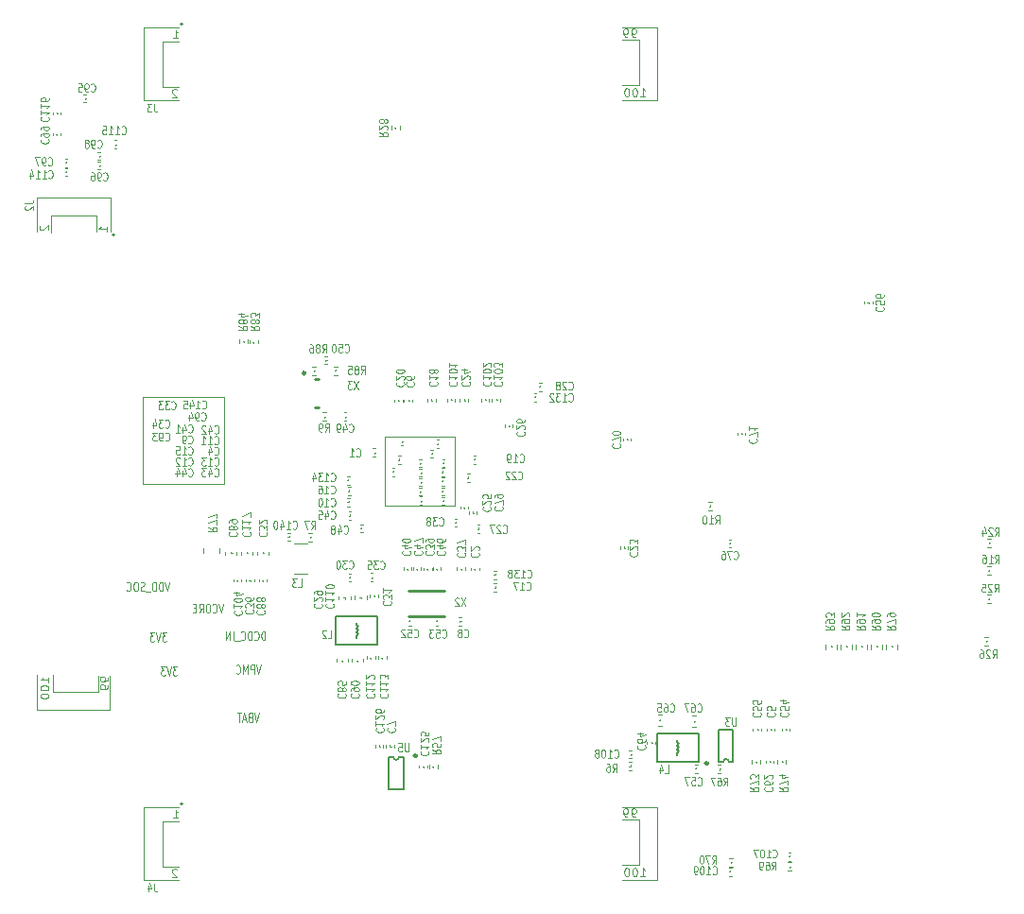
<source format=gbr>
G04 #@! TF.GenerationSoftware,KiCad,Pcbnew,7.0.2*
G04 #@! TF.CreationDate,2023-08-14T15:49:25+08:00*
G04 #@! TF.ProjectId,HPM1500_DDR2_CORE_RevA,48504d31-3530-4305-9f44-4452325f434f,rev?*
G04 #@! TF.SameCoordinates,Original*
G04 #@! TF.FileFunction,Legend,Bot*
G04 #@! TF.FilePolarity,Positive*
%FSLAX46Y46*%
G04 Gerber Fmt 4.6, Leading zero omitted, Abs format (unit mm)*
G04 Created by KiCad (PCBNEW 7.0.2) date 2023-08-14 15:49:25*
%MOMM*%
%LPD*%
G01*
G04 APERTURE LIST*
%ADD10C,0.101600*%
%ADD11C,0.100000*%
%ADD12C,0.120000*%
%ADD13C,0.010000*%
%ADD14C,0.200000*%
%ADD15C,0.254000*%
%ADD16C,0.203200*%
%ADD17C,0.152400*%
G04 APERTURE END LIST*
D10*
X119435000Y-94535000D02*
X119435000Y-102365000D01*
X126035000Y-94535000D02*
X119435000Y-94535000D01*
X147165000Y-98115000D02*
X147345000Y-98115000D01*
X147355000Y-104305000D02*
X147355000Y-98135000D01*
X147165000Y-98115000D02*
X141065000Y-98115000D01*
X141065000Y-104305000D02*
X147355000Y-104305000D01*
X141065000Y-98115000D02*
X141065000Y-104305000D01*
X126695000Y-102365000D02*
X126695000Y-94555000D01*
X126035000Y-94535000D02*
X126685000Y-94535000D01*
X119435000Y-102365000D02*
X126695000Y-102365000D01*
X121529285Y-115642095D02*
X121157857Y-115642095D01*
X121157857Y-115642095D02*
X121357857Y-115946857D01*
X121357857Y-115946857D02*
X121272142Y-115946857D01*
X121272142Y-115946857D02*
X121215000Y-115984952D01*
X121215000Y-115984952D02*
X121186428Y-116023047D01*
X121186428Y-116023047D02*
X121157857Y-116099238D01*
X121157857Y-116099238D02*
X121157857Y-116289714D01*
X121157857Y-116289714D02*
X121186428Y-116365904D01*
X121186428Y-116365904D02*
X121215000Y-116404000D01*
X121215000Y-116404000D02*
X121272142Y-116442095D01*
X121272142Y-116442095D02*
X121443571Y-116442095D01*
X121443571Y-116442095D02*
X121500714Y-116404000D01*
X121500714Y-116404000D02*
X121529285Y-116365904D01*
X120986428Y-115642095D02*
X120786428Y-116442095D01*
X120786428Y-116442095D02*
X120586428Y-115642095D01*
X120443570Y-115642095D02*
X120072142Y-115642095D01*
X120072142Y-115642095D02*
X120272142Y-115946857D01*
X120272142Y-115946857D02*
X120186427Y-115946857D01*
X120186427Y-115946857D02*
X120129285Y-115984952D01*
X120129285Y-115984952D02*
X120100713Y-116023047D01*
X120100713Y-116023047D02*
X120072142Y-116099238D01*
X120072142Y-116099238D02*
X120072142Y-116289714D01*
X120072142Y-116289714D02*
X120100713Y-116365904D01*
X120100713Y-116365904D02*
X120129285Y-116404000D01*
X120129285Y-116404000D02*
X120186427Y-116442095D01*
X120186427Y-116442095D02*
X120357856Y-116442095D01*
X120357856Y-116442095D02*
X120414999Y-116404000D01*
X120414999Y-116404000D02*
X120443570Y-116365904D01*
X130362142Y-116352095D02*
X130362142Y-115552095D01*
X130362142Y-115552095D02*
X130219285Y-115552095D01*
X130219285Y-115552095D02*
X130133571Y-115590190D01*
X130133571Y-115590190D02*
X130076428Y-115666380D01*
X130076428Y-115666380D02*
X130047857Y-115742571D01*
X130047857Y-115742571D02*
X130019285Y-115894952D01*
X130019285Y-115894952D02*
X130019285Y-116009238D01*
X130019285Y-116009238D02*
X130047857Y-116161619D01*
X130047857Y-116161619D02*
X130076428Y-116237809D01*
X130076428Y-116237809D02*
X130133571Y-116314000D01*
X130133571Y-116314000D02*
X130219285Y-116352095D01*
X130219285Y-116352095D02*
X130362142Y-116352095D01*
X129419285Y-116275904D02*
X129447857Y-116314000D01*
X129447857Y-116314000D02*
X129533571Y-116352095D01*
X129533571Y-116352095D02*
X129590714Y-116352095D01*
X129590714Y-116352095D02*
X129676428Y-116314000D01*
X129676428Y-116314000D02*
X129733571Y-116237809D01*
X129733571Y-116237809D02*
X129762142Y-116161619D01*
X129762142Y-116161619D02*
X129790714Y-116009238D01*
X129790714Y-116009238D02*
X129790714Y-115894952D01*
X129790714Y-115894952D02*
X129762142Y-115742571D01*
X129762142Y-115742571D02*
X129733571Y-115666380D01*
X129733571Y-115666380D02*
X129676428Y-115590190D01*
X129676428Y-115590190D02*
X129590714Y-115552095D01*
X129590714Y-115552095D02*
X129533571Y-115552095D01*
X129533571Y-115552095D02*
X129447857Y-115590190D01*
X129447857Y-115590190D02*
X129419285Y-115628285D01*
X129162142Y-116352095D02*
X129162142Y-115552095D01*
X129162142Y-115552095D02*
X129019285Y-115552095D01*
X129019285Y-115552095D02*
X128933571Y-115590190D01*
X128933571Y-115590190D02*
X128876428Y-115666380D01*
X128876428Y-115666380D02*
X128847857Y-115742571D01*
X128847857Y-115742571D02*
X128819285Y-115894952D01*
X128819285Y-115894952D02*
X128819285Y-116009238D01*
X128819285Y-116009238D02*
X128847857Y-116161619D01*
X128847857Y-116161619D02*
X128876428Y-116237809D01*
X128876428Y-116237809D02*
X128933571Y-116314000D01*
X128933571Y-116314000D02*
X129019285Y-116352095D01*
X129019285Y-116352095D02*
X129162142Y-116352095D01*
X128219285Y-116275904D02*
X128247857Y-116314000D01*
X128247857Y-116314000D02*
X128333571Y-116352095D01*
X128333571Y-116352095D02*
X128390714Y-116352095D01*
X128390714Y-116352095D02*
X128476428Y-116314000D01*
X128476428Y-116314000D02*
X128533571Y-116237809D01*
X128533571Y-116237809D02*
X128562142Y-116161619D01*
X128562142Y-116161619D02*
X128590714Y-116009238D01*
X128590714Y-116009238D02*
X128590714Y-115894952D01*
X128590714Y-115894952D02*
X128562142Y-115742571D01*
X128562142Y-115742571D02*
X128533571Y-115666380D01*
X128533571Y-115666380D02*
X128476428Y-115590190D01*
X128476428Y-115590190D02*
X128390714Y-115552095D01*
X128390714Y-115552095D02*
X128333571Y-115552095D01*
X128333571Y-115552095D02*
X128247857Y-115590190D01*
X128247857Y-115590190D02*
X128219285Y-115628285D01*
X128105000Y-116428285D02*
X127647857Y-116428285D01*
X127504999Y-116352095D02*
X127504999Y-115552095D01*
X127219285Y-116352095D02*
X127219285Y-115552095D01*
X127219285Y-115552095D02*
X126876428Y-116352095D01*
X126876428Y-116352095D02*
X126876428Y-115552095D01*
X122499285Y-118702095D02*
X122127857Y-118702095D01*
X122127857Y-118702095D02*
X122327857Y-119006857D01*
X122327857Y-119006857D02*
X122242142Y-119006857D01*
X122242142Y-119006857D02*
X122185000Y-119044952D01*
X122185000Y-119044952D02*
X122156428Y-119083047D01*
X122156428Y-119083047D02*
X122127857Y-119159238D01*
X122127857Y-119159238D02*
X122127857Y-119349714D01*
X122127857Y-119349714D02*
X122156428Y-119425904D01*
X122156428Y-119425904D02*
X122185000Y-119464000D01*
X122185000Y-119464000D02*
X122242142Y-119502095D01*
X122242142Y-119502095D02*
X122413571Y-119502095D01*
X122413571Y-119502095D02*
X122470714Y-119464000D01*
X122470714Y-119464000D02*
X122499285Y-119425904D01*
X121956428Y-118702095D02*
X121756428Y-119502095D01*
X121756428Y-119502095D02*
X121556428Y-118702095D01*
X121413570Y-118702095D02*
X121042142Y-118702095D01*
X121042142Y-118702095D02*
X121242142Y-119006857D01*
X121242142Y-119006857D02*
X121156427Y-119006857D01*
X121156427Y-119006857D02*
X121099285Y-119044952D01*
X121099285Y-119044952D02*
X121070713Y-119083047D01*
X121070713Y-119083047D02*
X121042142Y-119159238D01*
X121042142Y-119159238D02*
X121042142Y-119349714D01*
X121042142Y-119349714D02*
X121070713Y-119425904D01*
X121070713Y-119425904D02*
X121099285Y-119464000D01*
X121099285Y-119464000D02*
X121156427Y-119502095D01*
X121156427Y-119502095D02*
X121327856Y-119502095D01*
X121327856Y-119502095D02*
X121384999Y-119464000D01*
X121384999Y-119464000D02*
X121413570Y-119425904D01*
X129987857Y-118552095D02*
X129787857Y-119352095D01*
X129787857Y-119352095D02*
X129587857Y-118552095D01*
X129387856Y-119352095D02*
X129387856Y-118552095D01*
X129387856Y-118552095D02*
X129159285Y-118552095D01*
X129159285Y-118552095D02*
X129102142Y-118590190D01*
X129102142Y-118590190D02*
X129073571Y-118628285D01*
X129073571Y-118628285D02*
X129044999Y-118704476D01*
X129044999Y-118704476D02*
X129044999Y-118818761D01*
X129044999Y-118818761D02*
X129073571Y-118894952D01*
X129073571Y-118894952D02*
X129102142Y-118933047D01*
X129102142Y-118933047D02*
X129159285Y-118971142D01*
X129159285Y-118971142D02*
X129387856Y-118971142D01*
X128787856Y-119352095D02*
X128787856Y-118552095D01*
X128787856Y-118552095D02*
X128587856Y-119123523D01*
X128587856Y-119123523D02*
X128387856Y-118552095D01*
X128387856Y-118552095D02*
X128387856Y-119352095D01*
X127759285Y-119275904D02*
X127787857Y-119314000D01*
X127787857Y-119314000D02*
X127873571Y-119352095D01*
X127873571Y-119352095D02*
X127930714Y-119352095D01*
X127930714Y-119352095D02*
X128016428Y-119314000D01*
X128016428Y-119314000D02*
X128073571Y-119237809D01*
X128073571Y-119237809D02*
X128102142Y-119161619D01*
X128102142Y-119161619D02*
X128130714Y-119009238D01*
X128130714Y-119009238D02*
X128130714Y-118894952D01*
X128130714Y-118894952D02*
X128102142Y-118742571D01*
X128102142Y-118742571D02*
X128073571Y-118666380D01*
X128073571Y-118666380D02*
X128016428Y-118590190D01*
X128016428Y-118590190D02*
X127930714Y-118552095D01*
X127930714Y-118552095D02*
X127873571Y-118552095D01*
X127873571Y-118552095D02*
X127787857Y-118590190D01*
X127787857Y-118590190D02*
X127759285Y-118628285D01*
X126627857Y-113097095D02*
X126427857Y-113897095D01*
X126427857Y-113897095D02*
X126227857Y-113097095D01*
X125684999Y-113820904D02*
X125713571Y-113859000D01*
X125713571Y-113859000D02*
X125799285Y-113897095D01*
X125799285Y-113897095D02*
X125856428Y-113897095D01*
X125856428Y-113897095D02*
X125942142Y-113859000D01*
X125942142Y-113859000D02*
X125999285Y-113782809D01*
X125999285Y-113782809D02*
X126027856Y-113706619D01*
X126027856Y-113706619D02*
X126056428Y-113554238D01*
X126056428Y-113554238D02*
X126056428Y-113439952D01*
X126056428Y-113439952D02*
X126027856Y-113287571D01*
X126027856Y-113287571D02*
X125999285Y-113211380D01*
X125999285Y-113211380D02*
X125942142Y-113135190D01*
X125942142Y-113135190D02*
X125856428Y-113097095D01*
X125856428Y-113097095D02*
X125799285Y-113097095D01*
X125799285Y-113097095D02*
X125713571Y-113135190D01*
X125713571Y-113135190D02*
X125684999Y-113173285D01*
X125313571Y-113097095D02*
X125199285Y-113097095D01*
X125199285Y-113097095D02*
X125142142Y-113135190D01*
X125142142Y-113135190D02*
X125084999Y-113211380D01*
X125084999Y-113211380D02*
X125056428Y-113363761D01*
X125056428Y-113363761D02*
X125056428Y-113630428D01*
X125056428Y-113630428D02*
X125084999Y-113782809D01*
X125084999Y-113782809D02*
X125142142Y-113859000D01*
X125142142Y-113859000D02*
X125199285Y-113897095D01*
X125199285Y-113897095D02*
X125313571Y-113897095D01*
X125313571Y-113897095D02*
X125370714Y-113859000D01*
X125370714Y-113859000D02*
X125427856Y-113782809D01*
X125427856Y-113782809D02*
X125456428Y-113630428D01*
X125456428Y-113630428D02*
X125456428Y-113363761D01*
X125456428Y-113363761D02*
X125427856Y-113211380D01*
X125427856Y-113211380D02*
X125370714Y-113135190D01*
X125370714Y-113135190D02*
X125313571Y-113097095D01*
X124456428Y-113897095D02*
X124656428Y-113516142D01*
X124799285Y-113897095D02*
X124799285Y-113097095D01*
X124799285Y-113097095D02*
X124570714Y-113097095D01*
X124570714Y-113097095D02*
X124513571Y-113135190D01*
X124513571Y-113135190D02*
X124485000Y-113173285D01*
X124485000Y-113173285D02*
X124456428Y-113249476D01*
X124456428Y-113249476D02*
X124456428Y-113363761D01*
X124456428Y-113363761D02*
X124485000Y-113439952D01*
X124485000Y-113439952D02*
X124513571Y-113478047D01*
X124513571Y-113478047D02*
X124570714Y-113516142D01*
X124570714Y-113516142D02*
X124799285Y-113516142D01*
X124199285Y-113478047D02*
X123999285Y-113478047D01*
X123913571Y-113897095D02*
X124199285Y-113897095D01*
X124199285Y-113897095D02*
X124199285Y-113097095D01*
X124199285Y-113097095D02*
X123913571Y-113097095D01*
X129817857Y-122852095D02*
X129617857Y-123652095D01*
X129617857Y-123652095D02*
X129417857Y-122852095D01*
X129017856Y-123233047D02*
X128932142Y-123271142D01*
X128932142Y-123271142D02*
X128903571Y-123309238D01*
X128903571Y-123309238D02*
X128874999Y-123385428D01*
X128874999Y-123385428D02*
X128874999Y-123499714D01*
X128874999Y-123499714D02*
X128903571Y-123575904D01*
X128903571Y-123575904D02*
X128932142Y-123614000D01*
X128932142Y-123614000D02*
X128989285Y-123652095D01*
X128989285Y-123652095D02*
X129217856Y-123652095D01*
X129217856Y-123652095D02*
X129217856Y-122852095D01*
X129217856Y-122852095D02*
X129017856Y-122852095D01*
X129017856Y-122852095D02*
X128960714Y-122890190D01*
X128960714Y-122890190D02*
X128932142Y-122928285D01*
X128932142Y-122928285D02*
X128903571Y-123004476D01*
X128903571Y-123004476D02*
X128903571Y-123080666D01*
X128903571Y-123080666D02*
X128932142Y-123156857D01*
X128932142Y-123156857D02*
X128960714Y-123194952D01*
X128960714Y-123194952D02*
X129017856Y-123233047D01*
X129017856Y-123233047D02*
X129217856Y-123233047D01*
X128646428Y-123423523D02*
X128360714Y-123423523D01*
X128703571Y-123652095D02*
X128503571Y-122852095D01*
X128503571Y-122852095D02*
X128303571Y-123652095D01*
X128189285Y-122852095D02*
X127846428Y-122852095D01*
X128017856Y-123652095D02*
X128017856Y-122852095D01*
X121787857Y-111112095D02*
X121587857Y-111912095D01*
X121587857Y-111912095D02*
X121387857Y-111112095D01*
X121187856Y-111912095D02*
X121187856Y-111112095D01*
X121187856Y-111112095D02*
X121044999Y-111112095D01*
X121044999Y-111112095D02*
X120959285Y-111150190D01*
X120959285Y-111150190D02*
X120902142Y-111226380D01*
X120902142Y-111226380D02*
X120873571Y-111302571D01*
X120873571Y-111302571D02*
X120844999Y-111454952D01*
X120844999Y-111454952D02*
X120844999Y-111569238D01*
X120844999Y-111569238D02*
X120873571Y-111721619D01*
X120873571Y-111721619D02*
X120902142Y-111797809D01*
X120902142Y-111797809D02*
X120959285Y-111874000D01*
X120959285Y-111874000D02*
X121044999Y-111912095D01*
X121044999Y-111912095D02*
X121187856Y-111912095D01*
X120587856Y-111912095D02*
X120587856Y-111112095D01*
X120587856Y-111112095D02*
X120444999Y-111112095D01*
X120444999Y-111112095D02*
X120359285Y-111150190D01*
X120359285Y-111150190D02*
X120302142Y-111226380D01*
X120302142Y-111226380D02*
X120273571Y-111302571D01*
X120273571Y-111302571D02*
X120244999Y-111454952D01*
X120244999Y-111454952D02*
X120244999Y-111569238D01*
X120244999Y-111569238D02*
X120273571Y-111721619D01*
X120273571Y-111721619D02*
X120302142Y-111797809D01*
X120302142Y-111797809D02*
X120359285Y-111874000D01*
X120359285Y-111874000D02*
X120444999Y-111912095D01*
X120444999Y-111912095D02*
X120587856Y-111912095D01*
X120130714Y-111988285D02*
X119673571Y-111988285D01*
X119559285Y-111874000D02*
X119473571Y-111912095D01*
X119473571Y-111912095D02*
X119330713Y-111912095D01*
X119330713Y-111912095D02*
X119273571Y-111874000D01*
X119273571Y-111874000D02*
X119244999Y-111835904D01*
X119244999Y-111835904D02*
X119216428Y-111759714D01*
X119216428Y-111759714D02*
X119216428Y-111683523D01*
X119216428Y-111683523D02*
X119244999Y-111607333D01*
X119244999Y-111607333D02*
X119273571Y-111569238D01*
X119273571Y-111569238D02*
X119330713Y-111531142D01*
X119330713Y-111531142D02*
X119444999Y-111493047D01*
X119444999Y-111493047D02*
X119502142Y-111454952D01*
X119502142Y-111454952D02*
X119530713Y-111416857D01*
X119530713Y-111416857D02*
X119559285Y-111340666D01*
X119559285Y-111340666D02*
X119559285Y-111264476D01*
X119559285Y-111264476D02*
X119530713Y-111188285D01*
X119530713Y-111188285D02*
X119502142Y-111150190D01*
X119502142Y-111150190D02*
X119444999Y-111112095D01*
X119444999Y-111112095D02*
X119302142Y-111112095D01*
X119302142Y-111112095D02*
X119216428Y-111150190D01*
X118844999Y-111112095D02*
X118730713Y-111112095D01*
X118730713Y-111112095D02*
X118673570Y-111150190D01*
X118673570Y-111150190D02*
X118616427Y-111226380D01*
X118616427Y-111226380D02*
X118587856Y-111378761D01*
X118587856Y-111378761D02*
X118587856Y-111645428D01*
X118587856Y-111645428D02*
X118616427Y-111797809D01*
X118616427Y-111797809D02*
X118673570Y-111874000D01*
X118673570Y-111874000D02*
X118730713Y-111912095D01*
X118730713Y-111912095D02*
X118844999Y-111912095D01*
X118844999Y-111912095D02*
X118902142Y-111874000D01*
X118902142Y-111874000D02*
X118959284Y-111797809D01*
X118959284Y-111797809D02*
X118987856Y-111645428D01*
X118987856Y-111645428D02*
X118987856Y-111378761D01*
X118987856Y-111378761D02*
X118959284Y-111226380D01*
X118959284Y-111226380D02*
X118902142Y-111150190D01*
X118902142Y-111150190D02*
X118844999Y-111112095D01*
X117987856Y-111835904D02*
X118016428Y-111874000D01*
X118016428Y-111874000D02*
X118102142Y-111912095D01*
X118102142Y-111912095D02*
X118159285Y-111912095D01*
X118159285Y-111912095D02*
X118244999Y-111874000D01*
X118244999Y-111874000D02*
X118302142Y-111797809D01*
X118302142Y-111797809D02*
X118330713Y-111721619D01*
X118330713Y-111721619D02*
X118359285Y-111569238D01*
X118359285Y-111569238D02*
X118359285Y-111454952D01*
X118359285Y-111454952D02*
X118330713Y-111302571D01*
X118330713Y-111302571D02*
X118302142Y-111226380D01*
X118302142Y-111226380D02*
X118244999Y-111150190D01*
X118244999Y-111150190D02*
X118159285Y-111112095D01*
X118159285Y-111112095D02*
X118102142Y-111112095D01*
X118102142Y-111112095D02*
X118016428Y-111150190D01*
X118016428Y-111150190D02*
X117987856Y-111188285D01*
X140338214Y-124209285D02*
X140302500Y-124237857D01*
X140302500Y-124237857D02*
X140266785Y-124323571D01*
X140266785Y-124323571D02*
X140266785Y-124380714D01*
X140266785Y-124380714D02*
X140302500Y-124466428D01*
X140302500Y-124466428D02*
X140373928Y-124523571D01*
X140373928Y-124523571D02*
X140445357Y-124552142D01*
X140445357Y-124552142D02*
X140588214Y-124580714D01*
X140588214Y-124580714D02*
X140695357Y-124580714D01*
X140695357Y-124580714D02*
X140838214Y-124552142D01*
X140838214Y-124552142D02*
X140909642Y-124523571D01*
X140909642Y-124523571D02*
X140981071Y-124466428D01*
X140981071Y-124466428D02*
X141016785Y-124380714D01*
X141016785Y-124380714D02*
X141016785Y-124323571D01*
X141016785Y-124323571D02*
X140981071Y-124237857D01*
X140981071Y-124237857D02*
X140945357Y-124209285D01*
X140266785Y-123637857D02*
X140266785Y-123980714D01*
X140266785Y-123809285D02*
X141016785Y-123809285D01*
X141016785Y-123809285D02*
X140909642Y-123866428D01*
X140909642Y-123866428D02*
X140838214Y-123923571D01*
X140838214Y-123923571D02*
X140802500Y-123980714D01*
X140945357Y-123409285D02*
X140981071Y-123380713D01*
X140981071Y-123380713D02*
X141016785Y-123323571D01*
X141016785Y-123323571D02*
X141016785Y-123180713D01*
X141016785Y-123180713D02*
X140981071Y-123123571D01*
X140981071Y-123123571D02*
X140945357Y-123094999D01*
X140945357Y-123094999D02*
X140873928Y-123066428D01*
X140873928Y-123066428D02*
X140802500Y-123066428D01*
X140802500Y-123066428D02*
X140695357Y-123094999D01*
X140695357Y-123094999D02*
X140266785Y-123437856D01*
X140266785Y-123437856D02*
X140266785Y-123066428D01*
X141016785Y-122552142D02*
X141016785Y-122666427D01*
X141016785Y-122666427D02*
X140981071Y-122723570D01*
X140981071Y-122723570D02*
X140945357Y-122752142D01*
X140945357Y-122752142D02*
X140838214Y-122809284D01*
X140838214Y-122809284D02*
X140695357Y-122837856D01*
X140695357Y-122837856D02*
X140409642Y-122837856D01*
X140409642Y-122837856D02*
X140338214Y-122809284D01*
X140338214Y-122809284D02*
X140302500Y-122780713D01*
X140302500Y-122780713D02*
X140266785Y-122723570D01*
X140266785Y-122723570D02*
X140266785Y-122609284D01*
X140266785Y-122609284D02*
X140302500Y-122552142D01*
X140302500Y-122552142D02*
X140338214Y-122523570D01*
X140338214Y-122523570D02*
X140409642Y-122494999D01*
X140409642Y-122494999D02*
X140588214Y-122494999D01*
X140588214Y-122494999D02*
X140659642Y-122523570D01*
X140659642Y-122523570D02*
X140695357Y-122552142D01*
X140695357Y-122552142D02*
X140731071Y-122609284D01*
X140731071Y-122609284D02*
X140731071Y-122723570D01*
X140731071Y-122723570D02*
X140695357Y-122780713D01*
X140695357Y-122780713D02*
X140659642Y-122809284D01*
X140659642Y-122809284D02*
X140588214Y-122837856D01*
X123509285Y-97691785D02*
X123537857Y-97727500D01*
X123537857Y-97727500D02*
X123623571Y-97763214D01*
X123623571Y-97763214D02*
X123680714Y-97763214D01*
X123680714Y-97763214D02*
X123766428Y-97727500D01*
X123766428Y-97727500D02*
X123823571Y-97656071D01*
X123823571Y-97656071D02*
X123852142Y-97584642D01*
X123852142Y-97584642D02*
X123880714Y-97441785D01*
X123880714Y-97441785D02*
X123880714Y-97334642D01*
X123880714Y-97334642D02*
X123852142Y-97191785D01*
X123852142Y-97191785D02*
X123823571Y-97120357D01*
X123823571Y-97120357D02*
X123766428Y-97048928D01*
X123766428Y-97048928D02*
X123680714Y-97013214D01*
X123680714Y-97013214D02*
X123623571Y-97013214D01*
X123623571Y-97013214D02*
X123537857Y-97048928D01*
X123537857Y-97048928D02*
X123509285Y-97084642D01*
X122995000Y-97263214D02*
X122995000Y-97763214D01*
X123137857Y-96977500D02*
X123280714Y-97513214D01*
X123280714Y-97513214D02*
X122909285Y-97513214D01*
X122366428Y-97763214D02*
X122709285Y-97763214D01*
X122537856Y-97763214D02*
X122537856Y-97013214D01*
X122537856Y-97013214D02*
X122594999Y-97120357D01*
X122594999Y-97120357D02*
X122652142Y-97191785D01*
X122652142Y-97191785D02*
X122709285Y-97227500D01*
X120445012Y-138116858D02*
X120445012Y-138652572D01*
X120445012Y-138652572D02*
X120473583Y-138759715D01*
X120473583Y-138759715D02*
X120530726Y-138831144D01*
X120530726Y-138831144D02*
X120616440Y-138866858D01*
X120616440Y-138866858D02*
X120673583Y-138866858D01*
X119902155Y-138366858D02*
X119902155Y-138866858D01*
X120045012Y-138081144D02*
X120187869Y-138616858D01*
X120187869Y-138616858D02*
X119816440Y-138616858D01*
D11*
X163520012Y-132166858D02*
X163377155Y-132166858D01*
X163377155Y-132166858D02*
X163305726Y-132131144D01*
X163305726Y-132131144D02*
X163270012Y-132095429D01*
X163270012Y-132095429D02*
X163198583Y-131988286D01*
X163198583Y-131988286D02*
X163162869Y-131845429D01*
X163162869Y-131845429D02*
X163162869Y-131559715D01*
X163162869Y-131559715D02*
X163198583Y-131488286D01*
X163198583Y-131488286D02*
X163234298Y-131452572D01*
X163234298Y-131452572D02*
X163305726Y-131416858D01*
X163305726Y-131416858D02*
X163448583Y-131416858D01*
X163448583Y-131416858D02*
X163520012Y-131452572D01*
X163520012Y-131452572D02*
X163555726Y-131488286D01*
X163555726Y-131488286D02*
X163591440Y-131559715D01*
X163591440Y-131559715D02*
X163591440Y-131738286D01*
X163591440Y-131738286D02*
X163555726Y-131809715D01*
X163555726Y-131809715D02*
X163520012Y-131845429D01*
X163520012Y-131845429D02*
X163448583Y-131881144D01*
X163448583Y-131881144D02*
X163305726Y-131881144D01*
X163305726Y-131881144D02*
X163234298Y-131845429D01*
X163234298Y-131845429D02*
X163198583Y-131809715D01*
X163198583Y-131809715D02*
X163162869Y-131738286D01*
X162805726Y-132166858D02*
X162662869Y-132166858D01*
X162662869Y-132166858D02*
X162591440Y-132131144D01*
X162591440Y-132131144D02*
X162555726Y-132095429D01*
X162555726Y-132095429D02*
X162484297Y-131988286D01*
X162484297Y-131988286D02*
X162448583Y-131845429D01*
X162448583Y-131845429D02*
X162448583Y-131559715D01*
X162448583Y-131559715D02*
X162484297Y-131488286D01*
X162484297Y-131488286D02*
X162520012Y-131452572D01*
X162520012Y-131452572D02*
X162591440Y-131416858D01*
X162591440Y-131416858D02*
X162734297Y-131416858D01*
X162734297Y-131416858D02*
X162805726Y-131452572D01*
X162805726Y-131452572D02*
X162841440Y-131488286D01*
X162841440Y-131488286D02*
X162877154Y-131559715D01*
X162877154Y-131559715D02*
X162877154Y-131738286D01*
X162877154Y-131738286D02*
X162841440Y-131809715D01*
X162841440Y-131809715D02*
X162805726Y-131845429D01*
X162805726Y-131845429D02*
X162734297Y-131881144D01*
X162734297Y-131881144D02*
X162591440Y-131881144D01*
X162591440Y-131881144D02*
X162520012Y-131845429D01*
X162520012Y-131845429D02*
X162484297Y-131809715D01*
X162484297Y-131809715D02*
X162448583Y-131738286D01*
X122130726Y-132266858D02*
X122559297Y-132266858D01*
X122345012Y-132266858D02*
X122345012Y-131516858D01*
X122345012Y-131516858D02*
X122416440Y-131624001D01*
X122416440Y-131624001D02*
X122487869Y-131695429D01*
X122487869Y-131695429D02*
X122559297Y-131731144D01*
X122459297Y-136888286D02*
X122423583Y-136852572D01*
X122423583Y-136852572D02*
X122352155Y-136816858D01*
X122352155Y-136816858D02*
X122173583Y-136816858D01*
X122173583Y-136816858D02*
X122102155Y-136852572D01*
X122102155Y-136852572D02*
X122066440Y-136888286D01*
X122066440Y-136888286D02*
X122030726Y-136959715D01*
X122030726Y-136959715D02*
X122030726Y-137031144D01*
X122030726Y-137031144D02*
X122066440Y-137138286D01*
X122066440Y-137138286D02*
X122495012Y-137566858D01*
X122495012Y-137566858D02*
X122030726Y-137566858D01*
X163970012Y-137491858D02*
X164398583Y-137491858D01*
X164184298Y-137491858D02*
X164184298Y-136741858D01*
X164184298Y-136741858D02*
X164255726Y-136849001D01*
X164255726Y-136849001D02*
X164327155Y-136920429D01*
X164327155Y-136920429D02*
X164398583Y-136956144D01*
X163505726Y-136741858D02*
X163434297Y-136741858D01*
X163434297Y-136741858D02*
X163362869Y-136777572D01*
X163362869Y-136777572D02*
X163327155Y-136813286D01*
X163327155Y-136813286D02*
X163291440Y-136884715D01*
X163291440Y-136884715D02*
X163255726Y-137027572D01*
X163255726Y-137027572D02*
X163255726Y-137206144D01*
X163255726Y-137206144D02*
X163291440Y-137349001D01*
X163291440Y-137349001D02*
X163327155Y-137420429D01*
X163327155Y-137420429D02*
X163362869Y-137456144D01*
X163362869Y-137456144D02*
X163434297Y-137491858D01*
X163434297Y-137491858D02*
X163505726Y-137491858D01*
X163505726Y-137491858D02*
X163577155Y-137456144D01*
X163577155Y-137456144D02*
X163612869Y-137420429D01*
X163612869Y-137420429D02*
X163648583Y-137349001D01*
X163648583Y-137349001D02*
X163684297Y-137206144D01*
X163684297Y-137206144D02*
X163684297Y-137027572D01*
X163684297Y-137027572D02*
X163648583Y-136884715D01*
X163648583Y-136884715D02*
X163612869Y-136813286D01*
X163612869Y-136813286D02*
X163577155Y-136777572D01*
X163577155Y-136777572D02*
X163505726Y-136741858D01*
X162791440Y-136741858D02*
X162720011Y-136741858D01*
X162720011Y-136741858D02*
X162648583Y-136777572D01*
X162648583Y-136777572D02*
X162612869Y-136813286D01*
X162612869Y-136813286D02*
X162577154Y-136884715D01*
X162577154Y-136884715D02*
X162541440Y-137027572D01*
X162541440Y-137027572D02*
X162541440Y-137206144D01*
X162541440Y-137206144D02*
X162577154Y-137349001D01*
X162577154Y-137349001D02*
X162612869Y-137420429D01*
X162612869Y-137420429D02*
X162648583Y-137456144D01*
X162648583Y-137456144D02*
X162720011Y-137491858D01*
X162720011Y-137491858D02*
X162791440Y-137491858D01*
X162791440Y-137491858D02*
X162862869Y-137456144D01*
X162862869Y-137456144D02*
X162898583Y-137420429D01*
X162898583Y-137420429D02*
X162934297Y-137349001D01*
X162934297Y-137349001D02*
X162970011Y-137206144D01*
X162970011Y-137206144D02*
X162970011Y-137027572D01*
X162970011Y-137027572D02*
X162934297Y-136884715D01*
X162934297Y-136884715D02*
X162898583Y-136813286D01*
X162898583Y-136813286D02*
X162862869Y-136777572D01*
X162862869Y-136777572D02*
X162791440Y-136741858D01*
D10*
X184675535Y-115035714D02*
X185032678Y-115235714D01*
X184675535Y-115378571D02*
X185425535Y-115378571D01*
X185425535Y-115378571D02*
X185425535Y-115150000D01*
X185425535Y-115150000D02*
X185389821Y-115092857D01*
X185389821Y-115092857D02*
X185354107Y-115064286D01*
X185354107Y-115064286D02*
X185282678Y-115035714D01*
X185282678Y-115035714D02*
X185175535Y-115035714D01*
X185175535Y-115035714D02*
X185104107Y-115064286D01*
X185104107Y-115064286D02*
X185068392Y-115092857D01*
X185068392Y-115092857D02*
X185032678Y-115150000D01*
X185032678Y-115150000D02*
X185032678Y-115378571D01*
X184675535Y-114750000D02*
X184675535Y-114635714D01*
X184675535Y-114635714D02*
X184711250Y-114578571D01*
X184711250Y-114578571D02*
X184746964Y-114550000D01*
X184746964Y-114550000D02*
X184854107Y-114492857D01*
X184854107Y-114492857D02*
X184996964Y-114464286D01*
X184996964Y-114464286D02*
X185282678Y-114464286D01*
X185282678Y-114464286D02*
X185354107Y-114492857D01*
X185354107Y-114492857D02*
X185389821Y-114521429D01*
X185389821Y-114521429D02*
X185425535Y-114578571D01*
X185425535Y-114578571D02*
X185425535Y-114692857D01*
X185425535Y-114692857D02*
X185389821Y-114750000D01*
X185389821Y-114750000D02*
X185354107Y-114778571D01*
X185354107Y-114778571D02*
X185282678Y-114807143D01*
X185282678Y-114807143D02*
X185104107Y-114807143D01*
X185104107Y-114807143D02*
X185032678Y-114778571D01*
X185032678Y-114778571D02*
X184996964Y-114750000D01*
X184996964Y-114750000D02*
X184961250Y-114692857D01*
X184961250Y-114692857D02*
X184961250Y-114578571D01*
X184961250Y-114578571D02*
X184996964Y-114521429D01*
X184996964Y-114521429D02*
X185032678Y-114492857D01*
X185032678Y-114492857D02*
X185104107Y-114464286D01*
X185425535Y-114092857D02*
X185425535Y-114035714D01*
X185425535Y-114035714D02*
X185389821Y-113978571D01*
X185389821Y-113978571D02*
X185354107Y-113950000D01*
X185354107Y-113950000D02*
X185282678Y-113921428D01*
X185282678Y-113921428D02*
X185139821Y-113892857D01*
X185139821Y-113892857D02*
X184961250Y-113892857D01*
X184961250Y-113892857D02*
X184818392Y-113921428D01*
X184818392Y-113921428D02*
X184746964Y-113950000D01*
X184746964Y-113950000D02*
X184711250Y-113978571D01*
X184711250Y-113978571D02*
X184675535Y-114035714D01*
X184675535Y-114035714D02*
X184675535Y-114092857D01*
X184675535Y-114092857D02*
X184711250Y-114150000D01*
X184711250Y-114150000D02*
X184746964Y-114178571D01*
X184746964Y-114178571D02*
X184818392Y-114207142D01*
X184818392Y-114207142D02*
X184961250Y-114235714D01*
X184961250Y-114235714D02*
X185139821Y-114235714D01*
X185139821Y-114235714D02*
X185282678Y-114207142D01*
X185282678Y-114207142D02*
X185354107Y-114178571D01*
X185354107Y-114178571D02*
X185389821Y-114150000D01*
X185389821Y-114150000D02*
X185425535Y-114092857D01*
X140698214Y-121139285D02*
X140662500Y-121167857D01*
X140662500Y-121167857D02*
X140626785Y-121253571D01*
X140626785Y-121253571D02*
X140626785Y-121310714D01*
X140626785Y-121310714D02*
X140662500Y-121396428D01*
X140662500Y-121396428D02*
X140733928Y-121453571D01*
X140733928Y-121453571D02*
X140805357Y-121482142D01*
X140805357Y-121482142D02*
X140948214Y-121510714D01*
X140948214Y-121510714D02*
X141055357Y-121510714D01*
X141055357Y-121510714D02*
X141198214Y-121482142D01*
X141198214Y-121482142D02*
X141269642Y-121453571D01*
X141269642Y-121453571D02*
X141341071Y-121396428D01*
X141341071Y-121396428D02*
X141376785Y-121310714D01*
X141376785Y-121310714D02*
X141376785Y-121253571D01*
X141376785Y-121253571D02*
X141341071Y-121167857D01*
X141341071Y-121167857D02*
X141305357Y-121139285D01*
X140626785Y-120567857D02*
X140626785Y-120910714D01*
X140626785Y-120739285D02*
X141376785Y-120739285D01*
X141376785Y-120739285D02*
X141269642Y-120796428D01*
X141269642Y-120796428D02*
X141198214Y-120853571D01*
X141198214Y-120853571D02*
X141162500Y-120910714D01*
X140626785Y-119996428D02*
X140626785Y-120339285D01*
X140626785Y-120167856D02*
X141376785Y-120167856D01*
X141376785Y-120167856D02*
X141269642Y-120224999D01*
X141269642Y-120224999D02*
X141198214Y-120282142D01*
X141198214Y-120282142D02*
X141162500Y-120339285D01*
X141376785Y-119796427D02*
X141376785Y-119424999D01*
X141376785Y-119424999D02*
X141091071Y-119624999D01*
X141091071Y-119624999D02*
X141091071Y-119539284D01*
X141091071Y-119539284D02*
X141055357Y-119482142D01*
X141055357Y-119482142D02*
X141019642Y-119453570D01*
X141019642Y-119453570D02*
X140948214Y-119424999D01*
X140948214Y-119424999D02*
X140769642Y-119424999D01*
X140769642Y-119424999D02*
X140698214Y-119453570D01*
X140698214Y-119453570D02*
X140662500Y-119482142D01*
X140662500Y-119482142D02*
X140626785Y-119539284D01*
X140626785Y-119539284D02*
X140626785Y-119710713D01*
X140626785Y-119710713D02*
X140662500Y-119767856D01*
X140662500Y-119767856D02*
X140698214Y-119796427D01*
X145824214Y-108364285D02*
X145788500Y-108392857D01*
X145788500Y-108392857D02*
X145752785Y-108478571D01*
X145752785Y-108478571D02*
X145752785Y-108535714D01*
X145752785Y-108535714D02*
X145788500Y-108621428D01*
X145788500Y-108621428D02*
X145859928Y-108678571D01*
X145859928Y-108678571D02*
X145931357Y-108707142D01*
X145931357Y-108707142D02*
X146074214Y-108735714D01*
X146074214Y-108735714D02*
X146181357Y-108735714D01*
X146181357Y-108735714D02*
X146324214Y-108707142D01*
X146324214Y-108707142D02*
X146395642Y-108678571D01*
X146395642Y-108678571D02*
X146467071Y-108621428D01*
X146467071Y-108621428D02*
X146502785Y-108535714D01*
X146502785Y-108535714D02*
X146502785Y-108478571D01*
X146502785Y-108478571D02*
X146467071Y-108392857D01*
X146467071Y-108392857D02*
X146431357Y-108364285D01*
X146252785Y-107850000D02*
X145752785Y-107850000D01*
X146538500Y-107992857D02*
X146002785Y-108135714D01*
X146002785Y-108135714D02*
X146002785Y-107764285D01*
X146502785Y-107278571D02*
X146502785Y-107392856D01*
X146502785Y-107392856D02*
X146467071Y-107449999D01*
X146467071Y-107449999D02*
X146431357Y-107478571D01*
X146431357Y-107478571D02*
X146324214Y-107535713D01*
X146324214Y-107535713D02*
X146181357Y-107564285D01*
X146181357Y-107564285D02*
X145895642Y-107564285D01*
X145895642Y-107564285D02*
X145824214Y-107535713D01*
X145824214Y-107535713D02*
X145788500Y-107507142D01*
X145788500Y-107507142D02*
X145752785Y-107449999D01*
X145752785Y-107449999D02*
X145752785Y-107335713D01*
X145752785Y-107335713D02*
X145788500Y-107278571D01*
X145788500Y-107278571D02*
X145824214Y-107249999D01*
X145824214Y-107249999D02*
X145895642Y-107221428D01*
X145895642Y-107221428D02*
X146074214Y-107221428D01*
X146074214Y-107221428D02*
X146145642Y-107249999D01*
X146145642Y-107249999D02*
X146181357Y-107278571D01*
X146181357Y-107278571D02*
X146217071Y-107335713D01*
X146217071Y-107335713D02*
X146217071Y-107449999D01*
X146217071Y-107449999D02*
X146181357Y-107507142D01*
X146181357Y-107507142D02*
X146145642Y-107535713D01*
X146145642Y-107535713D02*
X146074214Y-107564285D01*
X153034285Y-101891785D02*
X153062857Y-101927500D01*
X153062857Y-101927500D02*
X153148571Y-101963214D01*
X153148571Y-101963214D02*
X153205714Y-101963214D01*
X153205714Y-101963214D02*
X153291428Y-101927500D01*
X153291428Y-101927500D02*
X153348571Y-101856071D01*
X153348571Y-101856071D02*
X153377142Y-101784642D01*
X153377142Y-101784642D02*
X153405714Y-101641785D01*
X153405714Y-101641785D02*
X153405714Y-101534642D01*
X153405714Y-101534642D02*
X153377142Y-101391785D01*
X153377142Y-101391785D02*
X153348571Y-101320357D01*
X153348571Y-101320357D02*
X153291428Y-101248928D01*
X153291428Y-101248928D02*
X153205714Y-101213214D01*
X153205714Y-101213214D02*
X153148571Y-101213214D01*
X153148571Y-101213214D02*
X153062857Y-101248928D01*
X153062857Y-101248928D02*
X153034285Y-101284642D01*
X152805714Y-101284642D02*
X152777142Y-101248928D01*
X152777142Y-101248928D02*
X152720000Y-101213214D01*
X152720000Y-101213214D02*
X152577142Y-101213214D01*
X152577142Y-101213214D02*
X152520000Y-101248928D01*
X152520000Y-101248928D02*
X152491428Y-101284642D01*
X152491428Y-101284642D02*
X152462857Y-101356071D01*
X152462857Y-101356071D02*
X152462857Y-101427500D01*
X152462857Y-101427500D02*
X152491428Y-101534642D01*
X152491428Y-101534642D02*
X152834285Y-101963214D01*
X152834285Y-101963214D02*
X152462857Y-101963214D01*
X152234285Y-101284642D02*
X152205713Y-101248928D01*
X152205713Y-101248928D02*
X152148571Y-101213214D01*
X152148571Y-101213214D02*
X152005713Y-101213214D01*
X152005713Y-101213214D02*
X151948571Y-101248928D01*
X151948571Y-101248928D02*
X151919999Y-101284642D01*
X151919999Y-101284642D02*
X151891428Y-101356071D01*
X151891428Y-101356071D02*
X151891428Y-101427500D01*
X151891428Y-101427500D02*
X151919999Y-101534642D01*
X151919999Y-101534642D02*
X152262856Y-101963214D01*
X152262856Y-101963214D02*
X151891428Y-101963214D01*
X138692143Y-93116964D02*
X138292143Y-93866964D01*
X138292143Y-93116964D02*
X138692143Y-93866964D01*
X138120714Y-93116964D02*
X137749286Y-93116964D01*
X137749286Y-93116964D02*
X137949286Y-93402678D01*
X137949286Y-93402678D02*
X137863571Y-93402678D01*
X137863571Y-93402678D02*
X137806429Y-93438392D01*
X137806429Y-93438392D02*
X137777857Y-93474107D01*
X137777857Y-93474107D02*
X137749286Y-93545535D01*
X137749286Y-93545535D02*
X137749286Y-93724107D01*
X137749286Y-93724107D02*
X137777857Y-93795535D01*
X137777857Y-93795535D02*
X137806429Y-93831250D01*
X137806429Y-93831250D02*
X137863571Y-93866964D01*
X137863571Y-93866964D02*
X138035000Y-93866964D01*
X138035000Y-93866964D02*
X138092143Y-93831250D01*
X138092143Y-93831250D02*
X138120714Y-93795535D01*
X127648214Y-113704285D02*
X127612500Y-113732857D01*
X127612500Y-113732857D02*
X127576785Y-113818571D01*
X127576785Y-113818571D02*
X127576785Y-113875714D01*
X127576785Y-113875714D02*
X127612500Y-113961428D01*
X127612500Y-113961428D02*
X127683928Y-114018571D01*
X127683928Y-114018571D02*
X127755357Y-114047142D01*
X127755357Y-114047142D02*
X127898214Y-114075714D01*
X127898214Y-114075714D02*
X128005357Y-114075714D01*
X128005357Y-114075714D02*
X128148214Y-114047142D01*
X128148214Y-114047142D02*
X128219642Y-114018571D01*
X128219642Y-114018571D02*
X128291071Y-113961428D01*
X128291071Y-113961428D02*
X128326785Y-113875714D01*
X128326785Y-113875714D02*
X128326785Y-113818571D01*
X128326785Y-113818571D02*
X128291071Y-113732857D01*
X128291071Y-113732857D02*
X128255357Y-113704285D01*
X127576785Y-113132857D02*
X127576785Y-113475714D01*
X127576785Y-113304285D02*
X128326785Y-113304285D01*
X128326785Y-113304285D02*
X128219642Y-113361428D01*
X128219642Y-113361428D02*
X128148214Y-113418571D01*
X128148214Y-113418571D02*
X128112500Y-113475714D01*
X128326785Y-112761428D02*
X128326785Y-112704285D01*
X128326785Y-112704285D02*
X128291071Y-112647142D01*
X128291071Y-112647142D02*
X128255357Y-112618571D01*
X128255357Y-112618571D02*
X128183928Y-112589999D01*
X128183928Y-112589999D02*
X128041071Y-112561428D01*
X128041071Y-112561428D02*
X127862500Y-112561428D01*
X127862500Y-112561428D02*
X127719642Y-112589999D01*
X127719642Y-112589999D02*
X127648214Y-112618571D01*
X127648214Y-112618571D02*
X127612500Y-112647142D01*
X127612500Y-112647142D02*
X127576785Y-112704285D01*
X127576785Y-112704285D02*
X127576785Y-112761428D01*
X127576785Y-112761428D02*
X127612500Y-112818571D01*
X127612500Y-112818571D02*
X127648214Y-112847142D01*
X127648214Y-112847142D02*
X127719642Y-112875713D01*
X127719642Y-112875713D02*
X127862500Y-112904285D01*
X127862500Y-112904285D02*
X128041071Y-112904285D01*
X128041071Y-112904285D02*
X128183928Y-112875713D01*
X128183928Y-112875713D02*
X128255357Y-112847142D01*
X128255357Y-112847142D02*
X128291071Y-112818571D01*
X128291071Y-112818571D02*
X128326785Y-112761428D01*
X128076785Y-112047142D02*
X127576785Y-112047142D01*
X128362500Y-112189999D02*
X127826785Y-112332856D01*
X127826785Y-112332856D02*
X127826785Y-111961427D01*
X146219285Y-116056785D02*
X146247857Y-116092500D01*
X146247857Y-116092500D02*
X146333571Y-116128214D01*
X146333571Y-116128214D02*
X146390714Y-116128214D01*
X146390714Y-116128214D02*
X146476428Y-116092500D01*
X146476428Y-116092500D02*
X146533571Y-116021071D01*
X146533571Y-116021071D02*
X146562142Y-115949642D01*
X146562142Y-115949642D02*
X146590714Y-115806785D01*
X146590714Y-115806785D02*
X146590714Y-115699642D01*
X146590714Y-115699642D02*
X146562142Y-115556785D01*
X146562142Y-115556785D02*
X146533571Y-115485357D01*
X146533571Y-115485357D02*
X146476428Y-115413928D01*
X146476428Y-115413928D02*
X146390714Y-115378214D01*
X146390714Y-115378214D02*
X146333571Y-115378214D01*
X146333571Y-115378214D02*
X146247857Y-115413928D01*
X146247857Y-115413928D02*
X146219285Y-115449642D01*
X145676428Y-115378214D02*
X145962142Y-115378214D01*
X145962142Y-115378214D02*
X145990714Y-115735357D01*
X145990714Y-115735357D02*
X145962142Y-115699642D01*
X145962142Y-115699642D02*
X145905000Y-115663928D01*
X145905000Y-115663928D02*
X145762142Y-115663928D01*
X145762142Y-115663928D02*
X145705000Y-115699642D01*
X145705000Y-115699642D02*
X145676428Y-115735357D01*
X145676428Y-115735357D02*
X145647857Y-115806785D01*
X145647857Y-115806785D02*
X145647857Y-115985357D01*
X145647857Y-115985357D02*
X145676428Y-116056785D01*
X145676428Y-116056785D02*
X145705000Y-116092500D01*
X145705000Y-116092500D02*
X145762142Y-116128214D01*
X145762142Y-116128214D02*
X145905000Y-116128214D01*
X145905000Y-116128214D02*
X145962142Y-116092500D01*
X145962142Y-116092500D02*
X145990714Y-116056785D01*
X145447856Y-115378214D02*
X145076428Y-115378214D01*
X145076428Y-115378214D02*
X145276428Y-115663928D01*
X145276428Y-115663928D02*
X145190713Y-115663928D01*
X145190713Y-115663928D02*
X145133571Y-115699642D01*
X145133571Y-115699642D02*
X145104999Y-115735357D01*
X145104999Y-115735357D02*
X145076428Y-115806785D01*
X145076428Y-115806785D02*
X145076428Y-115985357D01*
X145076428Y-115985357D02*
X145104999Y-116056785D01*
X145104999Y-116056785D02*
X145133571Y-116092500D01*
X145133571Y-116092500D02*
X145190713Y-116128214D01*
X145190713Y-116128214D02*
X145362142Y-116128214D01*
X145362142Y-116128214D02*
X145419285Y-116092500D01*
X145419285Y-116092500D02*
X145447856Y-116056785D01*
X172369285Y-109006785D02*
X172397857Y-109042500D01*
X172397857Y-109042500D02*
X172483571Y-109078214D01*
X172483571Y-109078214D02*
X172540714Y-109078214D01*
X172540714Y-109078214D02*
X172626428Y-109042500D01*
X172626428Y-109042500D02*
X172683571Y-108971071D01*
X172683571Y-108971071D02*
X172712142Y-108899642D01*
X172712142Y-108899642D02*
X172740714Y-108756785D01*
X172740714Y-108756785D02*
X172740714Y-108649642D01*
X172740714Y-108649642D02*
X172712142Y-108506785D01*
X172712142Y-108506785D02*
X172683571Y-108435357D01*
X172683571Y-108435357D02*
X172626428Y-108363928D01*
X172626428Y-108363928D02*
X172540714Y-108328214D01*
X172540714Y-108328214D02*
X172483571Y-108328214D01*
X172483571Y-108328214D02*
X172397857Y-108363928D01*
X172397857Y-108363928D02*
X172369285Y-108399642D01*
X172169285Y-108328214D02*
X171769285Y-108328214D01*
X171769285Y-108328214D02*
X172026428Y-109078214D01*
X171283571Y-108328214D02*
X171397856Y-108328214D01*
X171397856Y-108328214D02*
X171454999Y-108363928D01*
X171454999Y-108363928D02*
X171483571Y-108399642D01*
X171483571Y-108399642D02*
X171540713Y-108506785D01*
X171540713Y-108506785D02*
X171569285Y-108649642D01*
X171569285Y-108649642D02*
X171569285Y-108935357D01*
X171569285Y-108935357D02*
X171540713Y-109006785D01*
X171540713Y-109006785D02*
X171512142Y-109042500D01*
X171512142Y-109042500D02*
X171454999Y-109078214D01*
X171454999Y-109078214D02*
X171340713Y-109078214D01*
X171340713Y-109078214D02*
X171283571Y-109042500D01*
X171283571Y-109042500D02*
X171254999Y-109006785D01*
X171254999Y-109006785D02*
X171226428Y-108935357D01*
X171226428Y-108935357D02*
X171226428Y-108756785D01*
X171226428Y-108756785D02*
X171254999Y-108685357D01*
X171254999Y-108685357D02*
X171283571Y-108649642D01*
X171283571Y-108649642D02*
X171340713Y-108613928D01*
X171340713Y-108613928D02*
X171454999Y-108613928D01*
X171454999Y-108613928D02*
X171512142Y-108649642D01*
X171512142Y-108649642D02*
X171540713Y-108685357D01*
X171540713Y-108685357D02*
X171569285Y-108756785D01*
X128648214Y-113614285D02*
X128612500Y-113642857D01*
X128612500Y-113642857D02*
X128576785Y-113728571D01*
X128576785Y-113728571D02*
X128576785Y-113785714D01*
X128576785Y-113785714D02*
X128612500Y-113871428D01*
X128612500Y-113871428D02*
X128683928Y-113928571D01*
X128683928Y-113928571D02*
X128755357Y-113957142D01*
X128755357Y-113957142D02*
X128898214Y-113985714D01*
X128898214Y-113985714D02*
X129005357Y-113985714D01*
X129005357Y-113985714D02*
X129148214Y-113957142D01*
X129148214Y-113957142D02*
X129219642Y-113928571D01*
X129219642Y-113928571D02*
X129291071Y-113871428D01*
X129291071Y-113871428D02*
X129326785Y-113785714D01*
X129326785Y-113785714D02*
X129326785Y-113728571D01*
X129326785Y-113728571D02*
X129291071Y-113642857D01*
X129291071Y-113642857D02*
X129255357Y-113614285D01*
X129326785Y-113414285D02*
X129326785Y-113042857D01*
X129326785Y-113042857D02*
X129041071Y-113242857D01*
X129041071Y-113242857D02*
X129041071Y-113157142D01*
X129041071Y-113157142D02*
X129005357Y-113100000D01*
X129005357Y-113100000D02*
X128969642Y-113071428D01*
X128969642Y-113071428D02*
X128898214Y-113042857D01*
X128898214Y-113042857D02*
X128719642Y-113042857D01*
X128719642Y-113042857D02*
X128648214Y-113071428D01*
X128648214Y-113071428D02*
X128612500Y-113100000D01*
X128612500Y-113100000D02*
X128576785Y-113157142D01*
X128576785Y-113157142D02*
X128576785Y-113328571D01*
X128576785Y-113328571D02*
X128612500Y-113385714D01*
X128612500Y-113385714D02*
X128648214Y-113414285D01*
X129326785Y-112528571D02*
X129326785Y-112642856D01*
X129326785Y-112642856D02*
X129291071Y-112699999D01*
X129291071Y-112699999D02*
X129255357Y-112728571D01*
X129255357Y-112728571D02*
X129148214Y-112785713D01*
X129148214Y-112785713D02*
X129005357Y-112814285D01*
X129005357Y-112814285D02*
X128719642Y-112814285D01*
X128719642Y-112814285D02*
X128648214Y-112785713D01*
X128648214Y-112785713D02*
X128612500Y-112757142D01*
X128612500Y-112757142D02*
X128576785Y-112699999D01*
X128576785Y-112699999D02*
X128576785Y-112585713D01*
X128576785Y-112585713D02*
X128612500Y-112528571D01*
X128612500Y-112528571D02*
X128648214Y-112499999D01*
X128648214Y-112499999D02*
X128719642Y-112471428D01*
X128719642Y-112471428D02*
X128898214Y-112471428D01*
X128898214Y-112471428D02*
X128969642Y-112499999D01*
X128969642Y-112499999D02*
X129005357Y-112528571D01*
X129005357Y-112528571D02*
X129041071Y-112585713D01*
X129041071Y-112585713D02*
X129041071Y-112699999D01*
X129041071Y-112699999D02*
X129005357Y-112757142D01*
X129005357Y-112757142D02*
X128969642Y-112785713D01*
X128969642Y-112785713D02*
X128898214Y-112814285D01*
X108867070Y-77192511D02*
X109402784Y-77192511D01*
X109402784Y-77192511D02*
X109509927Y-77163940D01*
X109509927Y-77163940D02*
X109581356Y-77106797D01*
X109581356Y-77106797D02*
X109617070Y-77021083D01*
X109617070Y-77021083D02*
X109617070Y-76963940D01*
X108938498Y-77449654D02*
X108902784Y-77478226D01*
X108902784Y-77478226D02*
X108867070Y-77535369D01*
X108867070Y-77535369D02*
X108867070Y-77678226D01*
X108867070Y-77678226D02*
X108902784Y-77735369D01*
X108902784Y-77735369D02*
X108938498Y-77763940D01*
X108938498Y-77763940D02*
X109009927Y-77792511D01*
X109009927Y-77792511D02*
X109081356Y-77792511D01*
X109081356Y-77792511D02*
X109188498Y-77763940D01*
X109188498Y-77763940D02*
X109617070Y-77421083D01*
X109617070Y-77421083D02*
X109617070Y-77792511D01*
D11*
X110238498Y-79178226D02*
X110202784Y-79213940D01*
X110202784Y-79213940D02*
X110167070Y-79285369D01*
X110167070Y-79285369D02*
X110167070Y-79463940D01*
X110167070Y-79463940D02*
X110202784Y-79535369D01*
X110202784Y-79535369D02*
X110238498Y-79571083D01*
X110238498Y-79571083D02*
X110309927Y-79606797D01*
X110309927Y-79606797D02*
X110381356Y-79606797D01*
X110381356Y-79606797D02*
X110488498Y-79571083D01*
X110488498Y-79571083D02*
X110917070Y-79142511D01*
X110917070Y-79142511D02*
X110917070Y-79606797D01*
X116217070Y-79706797D02*
X116217070Y-79278226D01*
X116217070Y-79492511D02*
X115467070Y-79492511D01*
X115467070Y-79492511D02*
X115574213Y-79421083D01*
X115574213Y-79421083D02*
X115645641Y-79349654D01*
X115645641Y-79349654D02*
X115681356Y-79278226D01*
X116317070Y-119667511D02*
X116317070Y-119810368D01*
X116317070Y-119810368D02*
X116281356Y-119881797D01*
X116281356Y-119881797D02*
X116245641Y-119917511D01*
X116245641Y-119917511D02*
X116138498Y-119988940D01*
X116138498Y-119988940D02*
X115995641Y-120024654D01*
X115995641Y-120024654D02*
X115709927Y-120024654D01*
X115709927Y-120024654D02*
X115638498Y-119988940D01*
X115638498Y-119988940D02*
X115602784Y-119953226D01*
X115602784Y-119953226D02*
X115567070Y-119881797D01*
X115567070Y-119881797D02*
X115567070Y-119738940D01*
X115567070Y-119738940D02*
X115602784Y-119667511D01*
X115602784Y-119667511D02*
X115638498Y-119631797D01*
X115638498Y-119631797D02*
X115709927Y-119596083D01*
X115709927Y-119596083D02*
X115888498Y-119596083D01*
X115888498Y-119596083D02*
X115959927Y-119631797D01*
X115959927Y-119631797D02*
X115995641Y-119667511D01*
X115995641Y-119667511D02*
X116031356Y-119738940D01*
X116031356Y-119738940D02*
X116031356Y-119881797D01*
X116031356Y-119881797D02*
X115995641Y-119953226D01*
X115995641Y-119953226D02*
X115959927Y-119988940D01*
X115959927Y-119988940D02*
X115888498Y-120024654D01*
X116317070Y-120381797D02*
X116317070Y-120524654D01*
X116317070Y-120524654D02*
X116281356Y-120596083D01*
X116281356Y-120596083D02*
X116245641Y-120631797D01*
X116245641Y-120631797D02*
X116138498Y-120703226D01*
X116138498Y-120703226D02*
X115995641Y-120738940D01*
X115995641Y-120738940D02*
X115709927Y-120738940D01*
X115709927Y-120738940D02*
X115638498Y-120703226D01*
X115638498Y-120703226D02*
X115602784Y-120667512D01*
X115602784Y-120667512D02*
X115567070Y-120596083D01*
X115567070Y-120596083D02*
X115567070Y-120453226D01*
X115567070Y-120453226D02*
X115602784Y-120381797D01*
X115602784Y-120381797D02*
X115638498Y-120346083D01*
X115638498Y-120346083D02*
X115709927Y-120310369D01*
X115709927Y-120310369D02*
X115888498Y-120310369D01*
X115888498Y-120310369D02*
X115959927Y-120346083D01*
X115959927Y-120346083D02*
X115995641Y-120381797D01*
X115995641Y-120381797D02*
X116031356Y-120453226D01*
X116031356Y-120453226D02*
X116031356Y-120596083D01*
X116031356Y-120596083D02*
X115995641Y-120667512D01*
X115995641Y-120667512D02*
X115959927Y-120703226D01*
X115959927Y-120703226D02*
X115888498Y-120738940D01*
X110992070Y-120117511D02*
X110992070Y-119688940D01*
X110992070Y-119903225D02*
X110242070Y-119903225D01*
X110242070Y-119903225D02*
X110349213Y-119831797D01*
X110349213Y-119831797D02*
X110420641Y-119760368D01*
X110420641Y-119760368D02*
X110456356Y-119688940D01*
X110242070Y-120581797D02*
X110242070Y-120653226D01*
X110242070Y-120653226D02*
X110277784Y-120724654D01*
X110277784Y-120724654D02*
X110313498Y-120760369D01*
X110313498Y-120760369D02*
X110384927Y-120796083D01*
X110384927Y-120796083D02*
X110527784Y-120831797D01*
X110527784Y-120831797D02*
X110706356Y-120831797D01*
X110706356Y-120831797D02*
X110849213Y-120796083D01*
X110849213Y-120796083D02*
X110920641Y-120760369D01*
X110920641Y-120760369D02*
X110956356Y-120724654D01*
X110956356Y-120724654D02*
X110992070Y-120653226D01*
X110992070Y-120653226D02*
X110992070Y-120581797D01*
X110992070Y-120581797D02*
X110956356Y-120510369D01*
X110956356Y-120510369D02*
X110920641Y-120474654D01*
X110920641Y-120474654D02*
X110849213Y-120438940D01*
X110849213Y-120438940D02*
X110706356Y-120403226D01*
X110706356Y-120403226D02*
X110527784Y-120403226D01*
X110527784Y-120403226D02*
X110384927Y-120438940D01*
X110384927Y-120438940D02*
X110313498Y-120474654D01*
X110313498Y-120474654D02*
X110277784Y-120510369D01*
X110277784Y-120510369D02*
X110242070Y-120581797D01*
X110242070Y-121296083D02*
X110242070Y-121367512D01*
X110242070Y-121367512D02*
X110277784Y-121438940D01*
X110277784Y-121438940D02*
X110313498Y-121474655D01*
X110313498Y-121474655D02*
X110384927Y-121510369D01*
X110384927Y-121510369D02*
X110527784Y-121546083D01*
X110527784Y-121546083D02*
X110706356Y-121546083D01*
X110706356Y-121546083D02*
X110849213Y-121510369D01*
X110849213Y-121510369D02*
X110920641Y-121474655D01*
X110920641Y-121474655D02*
X110956356Y-121438940D01*
X110956356Y-121438940D02*
X110992070Y-121367512D01*
X110992070Y-121367512D02*
X110992070Y-121296083D01*
X110992070Y-121296083D02*
X110956356Y-121224655D01*
X110956356Y-121224655D02*
X110920641Y-121188940D01*
X110920641Y-121188940D02*
X110849213Y-121153226D01*
X110849213Y-121153226D02*
X110706356Y-121117512D01*
X110706356Y-121117512D02*
X110527784Y-121117512D01*
X110527784Y-121117512D02*
X110384927Y-121153226D01*
X110384927Y-121153226D02*
X110313498Y-121188940D01*
X110313498Y-121188940D02*
X110277784Y-121224655D01*
X110277784Y-121224655D02*
X110242070Y-121296083D01*
D10*
X121439285Y-98411785D02*
X121467857Y-98447500D01*
X121467857Y-98447500D02*
X121553571Y-98483214D01*
X121553571Y-98483214D02*
X121610714Y-98483214D01*
X121610714Y-98483214D02*
X121696428Y-98447500D01*
X121696428Y-98447500D02*
X121753571Y-98376071D01*
X121753571Y-98376071D02*
X121782142Y-98304642D01*
X121782142Y-98304642D02*
X121810714Y-98161785D01*
X121810714Y-98161785D02*
X121810714Y-98054642D01*
X121810714Y-98054642D02*
X121782142Y-97911785D01*
X121782142Y-97911785D02*
X121753571Y-97840357D01*
X121753571Y-97840357D02*
X121696428Y-97768928D01*
X121696428Y-97768928D02*
X121610714Y-97733214D01*
X121610714Y-97733214D02*
X121553571Y-97733214D01*
X121553571Y-97733214D02*
X121467857Y-97768928D01*
X121467857Y-97768928D02*
X121439285Y-97804642D01*
X121153571Y-98483214D02*
X121039285Y-98483214D01*
X121039285Y-98483214D02*
X120982142Y-98447500D01*
X120982142Y-98447500D02*
X120953571Y-98411785D01*
X120953571Y-98411785D02*
X120896428Y-98304642D01*
X120896428Y-98304642D02*
X120867857Y-98161785D01*
X120867857Y-98161785D02*
X120867857Y-97876071D01*
X120867857Y-97876071D02*
X120896428Y-97804642D01*
X120896428Y-97804642D02*
X120925000Y-97768928D01*
X120925000Y-97768928D02*
X120982142Y-97733214D01*
X120982142Y-97733214D02*
X121096428Y-97733214D01*
X121096428Y-97733214D02*
X121153571Y-97768928D01*
X121153571Y-97768928D02*
X121182142Y-97804642D01*
X121182142Y-97804642D02*
X121210714Y-97876071D01*
X121210714Y-97876071D02*
X121210714Y-98054642D01*
X121210714Y-98054642D02*
X121182142Y-98126071D01*
X121182142Y-98126071D02*
X121153571Y-98161785D01*
X121153571Y-98161785D02*
X121096428Y-98197500D01*
X121096428Y-98197500D02*
X120982142Y-98197500D01*
X120982142Y-98197500D02*
X120925000Y-98161785D01*
X120925000Y-98161785D02*
X120896428Y-98126071D01*
X120896428Y-98126071D02*
X120867857Y-98054642D01*
X120667856Y-97733214D02*
X120296428Y-97733214D01*
X120296428Y-97733214D02*
X120496428Y-98018928D01*
X120496428Y-98018928D02*
X120410713Y-98018928D01*
X120410713Y-98018928D02*
X120353571Y-98054642D01*
X120353571Y-98054642D02*
X120324999Y-98090357D01*
X120324999Y-98090357D02*
X120296428Y-98161785D01*
X120296428Y-98161785D02*
X120296428Y-98340357D01*
X120296428Y-98340357D02*
X120324999Y-98411785D01*
X120324999Y-98411785D02*
X120353571Y-98447500D01*
X120353571Y-98447500D02*
X120410713Y-98483214D01*
X120410713Y-98483214D02*
X120582142Y-98483214D01*
X120582142Y-98483214D02*
X120639285Y-98447500D01*
X120639285Y-98447500D02*
X120667856Y-98411785D01*
X150958214Y-104384285D02*
X150922500Y-104412857D01*
X150922500Y-104412857D02*
X150886785Y-104498571D01*
X150886785Y-104498571D02*
X150886785Y-104555714D01*
X150886785Y-104555714D02*
X150922500Y-104641428D01*
X150922500Y-104641428D02*
X150993928Y-104698571D01*
X150993928Y-104698571D02*
X151065357Y-104727142D01*
X151065357Y-104727142D02*
X151208214Y-104755714D01*
X151208214Y-104755714D02*
X151315357Y-104755714D01*
X151315357Y-104755714D02*
X151458214Y-104727142D01*
X151458214Y-104727142D02*
X151529642Y-104698571D01*
X151529642Y-104698571D02*
X151601071Y-104641428D01*
X151601071Y-104641428D02*
X151636785Y-104555714D01*
X151636785Y-104555714D02*
X151636785Y-104498571D01*
X151636785Y-104498571D02*
X151601071Y-104412857D01*
X151601071Y-104412857D02*
X151565357Y-104384285D01*
X151636785Y-104184285D02*
X151636785Y-103784285D01*
X151636785Y-103784285D02*
X150886785Y-104041428D01*
X150886785Y-103527142D02*
X150886785Y-103412856D01*
X150886785Y-103412856D02*
X150922500Y-103355713D01*
X150922500Y-103355713D02*
X150958214Y-103327142D01*
X150958214Y-103327142D02*
X151065357Y-103269999D01*
X151065357Y-103269999D02*
X151208214Y-103241428D01*
X151208214Y-103241428D02*
X151493928Y-103241428D01*
X151493928Y-103241428D02*
X151565357Y-103269999D01*
X151565357Y-103269999D02*
X151601071Y-103298571D01*
X151601071Y-103298571D02*
X151636785Y-103355713D01*
X151636785Y-103355713D02*
X151636785Y-103469999D01*
X151636785Y-103469999D02*
X151601071Y-103527142D01*
X151601071Y-103527142D02*
X151565357Y-103555713D01*
X151565357Y-103555713D02*
X151493928Y-103584285D01*
X151493928Y-103584285D02*
X151315357Y-103584285D01*
X151315357Y-103584285D02*
X151243928Y-103555713D01*
X151243928Y-103555713D02*
X151208214Y-103527142D01*
X151208214Y-103527142D02*
X151172500Y-103469999D01*
X151172500Y-103469999D02*
X151172500Y-103355713D01*
X151172500Y-103355713D02*
X151208214Y-103298571D01*
X151208214Y-103298571D02*
X151243928Y-103269999D01*
X151243928Y-103269999D02*
X151315357Y-103241428D01*
X110979285Y-74906785D02*
X111007857Y-74942500D01*
X111007857Y-74942500D02*
X111093571Y-74978214D01*
X111093571Y-74978214D02*
X111150714Y-74978214D01*
X111150714Y-74978214D02*
X111236428Y-74942500D01*
X111236428Y-74942500D02*
X111293571Y-74871071D01*
X111293571Y-74871071D02*
X111322142Y-74799642D01*
X111322142Y-74799642D02*
X111350714Y-74656785D01*
X111350714Y-74656785D02*
X111350714Y-74549642D01*
X111350714Y-74549642D02*
X111322142Y-74406785D01*
X111322142Y-74406785D02*
X111293571Y-74335357D01*
X111293571Y-74335357D02*
X111236428Y-74263928D01*
X111236428Y-74263928D02*
X111150714Y-74228214D01*
X111150714Y-74228214D02*
X111093571Y-74228214D01*
X111093571Y-74228214D02*
X111007857Y-74263928D01*
X111007857Y-74263928D02*
X110979285Y-74299642D01*
X110407857Y-74978214D02*
X110750714Y-74978214D01*
X110579285Y-74978214D02*
X110579285Y-74228214D01*
X110579285Y-74228214D02*
X110636428Y-74335357D01*
X110636428Y-74335357D02*
X110693571Y-74406785D01*
X110693571Y-74406785D02*
X110750714Y-74442500D01*
X109836428Y-74978214D02*
X110179285Y-74978214D01*
X110007856Y-74978214D02*
X110007856Y-74228214D01*
X110007856Y-74228214D02*
X110064999Y-74335357D01*
X110064999Y-74335357D02*
X110122142Y-74406785D01*
X110122142Y-74406785D02*
X110179285Y-74442500D01*
X109322142Y-74478214D02*
X109322142Y-74978214D01*
X109464999Y-74192500D02*
X109607856Y-74728214D01*
X109607856Y-74728214D02*
X109236427Y-74728214D01*
X186038035Y-115035714D02*
X186395178Y-115235714D01*
X186038035Y-115378571D02*
X186788035Y-115378571D01*
X186788035Y-115378571D02*
X186788035Y-115150000D01*
X186788035Y-115150000D02*
X186752321Y-115092857D01*
X186752321Y-115092857D02*
X186716607Y-115064286D01*
X186716607Y-115064286D02*
X186645178Y-115035714D01*
X186645178Y-115035714D02*
X186538035Y-115035714D01*
X186538035Y-115035714D02*
X186466607Y-115064286D01*
X186466607Y-115064286D02*
X186430892Y-115092857D01*
X186430892Y-115092857D02*
X186395178Y-115150000D01*
X186395178Y-115150000D02*
X186395178Y-115378571D01*
X186788035Y-114835714D02*
X186788035Y-114435714D01*
X186788035Y-114435714D02*
X186038035Y-114692857D01*
X186038035Y-114178571D02*
X186038035Y-114064285D01*
X186038035Y-114064285D02*
X186073750Y-114007142D01*
X186073750Y-114007142D02*
X186109464Y-113978571D01*
X186109464Y-113978571D02*
X186216607Y-113921428D01*
X186216607Y-113921428D02*
X186359464Y-113892857D01*
X186359464Y-113892857D02*
X186645178Y-113892857D01*
X186645178Y-113892857D02*
X186716607Y-113921428D01*
X186716607Y-113921428D02*
X186752321Y-113950000D01*
X186752321Y-113950000D02*
X186788035Y-114007142D01*
X186788035Y-114007142D02*
X186788035Y-114121428D01*
X186788035Y-114121428D02*
X186752321Y-114178571D01*
X186752321Y-114178571D02*
X186716607Y-114207142D01*
X186716607Y-114207142D02*
X186645178Y-114235714D01*
X186645178Y-114235714D02*
X186466607Y-114235714D01*
X186466607Y-114235714D02*
X186395178Y-114207142D01*
X186395178Y-114207142D02*
X186359464Y-114178571D01*
X186359464Y-114178571D02*
X186323750Y-114121428D01*
X186323750Y-114121428D02*
X186323750Y-114007142D01*
X186323750Y-114007142D02*
X186359464Y-113950000D01*
X186359464Y-113950000D02*
X186395178Y-113921428D01*
X186395178Y-113921428D02*
X186466607Y-113892857D01*
X117519285Y-70966785D02*
X117547857Y-71002500D01*
X117547857Y-71002500D02*
X117633571Y-71038214D01*
X117633571Y-71038214D02*
X117690714Y-71038214D01*
X117690714Y-71038214D02*
X117776428Y-71002500D01*
X117776428Y-71002500D02*
X117833571Y-70931071D01*
X117833571Y-70931071D02*
X117862142Y-70859642D01*
X117862142Y-70859642D02*
X117890714Y-70716785D01*
X117890714Y-70716785D02*
X117890714Y-70609642D01*
X117890714Y-70609642D02*
X117862142Y-70466785D01*
X117862142Y-70466785D02*
X117833571Y-70395357D01*
X117833571Y-70395357D02*
X117776428Y-70323928D01*
X117776428Y-70323928D02*
X117690714Y-70288214D01*
X117690714Y-70288214D02*
X117633571Y-70288214D01*
X117633571Y-70288214D02*
X117547857Y-70323928D01*
X117547857Y-70323928D02*
X117519285Y-70359642D01*
X116947857Y-71038214D02*
X117290714Y-71038214D01*
X117119285Y-71038214D02*
X117119285Y-70288214D01*
X117119285Y-70288214D02*
X117176428Y-70395357D01*
X117176428Y-70395357D02*
X117233571Y-70466785D01*
X117233571Y-70466785D02*
X117290714Y-70502500D01*
X116376428Y-71038214D02*
X116719285Y-71038214D01*
X116547856Y-71038214D02*
X116547856Y-70288214D01*
X116547856Y-70288214D02*
X116604999Y-70395357D01*
X116604999Y-70395357D02*
X116662142Y-70466785D01*
X116662142Y-70466785D02*
X116719285Y-70502500D01*
X115833570Y-70288214D02*
X116119284Y-70288214D01*
X116119284Y-70288214D02*
X116147856Y-70645357D01*
X116147856Y-70645357D02*
X116119284Y-70609642D01*
X116119284Y-70609642D02*
X116062142Y-70573928D01*
X116062142Y-70573928D02*
X115919284Y-70573928D01*
X115919284Y-70573928D02*
X115862142Y-70609642D01*
X115862142Y-70609642D02*
X115833570Y-70645357D01*
X115833570Y-70645357D02*
X115804999Y-70716785D01*
X115804999Y-70716785D02*
X115804999Y-70895357D01*
X115804999Y-70895357D02*
X115833570Y-70966785D01*
X115833570Y-70966785D02*
X115862142Y-71002500D01*
X115862142Y-71002500D02*
X115919284Y-71038214D01*
X115919284Y-71038214D02*
X116062142Y-71038214D01*
X116062142Y-71038214D02*
X116119284Y-71002500D01*
X116119284Y-71002500D02*
X116147856Y-70966785D01*
X147628214Y-108514285D02*
X147592500Y-108542857D01*
X147592500Y-108542857D02*
X147556785Y-108628571D01*
X147556785Y-108628571D02*
X147556785Y-108685714D01*
X147556785Y-108685714D02*
X147592500Y-108771428D01*
X147592500Y-108771428D02*
X147663928Y-108828571D01*
X147663928Y-108828571D02*
X147735357Y-108857142D01*
X147735357Y-108857142D02*
X147878214Y-108885714D01*
X147878214Y-108885714D02*
X147985357Y-108885714D01*
X147985357Y-108885714D02*
X148128214Y-108857142D01*
X148128214Y-108857142D02*
X148199642Y-108828571D01*
X148199642Y-108828571D02*
X148271071Y-108771428D01*
X148271071Y-108771428D02*
X148306785Y-108685714D01*
X148306785Y-108685714D02*
X148306785Y-108628571D01*
X148306785Y-108628571D02*
X148271071Y-108542857D01*
X148271071Y-108542857D02*
X148235357Y-108514285D01*
X148306785Y-108314285D02*
X148306785Y-107942857D01*
X148306785Y-107942857D02*
X148021071Y-108142857D01*
X148021071Y-108142857D02*
X148021071Y-108057142D01*
X148021071Y-108057142D02*
X147985357Y-108000000D01*
X147985357Y-108000000D02*
X147949642Y-107971428D01*
X147949642Y-107971428D02*
X147878214Y-107942857D01*
X147878214Y-107942857D02*
X147699642Y-107942857D01*
X147699642Y-107942857D02*
X147628214Y-107971428D01*
X147628214Y-107971428D02*
X147592500Y-108000000D01*
X147592500Y-108000000D02*
X147556785Y-108057142D01*
X147556785Y-108057142D02*
X147556785Y-108228571D01*
X147556785Y-108228571D02*
X147592500Y-108285714D01*
X147592500Y-108285714D02*
X147628214Y-108314285D01*
X148306785Y-107742856D02*
X148306785Y-107342856D01*
X148306785Y-107342856D02*
X147556785Y-107599999D01*
X139478214Y-121149285D02*
X139442500Y-121177857D01*
X139442500Y-121177857D02*
X139406785Y-121263571D01*
X139406785Y-121263571D02*
X139406785Y-121320714D01*
X139406785Y-121320714D02*
X139442500Y-121406428D01*
X139442500Y-121406428D02*
X139513928Y-121463571D01*
X139513928Y-121463571D02*
X139585357Y-121492142D01*
X139585357Y-121492142D02*
X139728214Y-121520714D01*
X139728214Y-121520714D02*
X139835357Y-121520714D01*
X139835357Y-121520714D02*
X139978214Y-121492142D01*
X139978214Y-121492142D02*
X140049642Y-121463571D01*
X140049642Y-121463571D02*
X140121071Y-121406428D01*
X140121071Y-121406428D02*
X140156785Y-121320714D01*
X140156785Y-121320714D02*
X140156785Y-121263571D01*
X140156785Y-121263571D02*
X140121071Y-121177857D01*
X140121071Y-121177857D02*
X140085357Y-121149285D01*
X139406785Y-120577857D02*
X139406785Y-120920714D01*
X139406785Y-120749285D02*
X140156785Y-120749285D01*
X140156785Y-120749285D02*
X140049642Y-120806428D01*
X140049642Y-120806428D02*
X139978214Y-120863571D01*
X139978214Y-120863571D02*
X139942500Y-120920714D01*
X139406785Y-120006428D02*
X139406785Y-120349285D01*
X139406785Y-120177856D02*
X140156785Y-120177856D01*
X140156785Y-120177856D02*
X140049642Y-120234999D01*
X140049642Y-120234999D02*
X139978214Y-120292142D01*
X139978214Y-120292142D02*
X139942500Y-120349285D01*
X140085357Y-119777856D02*
X140121071Y-119749284D01*
X140121071Y-119749284D02*
X140156785Y-119692142D01*
X140156785Y-119692142D02*
X140156785Y-119549284D01*
X140156785Y-119549284D02*
X140121071Y-119492142D01*
X140121071Y-119492142D02*
X140085357Y-119463570D01*
X140085357Y-119463570D02*
X140013928Y-119434999D01*
X140013928Y-119434999D02*
X139942500Y-119434999D01*
X139942500Y-119434999D02*
X139835357Y-119463570D01*
X139835357Y-119463570D02*
X139406785Y-119806427D01*
X139406785Y-119806427D02*
X139406785Y-119434999D01*
X145318035Y-126140714D02*
X145675178Y-126340714D01*
X145318035Y-126483571D02*
X146068035Y-126483571D01*
X146068035Y-126483571D02*
X146068035Y-126255000D01*
X146068035Y-126255000D02*
X146032321Y-126197857D01*
X146032321Y-126197857D02*
X145996607Y-126169286D01*
X145996607Y-126169286D02*
X145925178Y-126140714D01*
X145925178Y-126140714D02*
X145818035Y-126140714D01*
X145818035Y-126140714D02*
X145746607Y-126169286D01*
X145746607Y-126169286D02*
X145710892Y-126197857D01*
X145710892Y-126197857D02*
X145675178Y-126255000D01*
X145675178Y-126255000D02*
X145675178Y-126483571D01*
X146068035Y-125597857D02*
X146068035Y-125883571D01*
X146068035Y-125883571D02*
X145710892Y-125912143D01*
X145710892Y-125912143D02*
X145746607Y-125883571D01*
X145746607Y-125883571D02*
X145782321Y-125826429D01*
X145782321Y-125826429D02*
X145782321Y-125683571D01*
X145782321Y-125683571D02*
X145746607Y-125626429D01*
X145746607Y-125626429D02*
X145710892Y-125597857D01*
X145710892Y-125597857D02*
X145639464Y-125569286D01*
X145639464Y-125569286D02*
X145460892Y-125569286D01*
X145460892Y-125569286D02*
X145389464Y-125597857D01*
X145389464Y-125597857D02*
X145353750Y-125626429D01*
X145353750Y-125626429D02*
X145318035Y-125683571D01*
X145318035Y-125683571D02*
X145318035Y-125826429D01*
X145318035Y-125826429D02*
X145353750Y-125883571D01*
X145353750Y-125883571D02*
X145389464Y-125912143D01*
X146068035Y-125369285D02*
X146068035Y-124969285D01*
X146068035Y-124969285D02*
X145318035Y-125226428D01*
X148330714Y-112541964D02*
X147930714Y-113291964D01*
X147930714Y-112541964D02*
X148330714Y-113291964D01*
X147730714Y-112613392D02*
X147702142Y-112577678D01*
X147702142Y-112577678D02*
X147645000Y-112541964D01*
X147645000Y-112541964D02*
X147502142Y-112541964D01*
X147502142Y-112541964D02*
X147445000Y-112577678D01*
X147445000Y-112577678D02*
X147416428Y-112613392D01*
X147416428Y-112613392D02*
X147387857Y-112684821D01*
X147387857Y-112684821D02*
X147387857Y-112756250D01*
X147387857Y-112756250D02*
X147416428Y-112863392D01*
X147416428Y-112863392D02*
X147759285Y-113291964D01*
X147759285Y-113291964D02*
X147387857Y-113291964D01*
X161508214Y-98744285D02*
X161472500Y-98772857D01*
X161472500Y-98772857D02*
X161436785Y-98858571D01*
X161436785Y-98858571D02*
X161436785Y-98915714D01*
X161436785Y-98915714D02*
X161472500Y-99001428D01*
X161472500Y-99001428D02*
X161543928Y-99058571D01*
X161543928Y-99058571D02*
X161615357Y-99087142D01*
X161615357Y-99087142D02*
X161758214Y-99115714D01*
X161758214Y-99115714D02*
X161865357Y-99115714D01*
X161865357Y-99115714D02*
X162008214Y-99087142D01*
X162008214Y-99087142D02*
X162079642Y-99058571D01*
X162079642Y-99058571D02*
X162151071Y-99001428D01*
X162151071Y-99001428D02*
X162186785Y-98915714D01*
X162186785Y-98915714D02*
X162186785Y-98858571D01*
X162186785Y-98858571D02*
X162151071Y-98772857D01*
X162151071Y-98772857D02*
X162115357Y-98744285D01*
X162186785Y-98544285D02*
X162186785Y-98144285D01*
X162186785Y-98144285D02*
X161436785Y-98401428D01*
X162186785Y-97801428D02*
X162186785Y-97744285D01*
X162186785Y-97744285D02*
X162151071Y-97687142D01*
X162151071Y-97687142D02*
X162115357Y-97658571D01*
X162115357Y-97658571D02*
X162043928Y-97629999D01*
X162043928Y-97629999D02*
X161901071Y-97601428D01*
X161901071Y-97601428D02*
X161722500Y-97601428D01*
X161722500Y-97601428D02*
X161579642Y-97629999D01*
X161579642Y-97629999D02*
X161508214Y-97658571D01*
X161508214Y-97658571D02*
X161472500Y-97687142D01*
X161472500Y-97687142D02*
X161436785Y-97744285D01*
X161436785Y-97744285D02*
X161436785Y-97801428D01*
X161436785Y-97801428D02*
X161472500Y-97858571D01*
X161472500Y-97858571D02*
X161508214Y-97887142D01*
X161508214Y-97887142D02*
X161579642Y-97915713D01*
X161579642Y-97915713D02*
X161722500Y-97944285D01*
X161722500Y-97944285D02*
X161901071Y-97944285D01*
X161901071Y-97944285D02*
X162043928Y-97915713D01*
X162043928Y-97915713D02*
X162115357Y-97887142D01*
X162115357Y-97887142D02*
X162151071Y-97858571D01*
X162151071Y-97858571D02*
X162186785Y-97801428D01*
X132839285Y-106301785D02*
X132867857Y-106337500D01*
X132867857Y-106337500D02*
X132953571Y-106373214D01*
X132953571Y-106373214D02*
X133010714Y-106373214D01*
X133010714Y-106373214D02*
X133096428Y-106337500D01*
X133096428Y-106337500D02*
X133153571Y-106266071D01*
X133153571Y-106266071D02*
X133182142Y-106194642D01*
X133182142Y-106194642D02*
X133210714Y-106051785D01*
X133210714Y-106051785D02*
X133210714Y-105944642D01*
X133210714Y-105944642D02*
X133182142Y-105801785D01*
X133182142Y-105801785D02*
X133153571Y-105730357D01*
X133153571Y-105730357D02*
X133096428Y-105658928D01*
X133096428Y-105658928D02*
X133010714Y-105623214D01*
X133010714Y-105623214D02*
X132953571Y-105623214D01*
X132953571Y-105623214D02*
X132867857Y-105658928D01*
X132867857Y-105658928D02*
X132839285Y-105694642D01*
X132267857Y-106373214D02*
X132610714Y-106373214D01*
X132439285Y-106373214D02*
X132439285Y-105623214D01*
X132439285Y-105623214D02*
X132496428Y-105730357D01*
X132496428Y-105730357D02*
X132553571Y-105801785D01*
X132553571Y-105801785D02*
X132610714Y-105837500D01*
X131753571Y-105873214D02*
X131753571Y-106373214D01*
X131896428Y-105587500D02*
X132039285Y-106123214D01*
X132039285Y-106123214D02*
X131667856Y-106123214D01*
X131324999Y-105623214D02*
X131267856Y-105623214D01*
X131267856Y-105623214D02*
X131210713Y-105658928D01*
X131210713Y-105658928D02*
X131182142Y-105694642D01*
X131182142Y-105694642D02*
X131153570Y-105766071D01*
X131153570Y-105766071D02*
X131124999Y-105908928D01*
X131124999Y-105908928D02*
X131124999Y-106087500D01*
X131124999Y-106087500D02*
X131153570Y-106230357D01*
X131153570Y-106230357D02*
X131182142Y-106301785D01*
X131182142Y-106301785D02*
X131210713Y-106337500D01*
X131210713Y-106337500D02*
X131267856Y-106373214D01*
X131267856Y-106373214D02*
X131324999Y-106373214D01*
X131324999Y-106373214D02*
X131382142Y-106337500D01*
X131382142Y-106337500D02*
X131410713Y-106301785D01*
X131410713Y-106301785D02*
X131439284Y-106230357D01*
X131439284Y-106230357D02*
X131467856Y-106087500D01*
X131467856Y-106087500D02*
X131467856Y-105908928D01*
X131467856Y-105908928D02*
X131439284Y-105766071D01*
X131439284Y-105766071D02*
X131410713Y-105694642D01*
X131410713Y-105694642D02*
X131382142Y-105658928D01*
X131382142Y-105658928D02*
X131324999Y-105623214D01*
X121979285Y-95601785D02*
X122007857Y-95637500D01*
X122007857Y-95637500D02*
X122093571Y-95673214D01*
X122093571Y-95673214D02*
X122150714Y-95673214D01*
X122150714Y-95673214D02*
X122236428Y-95637500D01*
X122236428Y-95637500D02*
X122293571Y-95566071D01*
X122293571Y-95566071D02*
X122322142Y-95494642D01*
X122322142Y-95494642D02*
X122350714Y-95351785D01*
X122350714Y-95351785D02*
X122350714Y-95244642D01*
X122350714Y-95244642D02*
X122322142Y-95101785D01*
X122322142Y-95101785D02*
X122293571Y-95030357D01*
X122293571Y-95030357D02*
X122236428Y-94958928D01*
X122236428Y-94958928D02*
X122150714Y-94923214D01*
X122150714Y-94923214D02*
X122093571Y-94923214D01*
X122093571Y-94923214D02*
X122007857Y-94958928D01*
X122007857Y-94958928D02*
X121979285Y-94994642D01*
X121779285Y-94923214D02*
X121407857Y-94923214D01*
X121407857Y-94923214D02*
X121607857Y-95208928D01*
X121607857Y-95208928D02*
X121522142Y-95208928D01*
X121522142Y-95208928D02*
X121465000Y-95244642D01*
X121465000Y-95244642D02*
X121436428Y-95280357D01*
X121436428Y-95280357D02*
X121407857Y-95351785D01*
X121407857Y-95351785D02*
X121407857Y-95530357D01*
X121407857Y-95530357D02*
X121436428Y-95601785D01*
X121436428Y-95601785D02*
X121465000Y-95637500D01*
X121465000Y-95637500D02*
X121522142Y-95673214D01*
X121522142Y-95673214D02*
X121693571Y-95673214D01*
X121693571Y-95673214D02*
X121750714Y-95637500D01*
X121750714Y-95637500D02*
X121779285Y-95601785D01*
X121207856Y-94923214D02*
X120836428Y-94923214D01*
X120836428Y-94923214D02*
X121036428Y-95208928D01*
X121036428Y-95208928D02*
X120950713Y-95208928D01*
X120950713Y-95208928D02*
X120893571Y-95244642D01*
X120893571Y-95244642D02*
X120864999Y-95280357D01*
X120864999Y-95280357D02*
X120836428Y-95351785D01*
X120836428Y-95351785D02*
X120836428Y-95530357D01*
X120836428Y-95530357D02*
X120864999Y-95601785D01*
X120864999Y-95601785D02*
X120893571Y-95637500D01*
X120893571Y-95637500D02*
X120950713Y-95673214D01*
X120950713Y-95673214D02*
X121122142Y-95673214D01*
X121122142Y-95673214D02*
X121179285Y-95637500D01*
X121179285Y-95637500D02*
X121207856Y-95601785D01*
X169119285Y-129276785D02*
X169147857Y-129312500D01*
X169147857Y-129312500D02*
X169233571Y-129348214D01*
X169233571Y-129348214D02*
X169290714Y-129348214D01*
X169290714Y-129348214D02*
X169376428Y-129312500D01*
X169376428Y-129312500D02*
X169433571Y-129241071D01*
X169433571Y-129241071D02*
X169462142Y-129169642D01*
X169462142Y-129169642D02*
X169490714Y-129026785D01*
X169490714Y-129026785D02*
X169490714Y-128919642D01*
X169490714Y-128919642D02*
X169462142Y-128776785D01*
X169462142Y-128776785D02*
X169433571Y-128705357D01*
X169433571Y-128705357D02*
X169376428Y-128633928D01*
X169376428Y-128633928D02*
X169290714Y-128598214D01*
X169290714Y-128598214D02*
X169233571Y-128598214D01*
X169233571Y-128598214D02*
X169147857Y-128633928D01*
X169147857Y-128633928D02*
X169119285Y-128669642D01*
X168576428Y-128598214D02*
X168862142Y-128598214D01*
X168862142Y-128598214D02*
X168890714Y-128955357D01*
X168890714Y-128955357D02*
X168862142Y-128919642D01*
X168862142Y-128919642D02*
X168805000Y-128883928D01*
X168805000Y-128883928D02*
X168662142Y-128883928D01*
X168662142Y-128883928D02*
X168605000Y-128919642D01*
X168605000Y-128919642D02*
X168576428Y-128955357D01*
X168576428Y-128955357D02*
X168547857Y-129026785D01*
X168547857Y-129026785D02*
X168547857Y-129205357D01*
X168547857Y-129205357D02*
X168576428Y-129276785D01*
X168576428Y-129276785D02*
X168605000Y-129312500D01*
X168605000Y-129312500D02*
X168662142Y-129348214D01*
X168662142Y-129348214D02*
X168805000Y-129348214D01*
X168805000Y-129348214D02*
X168862142Y-129312500D01*
X168862142Y-129312500D02*
X168890714Y-129276785D01*
X168347856Y-128598214D02*
X167947856Y-128598214D01*
X167947856Y-128598214D02*
X168204999Y-129348214D01*
X115889285Y-75096785D02*
X115917857Y-75132500D01*
X115917857Y-75132500D02*
X116003571Y-75168214D01*
X116003571Y-75168214D02*
X116060714Y-75168214D01*
X116060714Y-75168214D02*
X116146428Y-75132500D01*
X116146428Y-75132500D02*
X116203571Y-75061071D01*
X116203571Y-75061071D02*
X116232142Y-74989642D01*
X116232142Y-74989642D02*
X116260714Y-74846785D01*
X116260714Y-74846785D02*
X116260714Y-74739642D01*
X116260714Y-74739642D02*
X116232142Y-74596785D01*
X116232142Y-74596785D02*
X116203571Y-74525357D01*
X116203571Y-74525357D02*
X116146428Y-74453928D01*
X116146428Y-74453928D02*
X116060714Y-74418214D01*
X116060714Y-74418214D02*
X116003571Y-74418214D01*
X116003571Y-74418214D02*
X115917857Y-74453928D01*
X115917857Y-74453928D02*
X115889285Y-74489642D01*
X115603571Y-75168214D02*
X115489285Y-75168214D01*
X115489285Y-75168214D02*
X115432142Y-75132500D01*
X115432142Y-75132500D02*
X115403571Y-75096785D01*
X115403571Y-75096785D02*
X115346428Y-74989642D01*
X115346428Y-74989642D02*
X115317857Y-74846785D01*
X115317857Y-74846785D02*
X115317857Y-74561071D01*
X115317857Y-74561071D02*
X115346428Y-74489642D01*
X115346428Y-74489642D02*
X115375000Y-74453928D01*
X115375000Y-74453928D02*
X115432142Y-74418214D01*
X115432142Y-74418214D02*
X115546428Y-74418214D01*
X115546428Y-74418214D02*
X115603571Y-74453928D01*
X115603571Y-74453928D02*
X115632142Y-74489642D01*
X115632142Y-74489642D02*
X115660714Y-74561071D01*
X115660714Y-74561071D02*
X115660714Y-74739642D01*
X115660714Y-74739642D02*
X115632142Y-74811071D01*
X115632142Y-74811071D02*
X115603571Y-74846785D01*
X115603571Y-74846785D02*
X115546428Y-74882500D01*
X115546428Y-74882500D02*
X115432142Y-74882500D01*
X115432142Y-74882500D02*
X115375000Y-74846785D01*
X115375000Y-74846785D02*
X115346428Y-74811071D01*
X115346428Y-74811071D02*
X115317857Y-74739642D01*
X114803571Y-74418214D02*
X114917856Y-74418214D01*
X114917856Y-74418214D02*
X114974999Y-74453928D01*
X114974999Y-74453928D02*
X115003571Y-74489642D01*
X115003571Y-74489642D02*
X115060713Y-74596785D01*
X115060713Y-74596785D02*
X115089285Y-74739642D01*
X115089285Y-74739642D02*
X115089285Y-75025357D01*
X115089285Y-75025357D02*
X115060713Y-75096785D01*
X115060713Y-75096785D02*
X115032142Y-75132500D01*
X115032142Y-75132500D02*
X114974999Y-75168214D01*
X114974999Y-75168214D02*
X114860713Y-75168214D01*
X114860713Y-75168214D02*
X114803571Y-75132500D01*
X114803571Y-75132500D02*
X114774999Y-75096785D01*
X114774999Y-75096785D02*
X114746428Y-75025357D01*
X114746428Y-75025357D02*
X114746428Y-74846785D01*
X114746428Y-74846785D02*
X114774999Y-74775357D01*
X114774999Y-74775357D02*
X114803571Y-74739642D01*
X114803571Y-74739642D02*
X114860713Y-74703928D01*
X114860713Y-74703928D02*
X114974999Y-74703928D01*
X114974999Y-74703928D02*
X115032142Y-74739642D01*
X115032142Y-74739642D02*
X115060713Y-74775357D01*
X115060713Y-74775357D02*
X115089285Y-74846785D01*
X140998214Y-112839285D02*
X140962500Y-112867857D01*
X140962500Y-112867857D02*
X140926785Y-112953571D01*
X140926785Y-112953571D02*
X140926785Y-113010714D01*
X140926785Y-113010714D02*
X140962500Y-113096428D01*
X140962500Y-113096428D02*
X141033928Y-113153571D01*
X141033928Y-113153571D02*
X141105357Y-113182142D01*
X141105357Y-113182142D02*
X141248214Y-113210714D01*
X141248214Y-113210714D02*
X141355357Y-113210714D01*
X141355357Y-113210714D02*
X141498214Y-113182142D01*
X141498214Y-113182142D02*
X141569642Y-113153571D01*
X141569642Y-113153571D02*
X141641071Y-113096428D01*
X141641071Y-113096428D02*
X141676785Y-113010714D01*
X141676785Y-113010714D02*
X141676785Y-112953571D01*
X141676785Y-112953571D02*
X141641071Y-112867857D01*
X141641071Y-112867857D02*
X141605357Y-112839285D01*
X141676785Y-112639285D02*
X141676785Y-112267857D01*
X141676785Y-112267857D02*
X141391071Y-112467857D01*
X141391071Y-112467857D02*
X141391071Y-112382142D01*
X141391071Y-112382142D02*
X141355357Y-112325000D01*
X141355357Y-112325000D02*
X141319642Y-112296428D01*
X141319642Y-112296428D02*
X141248214Y-112267857D01*
X141248214Y-112267857D02*
X141069642Y-112267857D01*
X141069642Y-112267857D02*
X140998214Y-112296428D01*
X140998214Y-112296428D02*
X140962500Y-112325000D01*
X140962500Y-112325000D02*
X140926785Y-112382142D01*
X140926785Y-112382142D02*
X140926785Y-112553571D01*
X140926785Y-112553571D02*
X140962500Y-112610714D01*
X140962500Y-112610714D02*
X140998214Y-112639285D01*
X140926785Y-111696428D02*
X140926785Y-112039285D01*
X140926785Y-111867856D02*
X141676785Y-111867856D01*
X141676785Y-111867856D02*
X141569642Y-111924999D01*
X141569642Y-111924999D02*
X141498214Y-111982142D01*
X141498214Y-111982142D02*
X141462500Y-112039285D01*
X136279285Y-105411785D02*
X136307857Y-105447500D01*
X136307857Y-105447500D02*
X136393571Y-105483214D01*
X136393571Y-105483214D02*
X136450714Y-105483214D01*
X136450714Y-105483214D02*
X136536428Y-105447500D01*
X136536428Y-105447500D02*
X136593571Y-105376071D01*
X136593571Y-105376071D02*
X136622142Y-105304642D01*
X136622142Y-105304642D02*
X136650714Y-105161785D01*
X136650714Y-105161785D02*
X136650714Y-105054642D01*
X136650714Y-105054642D02*
X136622142Y-104911785D01*
X136622142Y-104911785D02*
X136593571Y-104840357D01*
X136593571Y-104840357D02*
X136536428Y-104768928D01*
X136536428Y-104768928D02*
X136450714Y-104733214D01*
X136450714Y-104733214D02*
X136393571Y-104733214D01*
X136393571Y-104733214D02*
X136307857Y-104768928D01*
X136307857Y-104768928D02*
X136279285Y-104804642D01*
X135765000Y-104983214D02*
X135765000Y-105483214D01*
X135907857Y-104697500D02*
X136050714Y-105233214D01*
X136050714Y-105233214D02*
X135679285Y-105233214D01*
X135164999Y-104733214D02*
X135450713Y-104733214D01*
X135450713Y-104733214D02*
X135479285Y-105090357D01*
X135479285Y-105090357D02*
X135450713Y-105054642D01*
X135450713Y-105054642D02*
X135393571Y-105018928D01*
X135393571Y-105018928D02*
X135250713Y-105018928D01*
X135250713Y-105018928D02*
X135193571Y-105054642D01*
X135193571Y-105054642D02*
X135164999Y-105090357D01*
X135164999Y-105090357D02*
X135136428Y-105161785D01*
X135136428Y-105161785D02*
X135136428Y-105340357D01*
X135136428Y-105340357D02*
X135164999Y-105411785D01*
X135164999Y-105411785D02*
X135193571Y-105447500D01*
X135193571Y-105447500D02*
X135250713Y-105483214D01*
X135250713Y-105483214D02*
X135393571Y-105483214D01*
X135393571Y-105483214D02*
X135450713Y-105447500D01*
X135450713Y-105447500D02*
X135479285Y-105411785D01*
X143709285Y-116026785D02*
X143737857Y-116062500D01*
X143737857Y-116062500D02*
X143823571Y-116098214D01*
X143823571Y-116098214D02*
X143880714Y-116098214D01*
X143880714Y-116098214D02*
X143966428Y-116062500D01*
X143966428Y-116062500D02*
X144023571Y-115991071D01*
X144023571Y-115991071D02*
X144052142Y-115919642D01*
X144052142Y-115919642D02*
X144080714Y-115776785D01*
X144080714Y-115776785D02*
X144080714Y-115669642D01*
X144080714Y-115669642D02*
X144052142Y-115526785D01*
X144052142Y-115526785D02*
X144023571Y-115455357D01*
X144023571Y-115455357D02*
X143966428Y-115383928D01*
X143966428Y-115383928D02*
X143880714Y-115348214D01*
X143880714Y-115348214D02*
X143823571Y-115348214D01*
X143823571Y-115348214D02*
X143737857Y-115383928D01*
X143737857Y-115383928D02*
X143709285Y-115419642D01*
X143166428Y-115348214D02*
X143452142Y-115348214D01*
X143452142Y-115348214D02*
X143480714Y-115705357D01*
X143480714Y-115705357D02*
X143452142Y-115669642D01*
X143452142Y-115669642D02*
X143395000Y-115633928D01*
X143395000Y-115633928D02*
X143252142Y-115633928D01*
X143252142Y-115633928D02*
X143195000Y-115669642D01*
X143195000Y-115669642D02*
X143166428Y-115705357D01*
X143166428Y-115705357D02*
X143137857Y-115776785D01*
X143137857Y-115776785D02*
X143137857Y-115955357D01*
X143137857Y-115955357D02*
X143166428Y-116026785D01*
X143166428Y-116026785D02*
X143195000Y-116062500D01*
X143195000Y-116062500D02*
X143252142Y-116098214D01*
X143252142Y-116098214D02*
X143395000Y-116098214D01*
X143395000Y-116098214D02*
X143452142Y-116062500D01*
X143452142Y-116062500D02*
X143480714Y-116026785D01*
X142909285Y-115419642D02*
X142880713Y-115383928D01*
X142880713Y-115383928D02*
X142823571Y-115348214D01*
X142823571Y-115348214D02*
X142680713Y-115348214D01*
X142680713Y-115348214D02*
X142623571Y-115383928D01*
X142623571Y-115383928D02*
X142594999Y-115419642D01*
X142594999Y-115419642D02*
X142566428Y-115491071D01*
X142566428Y-115491071D02*
X142566428Y-115562500D01*
X142566428Y-115562500D02*
X142594999Y-115669642D01*
X142594999Y-115669642D02*
X142937856Y-116098214D01*
X142937856Y-116098214D02*
X142566428Y-116098214D01*
X135490714Y-90576964D02*
X135690714Y-90219821D01*
X135833571Y-90576964D02*
X135833571Y-89826964D01*
X135833571Y-89826964D02*
X135605000Y-89826964D01*
X135605000Y-89826964D02*
X135547857Y-89862678D01*
X135547857Y-89862678D02*
X135519286Y-89898392D01*
X135519286Y-89898392D02*
X135490714Y-89969821D01*
X135490714Y-89969821D02*
X135490714Y-90076964D01*
X135490714Y-90076964D02*
X135519286Y-90148392D01*
X135519286Y-90148392D02*
X135547857Y-90184107D01*
X135547857Y-90184107D02*
X135605000Y-90219821D01*
X135605000Y-90219821D02*
X135833571Y-90219821D01*
X135147857Y-90148392D02*
X135205000Y-90112678D01*
X135205000Y-90112678D02*
X135233571Y-90076964D01*
X135233571Y-90076964D02*
X135262143Y-90005535D01*
X135262143Y-90005535D02*
X135262143Y-89969821D01*
X135262143Y-89969821D02*
X135233571Y-89898392D01*
X135233571Y-89898392D02*
X135205000Y-89862678D01*
X135205000Y-89862678D02*
X135147857Y-89826964D01*
X135147857Y-89826964D02*
X135033571Y-89826964D01*
X135033571Y-89826964D02*
X134976429Y-89862678D01*
X134976429Y-89862678D02*
X134947857Y-89898392D01*
X134947857Y-89898392D02*
X134919286Y-89969821D01*
X134919286Y-89969821D02*
X134919286Y-90005535D01*
X134919286Y-90005535D02*
X134947857Y-90076964D01*
X134947857Y-90076964D02*
X134976429Y-90112678D01*
X134976429Y-90112678D02*
X135033571Y-90148392D01*
X135033571Y-90148392D02*
X135147857Y-90148392D01*
X135147857Y-90148392D02*
X135205000Y-90184107D01*
X135205000Y-90184107D02*
X135233571Y-90219821D01*
X135233571Y-90219821D02*
X135262143Y-90291250D01*
X135262143Y-90291250D02*
X135262143Y-90434107D01*
X135262143Y-90434107D02*
X135233571Y-90505535D01*
X135233571Y-90505535D02*
X135205000Y-90541250D01*
X135205000Y-90541250D02*
X135147857Y-90576964D01*
X135147857Y-90576964D02*
X135033571Y-90576964D01*
X135033571Y-90576964D02*
X134976429Y-90541250D01*
X134976429Y-90541250D02*
X134947857Y-90505535D01*
X134947857Y-90505535D02*
X134919286Y-90434107D01*
X134919286Y-90434107D02*
X134919286Y-90291250D01*
X134919286Y-90291250D02*
X134947857Y-90219821D01*
X134947857Y-90219821D02*
X134976429Y-90184107D01*
X134976429Y-90184107D02*
X135033571Y-90148392D01*
X134405000Y-89826964D02*
X134519285Y-89826964D01*
X134519285Y-89826964D02*
X134576428Y-89862678D01*
X134576428Y-89862678D02*
X134605000Y-89898392D01*
X134605000Y-89898392D02*
X134662142Y-90005535D01*
X134662142Y-90005535D02*
X134690714Y-90148392D01*
X134690714Y-90148392D02*
X134690714Y-90434107D01*
X134690714Y-90434107D02*
X134662142Y-90505535D01*
X134662142Y-90505535D02*
X134633571Y-90541250D01*
X134633571Y-90541250D02*
X134576428Y-90576964D01*
X134576428Y-90576964D02*
X134462142Y-90576964D01*
X134462142Y-90576964D02*
X134405000Y-90541250D01*
X134405000Y-90541250D02*
X134376428Y-90505535D01*
X134376428Y-90505535D02*
X134347857Y-90434107D01*
X134347857Y-90434107D02*
X134347857Y-90255535D01*
X134347857Y-90255535D02*
X134376428Y-90184107D01*
X134376428Y-90184107D02*
X134405000Y-90148392D01*
X134405000Y-90148392D02*
X134462142Y-90112678D01*
X134462142Y-90112678D02*
X134576428Y-90112678D01*
X134576428Y-90112678D02*
X134633571Y-90148392D01*
X134633571Y-90148392D02*
X134662142Y-90184107D01*
X134662142Y-90184107D02*
X134690714Y-90255535D01*
X149928214Y-93179285D02*
X149892500Y-93207857D01*
X149892500Y-93207857D02*
X149856785Y-93293571D01*
X149856785Y-93293571D02*
X149856785Y-93350714D01*
X149856785Y-93350714D02*
X149892500Y-93436428D01*
X149892500Y-93436428D02*
X149963928Y-93493571D01*
X149963928Y-93493571D02*
X150035357Y-93522142D01*
X150035357Y-93522142D02*
X150178214Y-93550714D01*
X150178214Y-93550714D02*
X150285357Y-93550714D01*
X150285357Y-93550714D02*
X150428214Y-93522142D01*
X150428214Y-93522142D02*
X150499642Y-93493571D01*
X150499642Y-93493571D02*
X150571071Y-93436428D01*
X150571071Y-93436428D02*
X150606785Y-93350714D01*
X150606785Y-93350714D02*
X150606785Y-93293571D01*
X150606785Y-93293571D02*
X150571071Y-93207857D01*
X150571071Y-93207857D02*
X150535357Y-93179285D01*
X149856785Y-92607857D02*
X149856785Y-92950714D01*
X149856785Y-92779285D02*
X150606785Y-92779285D01*
X150606785Y-92779285D02*
X150499642Y-92836428D01*
X150499642Y-92836428D02*
X150428214Y-92893571D01*
X150428214Y-92893571D02*
X150392500Y-92950714D01*
X150606785Y-92236428D02*
X150606785Y-92179285D01*
X150606785Y-92179285D02*
X150571071Y-92122142D01*
X150571071Y-92122142D02*
X150535357Y-92093571D01*
X150535357Y-92093571D02*
X150463928Y-92064999D01*
X150463928Y-92064999D02*
X150321071Y-92036428D01*
X150321071Y-92036428D02*
X150142500Y-92036428D01*
X150142500Y-92036428D02*
X149999642Y-92064999D01*
X149999642Y-92064999D02*
X149928214Y-92093571D01*
X149928214Y-92093571D02*
X149892500Y-92122142D01*
X149892500Y-92122142D02*
X149856785Y-92179285D01*
X149856785Y-92179285D02*
X149856785Y-92236428D01*
X149856785Y-92236428D02*
X149892500Y-92293571D01*
X149892500Y-92293571D02*
X149928214Y-92322142D01*
X149928214Y-92322142D02*
X149999642Y-92350713D01*
X149999642Y-92350713D02*
X150142500Y-92379285D01*
X150142500Y-92379285D02*
X150321071Y-92379285D01*
X150321071Y-92379285D02*
X150463928Y-92350713D01*
X150463928Y-92350713D02*
X150535357Y-92322142D01*
X150535357Y-92322142D02*
X150571071Y-92293571D01*
X150571071Y-92293571D02*
X150606785Y-92236428D01*
X150535357Y-91807856D02*
X150571071Y-91779284D01*
X150571071Y-91779284D02*
X150606785Y-91722142D01*
X150606785Y-91722142D02*
X150606785Y-91579284D01*
X150606785Y-91579284D02*
X150571071Y-91522142D01*
X150571071Y-91522142D02*
X150535357Y-91493570D01*
X150535357Y-91493570D02*
X150463928Y-91464999D01*
X150463928Y-91464999D02*
X150392500Y-91464999D01*
X150392500Y-91464999D02*
X150285357Y-91493570D01*
X150285357Y-91493570D02*
X149856785Y-91836427D01*
X149856785Y-91836427D02*
X149856785Y-91464999D01*
X134808214Y-113059285D02*
X134772500Y-113087857D01*
X134772500Y-113087857D02*
X134736785Y-113173571D01*
X134736785Y-113173571D02*
X134736785Y-113230714D01*
X134736785Y-113230714D02*
X134772500Y-113316428D01*
X134772500Y-113316428D02*
X134843928Y-113373571D01*
X134843928Y-113373571D02*
X134915357Y-113402142D01*
X134915357Y-113402142D02*
X135058214Y-113430714D01*
X135058214Y-113430714D02*
X135165357Y-113430714D01*
X135165357Y-113430714D02*
X135308214Y-113402142D01*
X135308214Y-113402142D02*
X135379642Y-113373571D01*
X135379642Y-113373571D02*
X135451071Y-113316428D01*
X135451071Y-113316428D02*
X135486785Y-113230714D01*
X135486785Y-113230714D02*
X135486785Y-113173571D01*
X135486785Y-113173571D02*
X135451071Y-113087857D01*
X135451071Y-113087857D02*
X135415357Y-113059285D01*
X135415357Y-112830714D02*
X135451071Y-112802142D01*
X135451071Y-112802142D02*
X135486785Y-112745000D01*
X135486785Y-112745000D02*
X135486785Y-112602142D01*
X135486785Y-112602142D02*
X135451071Y-112545000D01*
X135451071Y-112545000D02*
X135415357Y-112516428D01*
X135415357Y-112516428D02*
X135343928Y-112487857D01*
X135343928Y-112487857D02*
X135272500Y-112487857D01*
X135272500Y-112487857D02*
X135165357Y-112516428D01*
X135165357Y-112516428D02*
X134736785Y-112859285D01*
X134736785Y-112859285D02*
X134736785Y-112487857D01*
X134736785Y-112202142D02*
X134736785Y-112087856D01*
X134736785Y-112087856D02*
X134772500Y-112030713D01*
X134772500Y-112030713D02*
X134808214Y-112002142D01*
X134808214Y-112002142D02*
X134915357Y-111944999D01*
X134915357Y-111944999D02*
X135058214Y-111916428D01*
X135058214Y-111916428D02*
X135343928Y-111916428D01*
X135343928Y-111916428D02*
X135415357Y-111944999D01*
X135415357Y-111944999D02*
X135451071Y-111973571D01*
X135451071Y-111973571D02*
X135486785Y-112030713D01*
X135486785Y-112030713D02*
X135486785Y-112144999D01*
X135486785Y-112144999D02*
X135451071Y-112202142D01*
X135451071Y-112202142D02*
X135415357Y-112230713D01*
X135415357Y-112230713D02*
X135343928Y-112259285D01*
X135343928Y-112259285D02*
X135165357Y-112259285D01*
X135165357Y-112259285D02*
X135093928Y-112230713D01*
X135093928Y-112230713D02*
X135058214Y-112202142D01*
X135058214Y-112202142D02*
X135022500Y-112144999D01*
X135022500Y-112144999D02*
X135022500Y-112030713D01*
X135022500Y-112030713D02*
X135058214Y-111973571D01*
X135058214Y-111973571D02*
X135093928Y-111944999D01*
X135093928Y-111944999D02*
X135165357Y-111916428D01*
X127998035Y-88185714D02*
X128355178Y-88385714D01*
X127998035Y-88528571D02*
X128748035Y-88528571D01*
X128748035Y-88528571D02*
X128748035Y-88300000D01*
X128748035Y-88300000D02*
X128712321Y-88242857D01*
X128712321Y-88242857D02*
X128676607Y-88214286D01*
X128676607Y-88214286D02*
X128605178Y-88185714D01*
X128605178Y-88185714D02*
X128498035Y-88185714D01*
X128498035Y-88185714D02*
X128426607Y-88214286D01*
X128426607Y-88214286D02*
X128390892Y-88242857D01*
X128390892Y-88242857D02*
X128355178Y-88300000D01*
X128355178Y-88300000D02*
X128355178Y-88528571D01*
X128426607Y-87842857D02*
X128462321Y-87900000D01*
X128462321Y-87900000D02*
X128498035Y-87928571D01*
X128498035Y-87928571D02*
X128569464Y-87957143D01*
X128569464Y-87957143D02*
X128605178Y-87957143D01*
X128605178Y-87957143D02*
X128676607Y-87928571D01*
X128676607Y-87928571D02*
X128712321Y-87900000D01*
X128712321Y-87900000D02*
X128748035Y-87842857D01*
X128748035Y-87842857D02*
X128748035Y-87728571D01*
X128748035Y-87728571D02*
X128712321Y-87671429D01*
X128712321Y-87671429D02*
X128676607Y-87642857D01*
X128676607Y-87642857D02*
X128605178Y-87614286D01*
X128605178Y-87614286D02*
X128569464Y-87614286D01*
X128569464Y-87614286D02*
X128498035Y-87642857D01*
X128498035Y-87642857D02*
X128462321Y-87671429D01*
X128462321Y-87671429D02*
X128426607Y-87728571D01*
X128426607Y-87728571D02*
X128426607Y-87842857D01*
X128426607Y-87842857D02*
X128390892Y-87900000D01*
X128390892Y-87900000D02*
X128355178Y-87928571D01*
X128355178Y-87928571D02*
X128283750Y-87957143D01*
X128283750Y-87957143D02*
X128140892Y-87957143D01*
X128140892Y-87957143D02*
X128069464Y-87928571D01*
X128069464Y-87928571D02*
X128033750Y-87900000D01*
X128033750Y-87900000D02*
X127998035Y-87842857D01*
X127998035Y-87842857D02*
X127998035Y-87728571D01*
X127998035Y-87728571D02*
X128033750Y-87671429D01*
X128033750Y-87671429D02*
X128069464Y-87642857D01*
X128069464Y-87642857D02*
X128140892Y-87614286D01*
X128140892Y-87614286D02*
X128283750Y-87614286D01*
X128283750Y-87614286D02*
X128355178Y-87642857D01*
X128355178Y-87642857D02*
X128390892Y-87671429D01*
X128390892Y-87671429D02*
X128426607Y-87728571D01*
X128498035Y-87100000D02*
X127998035Y-87100000D01*
X128783750Y-87242857D02*
X128248035Y-87385714D01*
X128248035Y-87385714D02*
X128248035Y-87014285D01*
X148038214Y-93209285D02*
X148002500Y-93237857D01*
X148002500Y-93237857D02*
X147966785Y-93323571D01*
X147966785Y-93323571D02*
X147966785Y-93380714D01*
X147966785Y-93380714D02*
X148002500Y-93466428D01*
X148002500Y-93466428D02*
X148073928Y-93523571D01*
X148073928Y-93523571D02*
X148145357Y-93552142D01*
X148145357Y-93552142D02*
X148288214Y-93580714D01*
X148288214Y-93580714D02*
X148395357Y-93580714D01*
X148395357Y-93580714D02*
X148538214Y-93552142D01*
X148538214Y-93552142D02*
X148609642Y-93523571D01*
X148609642Y-93523571D02*
X148681071Y-93466428D01*
X148681071Y-93466428D02*
X148716785Y-93380714D01*
X148716785Y-93380714D02*
X148716785Y-93323571D01*
X148716785Y-93323571D02*
X148681071Y-93237857D01*
X148681071Y-93237857D02*
X148645357Y-93209285D01*
X148645357Y-92980714D02*
X148681071Y-92952142D01*
X148681071Y-92952142D02*
X148716785Y-92895000D01*
X148716785Y-92895000D02*
X148716785Y-92752142D01*
X148716785Y-92752142D02*
X148681071Y-92695000D01*
X148681071Y-92695000D02*
X148645357Y-92666428D01*
X148645357Y-92666428D02*
X148573928Y-92637857D01*
X148573928Y-92637857D02*
X148502500Y-92637857D01*
X148502500Y-92637857D02*
X148395357Y-92666428D01*
X148395357Y-92666428D02*
X147966785Y-93009285D01*
X147966785Y-93009285D02*
X147966785Y-92637857D01*
X148466785Y-92123571D02*
X147966785Y-92123571D01*
X148752500Y-92266428D02*
X148216785Y-92409285D01*
X148216785Y-92409285D02*
X148216785Y-92037856D01*
X170420714Y-136356964D02*
X170620714Y-135999821D01*
X170763571Y-136356964D02*
X170763571Y-135606964D01*
X170763571Y-135606964D02*
X170535000Y-135606964D01*
X170535000Y-135606964D02*
X170477857Y-135642678D01*
X170477857Y-135642678D02*
X170449286Y-135678392D01*
X170449286Y-135678392D02*
X170420714Y-135749821D01*
X170420714Y-135749821D02*
X170420714Y-135856964D01*
X170420714Y-135856964D02*
X170449286Y-135928392D01*
X170449286Y-135928392D02*
X170477857Y-135964107D01*
X170477857Y-135964107D02*
X170535000Y-135999821D01*
X170535000Y-135999821D02*
X170763571Y-135999821D01*
X170220714Y-135606964D02*
X169820714Y-135606964D01*
X169820714Y-135606964D02*
X170077857Y-136356964D01*
X169477857Y-135606964D02*
X169420714Y-135606964D01*
X169420714Y-135606964D02*
X169363571Y-135642678D01*
X169363571Y-135642678D02*
X169335000Y-135678392D01*
X169335000Y-135678392D02*
X169306428Y-135749821D01*
X169306428Y-135749821D02*
X169277857Y-135892678D01*
X169277857Y-135892678D02*
X169277857Y-136071250D01*
X169277857Y-136071250D02*
X169306428Y-136214107D01*
X169306428Y-136214107D02*
X169335000Y-136285535D01*
X169335000Y-136285535D02*
X169363571Y-136321250D01*
X169363571Y-136321250D02*
X169420714Y-136356964D01*
X169420714Y-136356964D02*
X169477857Y-136356964D01*
X169477857Y-136356964D02*
X169535000Y-136321250D01*
X169535000Y-136321250D02*
X169563571Y-136285535D01*
X169563571Y-136285535D02*
X169592142Y-136214107D01*
X169592142Y-136214107D02*
X169620714Y-136071250D01*
X169620714Y-136071250D02*
X169620714Y-135892678D01*
X169620714Y-135892678D02*
X169592142Y-135749821D01*
X169592142Y-135749821D02*
X169563571Y-135678392D01*
X169563571Y-135678392D02*
X169535000Y-135642678D01*
X169535000Y-135642678D02*
X169477857Y-135606964D01*
X125839285Y-98726785D02*
X125867857Y-98762500D01*
X125867857Y-98762500D02*
X125953571Y-98798214D01*
X125953571Y-98798214D02*
X126010714Y-98798214D01*
X126010714Y-98798214D02*
X126096428Y-98762500D01*
X126096428Y-98762500D02*
X126153571Y-98691071D01*
X126153571Y-98691071D02*
X126182142Y-98619642D01*
X126182142Y-98619642D02*
X126210714Y-98476785D01*
X126210714Y-98476785D02*
X126210714Y-98369642D01*
X126210714Y-98369642D02*
X126182142Y-98226785D01*
X126182142Y-98226785D02*
X126153571Y-98155357D01*
X126153571Y-98155357D02*
X126096428Y-98083928D01*
X126096428Y-98083928D02*
X126010714Y-98048214D01*
X126010714Y-98048214D02*
X125953571Y-98048214D01*
X125953571Y-98048214D02*
X125867857Y-98083928D01*
X125867857Y-98083928D02*
X125839285Y-98119642D01*
X125267857Y-98798214D02*
X125610714Y-98798214D01*
X125439285Y-98798214D02*
X125439285Y-98048214D01*
X125439285Y-98048214D02*
X125496428Y-98155357D01*
X125496428Y-98155357D02*
X125553571Y-98226785D01*
X125553571Y-98226785D02*
X125610714Y-98262500D01*
X124696428Y-98798214D02*
X125039285Y-98798214D01*
X124867856Y-98798214D02*
X124867856Y-98048214D01*
X124867856Y-98048214D02*
X124924999Y-98155357D01*
X124924999Y-98155357D02*
X124982142Y-98226785D01*
X124982142Y-98226785D02*
X125039285Y-98262500D01*
X153169285Y-100331785D02*
X153197857Y-100367500D01*
X153197857Y-100367500D02*
X153283571Y-100403214D01*
X153283571Y-100403214D02*
X153340714Y-100403214D01*
X153340714Y-100403214D02*
X153426428Y-100367500D01*
X153426428Y-100367500D02*
X153483571Y-100296071D01*
X153483571Y-100296071D02*
X153512142Y-100224642D01*
X153512142Y-100224642D02*
X153540714Y-100081785D01*
X153540714Y-100081785D02*
X153540714Y-99974642D01*
X153540714Y-99974642D02*
X153512142Y-99831785D01*
X153512142Y-99831785D02*
X153483571Y-99760357D01*
X153483571Y-99760357D02*
X153426428Y-99688928D01*
X153426428Y-99688928D02*
X153340714Y-99653214D01*
X153340714Y-99653214D02*
X153283571Y-99653214D01*
X153283571Y-99653214D02*
X153197857Y-99688928D01*
X153197857Y-99688928D02*
X153169285Y-99724642D01*
X152597857Y-100403214D02*
X152940714Y-100403214D01*
X152769285Y-100403214D02*
X152769285Y-99653214D01*
X152769285Y-99653214D02*
X152826428Y-99760357D01*
X152826428Y-99760357D02*
X152883571Y-99831785D01*
X152883571Y-99831785D02*
X152940714Y-99867500D01*
X152312142Y-100403214D02*
X152197856Y-100403214D01*
X152197856Y-100403214D02*
X152140713Y-100367500D01*
X152140713Y-100367500D02*
X152112142Y-100331785D01*
X152112142Y-100331785D02*
X152054999Y-100224642D01*
X152054999Y-100224642D02*
X152026428Y-100081785D01*
X152026428Y-100081785D02*
X152026428Y-99796071D01*
X152026428Y-99796071D02*
X152054999Y-99724642D01*
X152054999Y-99724642D02*
X152083571Y-99688928D01*
X152083571Y-99688928D02*
X152140713Y-99653214D01*
X152140713Y-99653214D02*
X152254999Y-99653214D01*
X152254999Y-99653214D02*
X152312142Y-99688928D01*
X152312142Y-99688928D02*
X152340713Y-99724642D01*
X152340713Y-99724642D02*
X152369285Y-99796071D01*
X152369285Y-99796071D02*
X152369285Y-99974642D01*
X152369285Y-99974642D02*
X152340713Y-100046071D01*
X152340713Y-100046071D02*
X152312142Y-100081785D01*
X152312142Y-100081785D02*
X152254999Y-100117500D01*
X152254999Y-100117500D02*
X152140713Y-100117500D01*
X152140713Y-100117500D02*
X152083571Y-100081785D01*
X152083571Y-100081785D02*
X152054999Y-100046071D01*
X152054999Y-100046071D02*
X152026428Y-99974642D01*
X121419285Y-97241785D02*
X121447857Y-97277500D01*
X121447857Y-97277500D02*
X121533571Y-97313214D01*
X121533571Y-97313214D02*
X121590714Y-97313214D01*
X121590714Y-97313214D02*
X121676428Y-97277500D01*
X121676428Y-97277500D02*
X121733571Y-97206071D01*
X121733571Y-97206071D02*
X121762142Y-97134642D01*
X121762142Y-97134642D02*
X121790714Y-96991785D01*
X121790714Y-96991785D02*
X121790714Y-96884642D01*
X121790714Y-96884642D02*
X121762142Y-96741785D01*
X121762142Y-96741785D02*
X121733571Y-96670357D01*
X121733571Y-96670357D02*
X121676428Y-96598928D01*
X121676428Y-96598928D02*
X121590714Y-96563214D01*
X121590714Y-96563214D02*
X121533571Y-96563214D01*
X121533571Y-96563214D02*
X121447857Y-96598928D01*
X121447857Y-96598928D02*
X121419285Y-96634642D01*
X121219285Y-96563214D02*
X120847857Y-96563214D01*
X120847857Y-96563214D02*
X121047857Y-96848928D01*
X121047857Y-96848928D02*
X120962142Y-96848928D01*
X120962142Y-96848928D02*
X120905000Y-96884642D01*
X120905000Y-96884642D02*
X120876428Y-96920357D01*
X120876428Y-96920357D02*
X120847857Y-96991785D01*
X120847857Y-96991785D02*
X120847857Y-97170357D01*
X120847857Y-97170357D02*
X120876428Y-97241785D01*
X120876428Y-97241785D02*
X120905000Y-97277500D01*
X120905000Y-97277500D02*
X120962142Y-97313214D01*
X120962142Y-97313214D02*
X121133571Y-97313214D01*
X121133571Y-97313214D02*
X121190714Y-97277500D01*
X121190714Y-97277500D02*
X121219285Y-97241785D01*
X120333571Y-96813214D02*
X120333571Y-97313214D01*
X120476428Y-96527500D02*
X120619285Y-97063214D01*
X120619285Y-97063214D02*
X120247856Y-97063214D01*
X110338214Y-71464285D02*
X110302500Y-71492857D01*
X110302500Y-71492857D02*
X110266785Y-71578571D01*
X110266785Y-71578571D02*
X110266785Y-71635714D01*
X110266785Y-71635714D02*
X110302500Y-71721428D01*
X110302500Y-71721428D02*
X110373928Y-71778571D01*
X110373928Y-71778571D02*
X110445357Y-71807142D01*
X110445357Y-71807142D02*
X110588214Y-71835714D01*
X110588214Y-71835714D02*
X110695357Y-71835714D01*
X110695357Y-71835714D02*
X110838214Y-71807142D01*
X110838214Y-71807142D02*
X110909642Y-71778571D01*
X110909642Y-71778571D02*
X110981071Y-71721428D01*
X110981071Y-71721428D02*
X111016785Y-71635714D01*
X111016785Y-71635714D02*
X111016785Y-71578571D01*
X111016785Y-71578571D02*
X110981071Y-71492857D01*
X110981071Y-71492857D02*
X110945357Y-71464285D01*
X110266785Y-71178571D02*
X110266785Y-71064285D01*
X110266785Y-71064285D02*
X110302500Y-71007142D01*
X110302500Y-71007142D02*
X110338214Y-70978571D01*
X110338214Y-70978571D02*
X110445357Y-70921428D01*
X110445357Y-70921428D02*
X110588214Y-70892857D01*
X110588214Y-70892857D02*
X110873928Y-70892857D01*
X110873928Y-70892857D02*
X110945357Y-70921428D01*
X110945357Y-70921428D02*
X110981071Y-70950000D01*
X110981071Y-70950000D02*
X111016785Y-71007142D01*
X111016785Y-71007142D02*
X111016785Y-71121428D01*
X111016785Y-71121428D02*
X110981071Y-71178571D01*
X110981071Y-71178571D02*
X110945357Y-71207142D01*
X110945357Y-71207142D02*
X110873928Y-71235714D01*
X110873928Y-71235714D02*
X110695357Y-71235714D01*
X110695357Y-71235714D02*
X110623928Y-71207142D01*
X110623928Y-71207142D02*
X110588214Y-71178571D01*
X110588214Y-71178571D02*
X110552500Y-71121428D01*
X110552500Y-71121428D02*
X110552500Y-71007142D01*
X110552500Y-71007142D02*
X110588214Y-70950000D01*
X110588214Y-70950000D02*
X110623928Y-70921428D01*
X110623928Y-70921428D02*
X110695357Y-70892857D01*
X110266785Y-70607142D02*
X110266785Y-70492856D01*
X110266785Y-70492856D02*
X110302500Y-70435713D01*
X110302500Y-70435713D02*
X110338214Y-70407142D01*
X110338214Y-70407142D02*
X110445357Y-70349999D01*
X110445357Y-70349999D02*
X110588214Y-70321428D01*
X110588214Y-70321428D02*
X110873928Y-70321428D01*
X110873928Y-70321428D02*
X110945357Y-70349999D01*
X110945357Y-70349999D02*
X110981071Y-70378571D01*
X110981071Y-70378571D02*
X111016785Y-70435713D01*
X111016785Y-70435713D02*
X111016785Y-70549999D01*
X111016785Y-70549999D02*
X110981071Y-70607142D01*
X110981071Y-70607142D02*
X110945357Y-70635713D01*
X110945357Y-70635713D02*
X110873928Y-70664285D01*
X110873928Y-70664285D02*
X110695357Y-70664285D01*
X110695357Y-70664285D02*
X110623928Y-70635713D01*
X110623928Y-70635713D02*
X110588214Y-70607142D01*
X110588214Y-70607142D02*
X110552500Y-70549999D01*
X110552500Y-70549999D02*
X110552500Y-70435713D01*
X110552500Y-70435713D02*
X110588214Y-70378571D01*
X110588214Y-70378571D02*
X110623928Y-70349999D01*
X110623928Y-70349999D02*
X110695357Y-70321428D01*
X136279285Y-104286785D02*
X136307857Y-104322500D01*
X136307857Y-104322500D02*
X136393571Y-104358214D01*
X136393571Y-104358214D02*
X136450714Y-104358214D01*
X136450714Y-104358214D02*
X136536428Y-104322500D01*
X136536428Y-104322500D02*
X136593571Y-104251071D01*
X136593571Y-104251071D02*
X136622142Y-104179642D01*
X136622142Y-104179642D02*
X136650714Y-104036785D01*
X136650714Y-104036785D02*
X136650714Y-103929642D01*
X136650714Y-103929642D02*
X136622142Y-103786785D01*
X136622142Y-103786785D02*
X136593571Y-103715357D01*
X136593571Y-103715357D02*
X136536428Y-103643928D01*
X136536428Y-103643928D02*
X136450714Y-103608214D01*
X136450714Y-103608214D02*
X136393571Y-103608214D01*
X136393571Y-103608214D02*
X136307857Y-103643928D01*
X136307857Y-103643928D02*
X136279285Y-103679642D01*
X135707857Y-104358214D02*
X136050714Y-104358214D01*
X135879285Y-104358214D02*
X135879285Y-103608214D01*
X135879285Y-103608214D02*
X135936428Y-103715357D01*
X135936428Y-103715357D02*
X135993571Y-103786785D01*
X135993571Y-103786785D02*
X136050714Y-103822500D01*
X135336428Y-103608214D02*
X135279285Y-103608214D01*
X135279285Y-103608214D02*
X135222142Y-103643928D01*
X135222142Y-103643928D02*
X135193571Y-103679642D01*
X135193571Y-103679642D02*
X135164999Y-103751071D01*
X135164999Y-103751071D02*
X135136428Y-103893928D01*
X135136428Y-103893928D02*
X135136428Y-104072500D01*
X135136428Y-104072500D02*
X135164999Y-104215357D01*
X135164999Y-104215357D02*
X135193571Y-104286785D01*
X135193571Y-104286785D02*
X135222142Y-104322500D01*
X135222142Y-104322500D02*
X135279285Y-104358214D01*
X135279285Y-104358214D02*
X135336428Y-104358214D01*
X135336428Y-104358214D02*
X135393571Y-104322500D01*
X135393571Y-104322500D02*
X135422142Y-104286785D01*
X135422142Y-104286785D02*
X135450713Y-104215357D01*
X135450713Y-104215357D02*
X135479285Y-104072500D01*
X135479285Y-104072500D02*
X135479285Y-103893928D01*
X135479285Y-103893928D02*
X135450713Y-103751071D01*
X135450713Y-103751071D02*
X135422142Y-103679642D01*
X135422142Y-103679642D02*
X135393571Y-103643928D01*
X135393571Y-103643928D02*
X135336428Y-103608214D01*
X124759285Y-95531785D02*
X124787857Y-95567500D01*
X124787857Y-95567500D02*
X124873571Y-95603214D01*
X124873571Y-95603214D02*
X124930714Y-95603214D01*
X124930714Y-95603214D02*
X125016428Y-95567500D01*
X125016428Y-95567500D02*
X125073571Y-95496071D01*
X125073571Y-95496071D02*
X125102142Y-95424642D01*
X125102142Y-95424642D02*
X125130714Y-95281785D01*
X125130714Y-95281785D02*
X125130714Y-95174642D01*
X125130714Y-95174642D02*
X125102142Y-95031785D01*
X125102142Y-95031785D02*
X125073571Y-94960357D01*
X125073571Y-94960357D02*
X125016428Y-94888928D01*
X125016428Y-94888928D02*
X124930714Y-94853214D01*
X124930714Y-94853214D02*
X124873571Y-94853214D01*
X124873571Y-94853214D02*
X124787857Y-94888928D01*
X124787857Y-94888928D02*
X124759285Y-94924642D01*
X124187857Y-95603214D02*
X124530714Y-95603214D01*
X124359285Y-95603214D02*
X124359285Y-94853214D01*
X124359285Y-94853214D02*
X124416428Y-94960357D01*
X124416428Y-94960357D02*
X124473571Y-95031785D01*
X124473571Y-95031785D02*
X124530714Y-95067500D01*
X123673571Y-95103214D02*
X123673571Y-95603214D01*
X123816428Y-94817500D02*
X123959285Y-95353214D01*
X123959285Y-95353214D02*
X123587856Y-95353214D01*
X123073570Y-94853214D02*
X123359284Y-94853214D01*
X123359284Y-94853214D02*
X123387856Y-95210357D01*
X123387856Y-95210357D02*
X123359284Y-95174642D01*
X123359284Y-95174642D02*
X123302142Y-95138928D01*
X123302142Y-95138928D02*
X123159284Y-95138928D01*
X123159284Y-95138928D02*
X123102142Y-95174642D01*
X123102142Y-95174642D02*
X123073570Y-95210357D01*
X123073570Y-95210357D02*
X123044999Y-95281785D01*
X123044999Y-95281785D02*
X123044999Y-95460357D01*
X123044999Y-95460357D02*
X123073570Y-95531785D01*
X123073570Y-95531785D02*
X123102142Y-95567500D01*
X123102142Y-95567500D02*
X123159284Y-95603214D01*
X123159284Y-95603214D02*
X123302142Y-95603214D01*
X123302142Y-95603214D02*
X123359284Y-95567500D01*
X123359284Y-95567500D02*
X123387856Y-95531785D01*
X173788035Y-129495714D02*
X174145178Y-129695714D01*
X173788035Y-129838571D02*
X174538035Y-129838571D01*
X174538035Y-129838571D02*
X174538035Y-129610000D01*
X174538035Y-129610000D02*
X174502321Y-129552857D01*
X174502321Y-129552857D02*
X174466607Y-129524286D01*
X174466607Y-129524286D02*
X174395178Y-129495714D01*
X174395178Y-129495714D02*
X174288035Y-129495714D01*
X174288035Y-129495714D02*
X174216607Y-129524286D01*
X174216607Y-129524286D02*
X174180892Y-129552857D01*
X174180892Y-129552857D02*
X174145178Y-129610000D01*
X174145178Y-129610000D02*
X174145178Y-129838571D01*
X174538035Y-129295714D02*
X174538035Y-128895714D01*
X174538035Y-128895714D02*
X173788035Y-129152857D01*
X174538035Y-128724285D02*
X174538035Y-128352857D01*
X174538035Y-128352857D02*
X174252321Y-128552857D01*
X174252321Y-128552857D02*
X174252321Y-128467142D01*
X174252321Y-128467142D02*
X174216607Y-128410000D01*
X174216607Y-128410000D02*
X174180892Y-128381428D01*
X174180892Y-128381428D02*
X174109464Y-128352857D01*
X174109464Y-128352857D02*
X173930892Y-128352857D01*
X173930892Y-128352857D02*
X173859464Y-128381428D01*
X173859464Y-128381428D02*
X173823750Y-128410000D01*
X173823750Y-128410000D02*
X173788035Y-128467142D01*
X173788035Y-128467142D02*
X173788035Y-128638571D01*
X173788035Y-128638571D02*
X173823750Y-128695714D01*
X173823750Y-128695714D02*
X173859464Y-128724285D01*
X135744999Y-97656964D02*
X135944999Y-97299821D01*
X136087856Y-97656964D02*
X136087856Y-96906964D01*
X136087856Y-96906964D02*
X135859285Y-96906964D01*
X135859285Y-96906964D02*
X135802142Y-96942678D01*
X135802142Y-96942678D02*
X135773571Y-96978392D01*
X135773571Y-96978392D02*
X135744999Y-97049821D01*
X135744999Y-97049821D02*
X135744999Y-97156964D01*
X135744999Y-97156964D02*
X135773571Y-97228392D01*
X135773571Y-97228392D02*
X135802142Y-97264107D01*
X135802142Y-97264107D02*
X135859285Y-97299821D01*
X135859285Y-97299821D02*
X136087856Y-97299821D01*
X135459285Y-97656964D02*
X135344999Y-97656964D01*
X135344999Y-97656964D02*
X135287856Y-97621250D01*
X135287856Y-97621250D02*
X135259285Y-97585535D01*
X135259285Y-97585535D02*
X135202142Y-97478392D01*
X135202142Y-97478392D02*
X135173571Y-97335535D01*
X135173571Y-97335535D02*
X135173571Y-97049821D01*
X135173571Y-97049821D02*
X135202142Y-96978392D01*
X135202142Y-96978392D02*
X135230714Y-96942678D01*
X135230714Y-96942678D02*
X135287856Y-96906964D01*
X135287856Y-96906964D02*
X135402142Y-96906964D01*
X135402142Y-96906964D02*
X135459285Y-96942678D01*
X135459285Y-96942678D02*
X135487856Y-96978392D01*
X135487856Y-96978392D02*
X135516428Y-97049821D01*
X135516428Y-97049821D02*
X135516428Y-97228392D01*
X135516428Y-97228392D02*
X135487856Y-97299821D01*
X135487856Y-97299821D02*
X135459285Y-97335535D01*
X135459285Y-97335535D02*
X135402142Y-97371250D01*
X135402142Y-97371250D02*
X135287856Y-97371250D01*
X135287856Y-97371250D02*
X135230714Y-97335535D01*
X135230714Y-97335535D02*
X135202142Y-97299821D01*
X135202142Y-97299821D02*
X135173571Y-97228392D01*
X125839285Y-101591785D02*
X125867857Y-101627500D01*
X125867857Y-101627500D02*
X125953571Y-101663214D01*
X125953571Y-101663214D02*
X126010714Y-101663214D01*
X126010714Y-101663214D02*
X126096428Y-101627500D01*
X126096428Y-101627500D02*
X126153571Y-101556071D01*
X126153571Y-101556071D02*
X126182142Y-101484642D01*
X126182142Y-101484642D02*
X126210714Y-101341785D01*
X126210714Y-101341785D02*
X126210714Y-101234642D01*
X126210714Y-101234642D02*
X126182142Y-101091785D01*
X126182142Y-101091785D02*
X126153571Y-101020357D01*
X126153571Y-101020357D02*
X126096428Y-100948928D01*
X126096428Y-100948928D02*
X126010714Y-100913214D01*
X126010714Y-100913214D02*
X125953571Y-100913214D01*
X125953571Y-100913214D02*
X125867857Y-100948928D01*
X125867857Y-100948928D02*
X125839285Y-100984642D01*
X125325000Y-101163214D02*
X125325000Y-101663214D01*
X125467857Y-100877500D02*
X125610714Y-101413214D01*
X125610714Y-101413214D02*
X125239285Y-101413214D01*
X125067856Y-100913214D02*
X124696428Y-100913214D01*
X124696428Y-100913214D02*
X124896428Y-101198928D01*
X124896428Y-101198928D02*
X124810713Y-101198928D01*
X124810713Y-101198928D02*
X124753571Y-101234642D01*
X124753571Y-101234642D02*
X124724999Y-101270357D01*
X124724999Y-101270357D02*
X124696428Y-101341785D01*
X124696428Y-101341785D02*
X124696428Y-101520357D01*
X124696428Y-101520357D02*
X124724999Y-101591785D01*
X124724999Y-101591785D02*
X124753571Y-101627500D01*
X124753571Y-101627500D02*
X124810713Y-101663214D01*
X124810713Y-101663214D02*
X124982142Y-101663214D01*
X124982142Y-101663214D02*
X125039285Y-101627500D01*
X125039285Y-101627500D02*
X125067856Y-101591785D01*
X150908214Y-93199285D02*
X150872500Y-93227857D01*
X150872500Y-93227857D02*
X150836785Y-93313571D01*
X150836785Y-93313571D02*
X150836785Y-93370714D01*
X150836785Y-93370714D02*
X150872500Y-93456428D01*
X150872500Y-93456428D02*
X150943928Y-93513571D01*
X150943928Y-93513571D02*
X151015357Y-93542142D01*
X151015357Y-93542142D02*
X151158214Y-93570714D01*
X151158214Y-93570714D02*
X151265357Y-93570714D01*
X151265357Y-93570714D02*
X151408214Y-93542142D01*
X151408214Y-93542142D02*
X151479642Y-93513571D01*
X151479642Y-93513571D02*
X151551071Y-93456428D01*
X151551071Y-93456428D02*
X151586785Y-93370714D01*
X151586785Y-93370714D02*
X151586785Y-93313571D01*
X151586785Y-93313571D02*
X151551071Y-93227857D01*
X151551071Y-93227857D02*
X151515357Y-93199285D01*
X150836785Y-92627857D02*
X150836785Y-92970714D01*
X150836785Y-92799285D02*
X151586785Y-92799285D01*
X151586785Y-92799285D02*
X151479642Y-92856428D01*
X151479642Y-92856428D02*
X151408214Y-92913571D01*
X151408214Y-92913571D02*
X151372500Y-92970714D01*
X151586785Y-92256428D02*
X151586785Y-92199285D01*
X151586785Y-92199285D02*
X151551071Y-92142142D01*
X151551071Y-92142142D02*
X151515357Y-92113571D01*
X151515357Y-92113571D02*
X151443928Y-92084999D01*
X151443928Y-92084999D02*
X151301071Y-92056428D01*
X151301071Y-92056428D02*
X151122500Y-92056428D01*
X151122500Y-92056428D02*
X150979642Y-92084999D01*
X150979642Y-92084999D02*
X150908214Y-92113571D01*
X150908214Y-92113571D02*
X150872500Y-92142142D01*
X150872500Y-92142142D02*
X150836785Y-92199285D01*
X150836785Y-92199285D02*
X150836785Y-92256428D01*
X150836785Y-92256428D02*
X150872500Y-92313571D01*
X150872500Y-92313571D02*
X150908214Y-92342142D01*
X150908214Y-92342142D02*
X150979642Y-92370713D01*
X150979642Y-92370713D02*
X151122500Y-92399285D01*
X151122500Y-92399285D02*
X151301071Y-92399285D01*
X151301071Y-92399285D02*
X151443928Y-92370713D01*
X151443928Y-92370713D02*
X151515357Y-92342142D01*
X151515357Y-92342142D02*
X151551071Y-92313571D01*
X151551071Y-92313571D02*
X151586785Y-92256428D01*
X151586785Y-91856427D02*
X151586785Y-91484999D01*
X151586785Y-91484999D02*
X151301071Y-91684999D01*
X151301071Y-91684999D02*
X151301071Y-91599284D01*
X151301071Y-91599284D02*
X151265357Y-91542142D01*
X151265357Y-91542142D02*
X151229642Y-91513570D01*
X151229642Y-91513570D02*
X151158214Y-91484999D01*
X151158214Y-91484999D02*
X150979642Y-91484999D01*
X150979642Y-91484999D02*
X150908214Y-91513570D01*
X150908214Y-91513570D02*
X150872500Y-91542142D01*
X150872500Y-91542142D02*
X150836785Y-91599284D01*
X150836785Y-91599284D02*
X150836785Y-91770713D01*
X150836785Y-91770713D02*
X150872500Y-91827856D01*
X150872500Y-91827856D02*
X150908214Y-91856427D01*
X120445012Y-68266858D02*
X120445012Y-68802572D01*
X120445012Y-68802572D02*
X120473583Y-68909715D01*
X120473583Y-68909715D02*
X120530726Y-68981144D01*
X120530726Y-68981144D02*
X120616440Y-69016858D01*
X120616440Y-69016858D02*
X120673583Y-69016858D01*
X120216440Y-68266858D02*
X119845012Y-68266858D01*
X119845012Y-68266858D02*
X120045012Y-68552572D01*
X120045012Y-68552572D02*
X119959297Y-68552572D01*
X119959297Y-68552572D02*
X119902155Y-68588286D01*
X119902155Y-68588286D02*
X119873583Y-68624001D01*
X119873583Y-68624001D02*
X119845012Y-68695429D01*
X119845012Y-68695429D02*
X119845012Y-68874001D01*
X119845012Y-68874001D02*
X119873583Y-68945429D01*
X119873583Y-68945429D02*
X119902155Y-68981144D01*
X119902155Y-68981144D02*
X119959297Y-69016858D01*
X119959297Y-69016858D02*
X120130726Y-69016858D01*
X120130726Y-69016858D02*
X120187869Y-68981144D01*
X120187869Y-68981144D02*
X120216440Y-68945429D01*
D11*
X122459297Y-67038286D02*
X122423583Y-67002572D01*
X122423583Y-67002572D02*
X122352155Y-66966858D01*
X122352155Y-66966858D02*
X122173583Y-66966858D01*
X122173583Y-66966858D02*
X122102155Y-67002572D01*
X122102155Y-67002572D02*
X122066440Y-67038286D01*
X122066440Y-67038286D02*
X122030726Y-67109715D01*
X122030726Y-67109715D02*
X122030726Y-67181144D01*
X122030726Y-67181144D02*
X122066440Y-67288286D01*
X122066440Y-67288286D02*
X122495012Y-67716858D01*
X122495012Y-67716858D02*
X122030726Y-67716858D01*
X163970012Y-67641858D02*
X164398583Y-67641858D01*
X164184298Y-67641858D02*
X164184298Y-66891858D01*
X164184298Y-66891858D02*
X164255726Y-66999001D01*
X164255726Y-66999001D02*
X164327155Y-67070429D01*
X164327155Y-67070429D02*
X164398583Y-67106144D01*
X163505726Y-66891858D02*
X163434297Y-66891858D01*
X163434297Y-66891858D02*
X163362869Y-66927572D01*
X163362869Y-66927572D02*
X163327155Y-66963286D01*
X163327155Y-66963286D02*
X163291440Y-67034715D01*
X163291440Y-67034715D02*
X163255726Y-67177572D01*
X163255726Y-67177572D02*
X163255726Y-67356144D01*
X163255726Y-67356144D02*
X163291440Y-67499001D01*
X163291440Y-67499001D02*
X163327155Y-67570429D01*
X163327155Y-67570429D02*
X163362869Y-67606144D01*
X163362869Y-67606144D02*
X163434297Y-67641858D01*
X163434297Y-67641858D02*
X163505726Y-67641858D01*
X163505726Y-67641858D02*
X163577155Y-67606144D01*
X163577155Y-67606144D02*
X163612869Y-67570429D01*
X163612869Y-67570429D02*
X163648583Y-67499001D01*
X163648583Y-67499001D02*
X163684297Y-67356144D01*
X163684297Y-67356144D02*
X163684297Y-67177572D01*
X163684297Y-67177572D02*
X163648583Y-67034715D01*
X163648583Y-67034715D02*
X163612869Y-66963286D01*
X163612869Y-66963286D02*
X163577155Y-66927572D01*
X163577155Y-66927572D02*
X163505726Y-66891858D01*
X162791440Y-66891858D02*
X162720011Y-66891858D01*
X162720011Y-66891858D02*
X162648583Y-66927572D01*
X162648583Y-66927572D02*
X162612869Y-66963286D01*
X162612869Y-66963286D02*
X162577154Y-67034715D01*
X162577154Y-67034715D02*
X162541440Y-67177572D01*
X162541440Y-67177572D02*
X162541440Y-67356144D01*
X162541440Y-67356144D02*
X162577154Y-67499001D01*
X162577154Y-67499001D02*
X162612869Y-67570429D01*
X162612869Y-67570429D02*
X162648583Y-67606144D01*
X162648583Y-67606144D02*
X162720011Y-67641858D01*
X162720011Y-67641858D02*
X162791440Y-67641858D01*
X162791440Y-67641858D02*
X162862869Y-67606144D01*
X162862869Y-67606144D02*
X162898583Y-67570429D01*
X162898583Y-67570429D02*
X162934297Y-67499001D01*
X162934297Y-67499001D02*
X162970011Y-67356144D01*
X162970011Y-67356144D02*
X162970011Y-67177572D01*
X162970011Y-67177572D02*
X162934297Y-67034715D01*
X162934297Y-67034715D02*
X162898583Y-66963286D01*
X162898583Y-66963286D02*
X162862869Y-66927572D01*
X162862869Y-66927572D02*
X162791440Y-66891858D01*
X122130726Y-62416858D02*
X122559297Y-62416858D01*
X122345012Y-62416858D02*
X122345012Y-61666858D01*
X122345012Y-61666858D02*
X122416440Y-61774001D01*
X122416440Y-61774001D02*
X122487869Y-61845429D01*
X122487869Y-61845429D02*
X122559297Y-61881144D01*
X163520012Y-62316858D02*
X163377155Y-62316858D01*
X163377155Y-62316858D02*
X163305726Y-62281144D01*
X163305726Y-62281144D02*
X163270012Y-62245429D01*
X163270012Y-62245429D02*
X163198583Y-62138286D01*
X163198583Y-62138286D02*
X163162869Y-61995429D01*
X163162869Y-61995429D02*
X163162869Y-61709715D01*
X163162869Y-61709715D02*
X163198583Y-61638286D01*
X163198583Y-61638286D02*
X163234298Y-61602572D01*
X163234298Y-61602572D02*
X163305726Y-61566858D01*
X163305726Y-61566858D02*
X163448583Y-61566858D01*
X163448583Y-61566858D02*
X163520012Y-61602572D01*
X163520012Y-61602572D02*
X163555726Y-61638286D01*
X163555726Y-61638286D02*
X163591440Y-61709715D01*
X163591440Y-61709715D02*
X163591440Y-61888286D01*
X163591440Y-61888286D02*
X163555726Y-61959715D01*
X163555726Y-61959715D02*
X163520012Y-61995429D01*
X163520012Y-61995429D02*
X163448583Y-62031144D01*
X163448583Y-62031144D02*
X163305726Y-62031144D01*
X163305726Y-62031144D02*
X163234298Y-61995429D01*
X163234298Y-61995429D02*
X163198583Y-61959715D01*
X163198583Y-61959715D02*
X163162869Y-61888286D01*
X162805726Y-62316858D02*
X162662869Y-62316858D01*
X162662869Y-62316858D02*
X162591440Y-62281144D01*
X162591440Y-62281144D02*
X162555726Y-62245429D01*
X162555726Y-62245429D02*
X162484297Y-62138286D01*
X162484297Y-62138286D02*
X162448583Y-61995429D01*
X162448583Y-61995429D02*
X162448583Y-61709715D01*
X162448583Y-61709715D02*
X162484297Y-61638286D01*
X162484297Y-61638286D02*
X162520012Y-61602572D01*
X162520012Y-61602572D02*
X162591440Y-61566858D01*
X162591440Y-61566858D02*
X162734297Y-61566858D01*
X162734297Y-61566858D02*
X162805726Y-61602572D01*
X162805726Y-61602572D02*
X162841440Y-61638286D01*
X162841440Y-61638286D02*
X162877154Y-61709715D01*
X162877154Y-61709715D02*
X162877154Y-61888286D01*
X162877154Y-61888286D02*
X162841440Y-61959715D01*
X162841440Y-61959715D02*
X162805726Y-61995429D01*
X162805726Y-61995429D02*
X162734297Y-62031144D01*
X162734297Y-62031144D02*
X162591440Y-62031144D01*
X162591440Y-62031144D02*
X162520012Y-61995429D01*
X162520012Y-61995429D02*
X162484297Y-61959715D01*
X162484297Y-61959715D02*
X162448583Y-61888286D01*
D10*
X185098214Y-86474285D02*
X185062500Y-86502857D01*
X185062500Y-86502857D02*
X185026785Y-86588571D01*
X185026785Y-86588571D02*
X185026785Y-86645714D01*
X185026785Y-86645714D02*
X185062500Y-86731428D01*
X185062500Y-86731428D02*
X185133928Y-86788571D01*
X185133928Y-86788571D02*
X185205357Y-86817142D01*
X185205357Y-86817142D02*
X185348214Y-86845714D01*
X185348214Y-86845714D02*
X185455357Y-86845714D01*
X185455357Y-86845714D02*
X185598214Y-86817142D01*
X185598214Y-86817142D02*
X185669642Y-86788571D01*
X185669642Y-86788571D02*
X185741071Y-86731428D01*
X185741071Y-86731428D02*
X185776785Y-86645714D01*
X185776785Y-86645714D02*
X185776785Y-86588571D01*
X185776785Y-86588571D02*
X185741071Y-86502857D01*
X185741071Y-86502857D02*
X185705357Y-86474285D01*
X185776785Y-85931428D02*
X185776785Y-86217142D01*
X185776785Y-86217142D02*
X185419642Y-86245714D01*
X185419642Y-86245714D02*
X185455357Y-86217142D01*
X185455357Y-86217142D02*
X185491071Y-86160000D01*
X185491071Y-86160000D02*
X185491071Y-86017142D01*
X185491071Y-86017142D02*
X185455357Y-85960000D01*
X185455357Y-85960000D02*
X185419642Y-85931428D01*
X185419642Y-85931428D02*
X185348214Y-85902857D01*
X185348214Y-85902857D02*
X185169642Y-85902857D01*
X185169642Y-85902857D02*
X185098214Y-85931428D01*
X185098214Y-85931428D02*
X185062500Y-85960000D01*
X185062500Y-85960000D02*
X185026785Y-86017142D01*
X185026785Y-86017142D02*
X185026785Y-86160000D01*
X185026785Y-86160000D02*
X185062500Y-86217142D01*
X185062500Y-86217142D02*
X185098214Y-86245714D01*
X185776785Y-85388571D02*
X185776785Y-85502856D01*
X185776785Y-85502856D02*
X185741071Y-85559999D01*
X185741071Y-85559999D02*
X185705357Y-85588571D01*
X185705357Y-85588571D02*
X185598214Y-85645713D01*
X185598214Y-85645713D02*
X185455357Y-85674285D01*
X185455357Y-85674285D02*
X185169642Y-85674285D01*
X185169642Y-85674285D02*
X185098214Y-85645713D01*
X185098214Y-85645713D02*
X185062500Y-85617142D01*
X185062500Y-85617142D02*
X185026785Y-85559999D01*
X185026785Y-85559999D02*
X185026785Y-85445713D01*
X185026785Y-85445713D02*
X185062500Y-85388571D01*
X185062500Y-85388571D02*
X185098214Y-85359999D01*
X185098214Y-85359999D02*
X185169642Y-85331428D01*
X185169642Y-85331428D02*
X185348214Y-85331428D01*
X185348214Y-85331428D02*
X185419642Y-85359999D01*
X185419642Y-85359999D02*
X185455357Y-85388571D01*
X185455357Y-85388571D02*
X185491071Y-85445713D01*
X185491071Y-85445713D02*
X185491071Y-85559999D01*
X185491071Y-85559999D02*
X185455357Y-85617142D01*
X185455357Y-85617142D02*
X185419642Y-85645713D01*
X185419642Y-85645713D02*
X185348214Y-85674285D01*
X175348214Y-122834285D02*
X175312500Y-122862857D01*
X175312500Y-122862857D02*
X175276785Y-122948571D01*
X175276785Y-122948571D02*
X175276785Y-123005714D01*
X175276785Y-123005714D02*
X175312500Y-123091428D01*
X175312500Y-123091428D02*
X175383928Y-123148571D01*
X175383928Y-123148571D02*
X175455357Y-123177142D01*
X175455357Y-123177142D02*
X175598214Y-123205714D01*
X175598214Y-123205714D02*
X175705357Y-123205714D01*
X175705357Y-123205714D02*
X175848214Y-123177142D01*
X175848214Y-123177142D02*
X175919642Y-123148571D01*
X175919642Y-123148571D02*
X175991071Y-123091428D01*
X175991071Y-123091428D02*
X176026785Y-123005714D01*
X176026785Y-123005714D02*
X176026785Y-122948571D01*
X176026785Y-122948571D02*
X175991071Y-122862857D01*
X175991071Y-122862857D02*
X175955357Y-122834285D01*
X176026785Y-122291428D02*
X176026785Y-122577142D01*
X176026785Y-122577142D02*
X175669642Y-122605714D01*
X175669642Y-122605714D02*
X175705357Y-122577142D01*
X175705357Y-122577142D02*
X175741071Y-122520000D01*
X175741071Y-122520000D02*
X175741071Y-122377142D01*
X175741071Y-122377142D02*
X175705357Y-122320000D01*
X175705357Y-122320000D02*
X175669642Y-122291428D01*
X175669642Y-122291428D02*
X175598214Y-122262857D01*
X175598214Y-122262857D02*
X175419642Y-122262857D01*
X175419642Y-122262857D02*
X175348214Y-122291428D01*
X175348214Y-122291428D02*
X175312500Y-122320000D01*
X175312500Y-122320000D02*
X175276785Y-122377142D01*
X175276785Y-122377142D02*
X175276785Y-122520000D01*
X175276785Y-122520000D02*
X175312500Y-122577142D01*
X175312500Y-122577142D02*
X175348214Y-122605714D01*
X170679285Y-105928214D02*
X170879285Y-105571071D01*
X171022142Y-105928214D02*
X171022142Y-105178214D01*
X171022142Y-105178214D02*
X170793571Y-105178214D01*
X170793571Y-105178214D02*
X170736428Y-105213928D01*
X170736428Y-105213928D02*
X170707857Y-105249642D01*
X170707857Y-105249642D02*
X170679285Y-105321071D01*
X170679285Y-105321071D02*
X170679285Y-105428214D01*
X170679285Y-105428214D02*
X170707857Y-105499642D01*
X170707857Y-105499642D02*
X170736428Y-105535357D01*
X170736428Y-105535357D02*
X170793571Y-105571071D01*
X170793571Y-105571071D02*
X171022142Y-105571071D01*
X170107857Y-105928214D02*
X170450714Y-105928214D01*
X170279285Y-105928214D02*
X170279285Y-105178214D01*
X170279285Y-105178214D02*
X170336428Y-105285357D01*
X170336428Y-105285357D02*
X170393571Y-105356785D01*
X170393571Y-105356785D02*
X170450714Y-105392500D01*
X169736428Y-105178214D02*
X169679285Y-105178214D01*
X169679285Y-105178214D02*
X169622142Y-105213928D01*
X169622142Y-105213928D02*
X169593571Y-105249642D01*
X169593571Y-105249642D02*
X169564999Y-105321071D01*
X169564999Y-105321071D02*
X169536428Y-105463928D01*
X169536428Y-105463928D02*
X169536428Y-105642500D01*
X169536428Y-105642500D02*
X169564999Y-105785357D01*
X169564999Y-105785357D02*
X169593571Y-105856785D01*
X169593571Y-105856785D02*
X169622142Y-105892500D01*
X169622142Y-105892500D02*
X169679285Y-105928214D01*
X169679285Y-105928214D02*
X169736428Y-105928214D01*
X169736428Y-105928214D02*
X169793571Y-105892500D01*
X169793571Y-105892500D02*
X169822142Y-105856785D01*
X169822142Y-105856785D02*
X169850713Y-105785357D01*
X169850713Y-105785357D02*
X169879285Y-105642500D01*
X169879285Y-105642500D02*
X169879285Y-105463928D01*
X169879285Y-105463928D02*
X169850713Y-105321071D01*
X169850713Y-105321071D02*
X169822142Y-105249642D01*
X169822142Y-105249642D02*
X169793571Y-105213928D01*
X169793571Y-105213928D02*
X169736428Y-105178214D01*
X151679285Y-106676785D02*
X151707857Y-106712500D01*
X151707857Y-106712500D02*
X151793571Y-106748214D01*
X151793571Y-106748214D02*
X151850714Y-106748214D01*
X151850714Y-106748214D02*
X151936428Y-106712500D01*
X151936428Y-106712500D02*
X151993571Y-106641071D01*
X151993571Y-106641071D02*
X152022142Y-106569642D01*
X152022142Y-106569642D02*
X152050714Y-106426785D01*
X152050714Y-106426785D02*
X152050714Y-106319642D01*
X152050714Y-106319642D02*
X152022142Y-106176785D01*
X152022142Y-106176785D02*
X151993571Y-106105357D01*
X151993571Y-106105357D02*
X151936428Y-106033928D01*
X151936428Y-106033928D02*
X151850714Y-105998214D01*
X151850714Y-105998214D02*
X151793571Y-105998214D01*
X151793571Y-105998214D02*
X151707857Y-106033928D01*
X151707857Y-106033928D02*
X151679285Y-106069642D01*
X151450714Y-106069642D02*
X151422142Y-106033928D01*
X151422142Y-106033928D02*
X151365000Y-105998214D01*
X151365000Y-105998214D02*
X151222142Y-105998214D01*
X151222142Y-105998214D02*
X151165000Y-106033928D01*
X151165000Y-106033928D02*
X151136428Y-106069642D01*
X151136428Y-106069642D02*
X151107857Y-106141071D01*
X151107857Y-106141071D02*
X151107857Y-106212500D01*
X151107857Y-106212500D02*
X151136428Y-106319642D01*
X151136428Y-106319642D02*
X151479285Y-106748214D01*
X151479285Y-106748214D02*
X151107857Y-106748214D01*
X150907856Y-105998214D02*
X150507856Y-105998214D01*
X150507856Y-105998214D02*
X150764999Y-106748214D01*
X144792214Y-108364285D02*
X144756500Y-108392857D01*
X144756500Y-108392857D02*
X144720785Y-108478571D01*
X144720785Y-108478571D02*
X144720785Y-108535714D01*
X144720785Y-108535714D02*
X144756500Y-108621428D01*
X144756500Y-108621428D02*
X144827928Y-108678571D01*
X144827928Y-108678571D02*
X144899357Y-108707142D01*
X144899357Y-108707142D02*
X145042214Y-108735714D01*
X145042214Y-108735714D02*
X145149357Y-108735714D01*
X145149357Y-108735714D02*
X145292214Y-108707142D01*
X145292214Y-108707142D02*
X145363642Y-108678571D01*
X145363642Y-108678571D02*
X145435071Y-108621428D01*
X145435071Y-108621428D02*
X145470785Y-108535714D01*
X145470785Y-108535714D02*
X145470785Y-108478571D01*
X145470785Y-108478571D02*
X145435071Y-108392857D01*
X145435071Y-108392857D02*
X145399357Y-108364285D01*
X145470785Y-108164285D02*
X145470785Y-107792857D01*
X145470785Y-107792857D02*
X145185071Y-107992857D01*
X145185071Y-107992857D02*
X145185071Y-107907142D01*
X145185071Y-107907142D02*
X145149357Y-107850000D01*
X145149357Y-107850000D02*
X145113642Y-107821428D01*
X145113642Y-107821428D02*
X145042214Y-107792857D01*
X145042214Y-107792857D02*
X144863642Y-107792857D01*
X144863642Y-107792857D02*
X144792214Y-107821428D01*
X144792214Y-107821428D02*
X144756500Y-107850000D01*
X144756500Y-107850000D02*
X144720785Y-107907142D01*
X144720785Y-107907142D02*
X144720785Y-108078571D01*
X144720785Y-108078571D02*
X144756500Y-108135714D01*
X144756500Y-108135714D02*
X144792214Y-108164285D01*
X144720785Y-107507142D02*
X144720785Y-107392856D01*
X144720785Y-107392856D02*
X144756500Y-107335713D01*
X144756500Y-107335713D02*
X144792214Y-107307142D01*
X144792214Y-107307142D02*
X144899357Y-107249999D01*
X144899357Y-107249999D02*
X145042214Y-107221428D01*
X145042214Y-107221428D02*
X145327928Y-107221428D01*
X145327928Y-107221428D02*
X145399357Y-107249999D01*
X145399357Y-107249999D02*
X145435071Y-107278571D01*
X145435071Y-107278571D02*
X145470785Y-107335713D01*
X145470785Y-107335713D02*
X145470785Y-107449999D01*
X145470785Y-107449999D02*
X145435071Y-107507142D01*
X145435071Y-107507142D02*
X145399357Y-107535713D01*
X145399357Y-107535713D02*
X145327928Y-107564285D01*
X145327928Y-107564285D02*
X145149357Y-107564285D01*
X145149357Y-107564285D02*
X145077928Y-107535713D01*
X145077928Y-107535713D02*
X145042214Y-107507142D01*
X145042214Y-107507142D02*
X145006500Y-107449999D01*
X145006500Y-107449999D02*
X145006500Y-107335713D01*
X145006500Y-107335713D02*
X145042214Y-107278571D01*
X145042214Y-107278571D02*
X145077928Y-107249999D01*
X145077928Y-107249999D02*
X145149357Y-107221428D01*
X138539285Y-99841785D02*
X138567857Y-99877500D01*
X138567857Y-99877500D02*
X138653571Y-99913214D01*
X138653571Y-99913214D02*
X138710714Y-99913214D01*
X138710714Y-99913214D02*
X138796428Y-99877500D01*
X138796428Y-99877500D02*
X138853571Y-99806071D01*
X138853571Y-99806071D02*
X138882142Y-99734642D01*
X138882142Y-99734642D02*
X138910714Y-99591785D01*
X138910714Y-99591785D02*
X138910714Y-99484642D01*
X138910714Y-99484642D02*
X138882142Y-99341785D01*
X138882142Y-99341785D02*
X138853571Y-99270357D01*
X138853571Y-99270357D02*
X138796428Y-99198928D01*
X138796428Y-99198928D02*
X138710714Y-99163214D01*
X138710714Y-99163214D02*
X138653571Y-99163214D01*
X138653571Y-99163214D02*
X138567857Y-99198928D01*
X138567857Y-99198928D02*
X138539285Y-99234642D01*
X137967857Y-99913214D02*
X138310714Y-99913214D01*
X138139285Y-99913214D02*
X138139285Y-99163214D01*
X138139285Y-99163214D02*
X138196428Y-99270357D01*
X138196428Y-99270357D02*
X138253571Y-99341785D01*
X138253571Y-99341785D02*
X138310714Y-99377500D01*
X140578035Y-70815714D02*
X140935178Y-71015714D01*
X140578035Y-71158571D02*
X141328035Y-71158571D01*
X141328035Y-71158571D02*
X141328035Y-70930000D01*
X141328035Y-70930000D02*
X141292321Y-70872857D01*
X141292321Y-70872857D02*
X141256607Y-70844286D01*
X141256607Y-70844286D02*
X141185178Y-70815714D01*
X141185178Y-70815714D02*
X141078035Y-70815714D01*
X141078035Y-70815714D02*
X141006607Y-70844286D01*
X141006607Y-70844286D02*
X140970892Y-70872857D01*
X140970892Y-70872857D02*
X140935178Y-70930000D01*
X140935178Y-70930000D02*
X140935178Y-71158571D01*
X141256607Y-70587143D02*
X141292321Y-70558571D01*
X141292321Y-70558571D02*
X141328035Y-70501429D01*
X141328035Y-70501429D02*
X141328035Y-70358571D01*
X141328035Y-70358571D02*
X141292321Y-70301429D01*
X141292321Y-70301429D02*
X141256607Y-70272857D01*
X141256607Y-70272857D02*
X141185178Y-70244286D01*
X141185178Y-70244286D02*
X141113750Y-70244286D01*
X141113750Y-70244286D02*
X141006607Y-70272857D01*
X141006607Y-70272857D02*
X140578035Y-70615714D01*
X140578035Y-70615714D02*
X140578035Y-70244286D01*
X141006607Y-69901428D02*
X141042321Y-69958571D01*
X141042321Y-69958571D02*
X141078035Y-69987142D01*
X141078035Y-69987142D02*
X141149464Y-70015714D01*
X141149464Y-70015714D02*
X141185178Y-70015714D01*
X141185178Y-70015714D02*
X141256607Y-69987142D01*
X141256607Y-69987142D02*
X141292321Y-69958571D01*
X141292321Y-69958571D02*
X141328035Y-69901428D01*
X141328035Y-69901428D02*
X141328035Y-69787142D01*
X141328035Y-69787142D02*
X141292321Y-69730000D01*
X141292321Y-69730000D02*
X141256607Y-69701428D01*
X141256607Y-69701428D02*
X141185178Y-69672857D01*
X141185178Y-69672857D02*
X141149464Y-69672857D01*
X141149464Y-69672857D02*
X141078035Y-69701428D01*
X141078035Y-69701428D02*
X141042321Y-69730000D01*
X141042321Y-69730000D02*
X141006607Y-69787142D01*
X141006607Y-69787142D02*
X141006607Y-69901428D01*
X141006607Y-69901428D02*
X140970892Y-69958571D01*
X140970892Y-69958571D02*
X140935178Y-69987142D01*
X140935178Y-69987142D02*
X140863750Y-70015714D01*
X140863750Y-70015714D02*
X140720892Y-70015714D01*
X140720892Y-70015714D02*
X140649464Y-69987142D01*
X140649464Y-69987142D02*
X140613750Y-69958571D01*
X140613750Y-69958571D02*
X140578035Y-69901428D01*
X140578035Y-69901428D02*
X140578035Y-69787142D01*
X140578035Y-69787142D02*
X140613750Y-69730000D01*
X140613750Y-69730000D02*
X140649464Y-69701428D01*
X140649464Y-69701428D02*
X140720892Y-69672857D01*
X140720892Y-69672857D02*
X140863750Y-69672857D01*
X140863750Y-69672857D02*
X140935178Y-69701428D01*
X140935178Y-69701428D02*
X140970892Y-69730000D01*
X140970892Y-69730000D02*
X141006607Y-69787142D01*
X123509285Y-99656785D02*
X123537857Y-99692500D01*
X123537857Y-99692500D02*
X123623571Y-99728214D01*
X123623571Y-99728214D02*
X123680714Y-99728214D01*
X123680714Y-99728214D02*
X123766428Y-99692500D01*
X123766428Y-99692500D02*
X123823571Y-99621071D01*
X123823571Y-99621071D02*
X123852142Y-99549642D01*
X123852142Y-99549642D02*
X123880714Y-99406785D01*
X123880714Y-99406785D02*
X123880714Y-99299642D01*
X123880714Y-99299642D02*
X123852142Y-99156785D01*
X123852142Y-99156785D02*
X123823571Y-99085357D01*
X123823571Y-99085357D02*
X123766428Y-99013928D01*
X123766428Y-99013928D02*
X123680714Y-98978214D01*
X123680714Y-98978214D02*
X123623571Y-98978214D01*
X123623571Y-98978214D02*
X123537857Y-99013928D01*
X123537857Y-99013928D02*
X123509285Y-99049642D01*
X122937857Y-99728214D02*
X123280714Y-99728214D01*
X123109285Y-99728214D02*
X123109285Y-98978214D01*
X123109285Y-98978214D02*
X123166428Y-99085357D01*
X123166428Y-99085357D02*
X123223571Y-99156785D01*
X123223571Y-99156785D02*
X123280714Y-99192500D01*
X122394999Y-98978214D02*
X122680713Y-98978214D01*
X122680713Y-98978214D02*
X122709285Y-99335357D01*
X122709285Y-99335357D02*
X122680713Y-99299642D01*
X122680713Y-99299642D02*
X122623571Y-99263928D01*
X122623571Y-99263928D02*
X122480713Y-99263928D01*
X122480713Y-99263928D02*
X122423571Y-99299642D01*
X122423571Y-99299642D02*
X122394999Y-99335357D01*
X122394999Y-99335357D02*
X122366428Y-99406785D01*
X122366428Y-99406785D02*
X122366428Y-99585357D01*
X122366428Y-99585357D02*
X122394999Y-99656785D01*
X122394999Y-99656785D02*
X122423571Y-99692500D01*
X122423571Y-99692500D02*
X122480713Y-99728214D01*
X122480713Y-99728214D02*
X122623571Y-99728214D01*
X122623571Y-99728214D02*
X122680713Y-99692500D01*
X122680713Y-99692500D02*
X122709285Y-99656785D01*
X124679285Y-96601785D02*
X124707857Y-96637500D01*
X124707857Y-96637500D02*
X124793571Y-96673214D01*
X124793571Y-96673214D02*
X124850714Y-96673214D01*
X124850714Y-96673214D02*
X124936428Y-96637500D01*
X124936428Y-96637500D02*
X124993571Y-96566071D01*
X124993571Y-96566071D02*
X125022142Y-96494642D01*
X125022142Y-96494642D02*
X125050714Y-96351785D01*
X125050714Y-96351785D02*
X125050714Y-96244642D01*
X125050714Y-96244642D02*
X125022142Y-96101785D01*
X125022142Y-96101785D02*
X124993571Y-96030357D01*
X124993571Y-96030357D02*
X124936428Y-95958928D01*
X124936428Y-95958928D02*
X124850714Y-95923214D01*
X124850714Y-95923214D02*
X124793571Y-95923214D01*
X124793571Y-95923214D02*
X124707857Y-95958928D01*
X124707857Y-95958928D02*
X124679285Y-95994642D01*
X124393571Y-96673214D02*
X124279285Y-96673214D01*
X124279285Y-96673214D02*
X124222142Y-96637500D01*
X124222142Y-96637500D02*
X124193571Y-96601785D01*
X124193571Y-96601785D02*
X124136428Y-96494642D01*
X124136428Y-96494642D02*
X124107857Y-96351785D01*
X124107857Y-96351785D02*
X124107857Y-96066071D01*
X124107857Y-96066071D02*
X124136428Y-95994642D01*
X124136428Y-95994642D02*
X124165000Y-95958928D01*
X124165000Y-95958928D02*
X124222142Y-95923214D01*
X124222142Y-95923214D02*
X124336428Y-95923214D01*
X124336428Y-95923214D02*
X124393571Y-95958928D01*
X124393571Y-95958928D02*
X124422142Y-95994642D01*
X124422142Y-95994642D02*
X124450714Y-96066071D01*
X124450714Y-96066071D02*
X124450714Y-96244642D01*
X124450714Y-96244642D02*
X124422142Y-96316071D01*
X124422142Y-96316071D02*
X124393571Y-96351785D01*
X124393571Y-96351785D02*
X124336428Y-96387500D01*
X124336428Y-96387500D02*
X124222142Y-96387500D01*
X124222142Y-96387500D02*
X124165000Y-96351785D01*
X124165000Y-96351785D02*
X124136428Y-96316071D01*
X124136428Y-96316071D02*
X124107857Y-96244642D01*
X123593571Y-96173214D02*
X123593571Y-96673214D01*
X123736428Y-95887500D02*
X123879285Y-96423214D01*
X123879285Y-96423214D02*
X123507856Y-96423214D01*
X137889285Y-109871785D02*
X137917857Y-109907500D01*
X137917857Y-109907500D02*
X138003571Y-109943214D01*
X138003571Y-109943214D02*
X138060714Y-109943214D01*
X138060714Y-109943214D02*
X138146428Y-109907500D01*
X138146428Y-109907500D02*
X138203571Y-109836071D01*
X138203571Y-109836071D02*
X138232142Y-109764642D01*
X138232142Y-109764642D02*
X138260714Y-109621785D01*
X138260714Y-109621785D02*
X138260714Y-109514642D01*
X138260714Y-109514642D02*
X138232142Y-109371785D01*
X138232142Y-109371785D02*
X138203571Y-109300357D01*
X138203571Y-109300357D02*
X138146428Y-109228928D01*
X138146428Y-109228928D02*
X138060714Y-109193214D01*
X138060714Y-109193214D02*
X138003571Y-109193214D01*
X138003571Y-109193214D02*
X137917857Y-109228928D01*
X137917857Y-109228928D02*
X137889285Y-109264642D01*
X137689285Y-109193214D02*
X137317857Y-109193214D01*
X137317857Y-109193214D02*
X137517857Y-109478928D01*
X137517857Y-109478928D02*
X137432142Y-109478928D01*
X137432142Y-109478928D02*
X137375000Y-109514642D01*
X137375000Y-109514642D02*
X137346428Y-109550357D01*
X137346428Y-109550357D02*
X137317857Y-109621785D01*
X137317857Y-109621785D02*
X137317857Y-109800357D01*
X137317857Y-109800357D02*
X137346428Y-109871785D01*
X137346428Y-109871785D02*
X137375000Y-109907500D01*
X137375000Y-109907500D02*
X137432142Y-109943214D01*
X137432142Y-109943214D02*
X137603571Y-109943214D01*
X137603571Y-109943214D02*
X137660714Y-109907500D01*
X137660714Y-109907500D02*
X137689285Y-109871785D01*
X136946428Y-109193214D02*
X136889285Y-109193214D01*
X136889285Y-109193214D02*
X136832142Y-109228928D01*
X136832142Y-109228928D02*
X136803571Y-109264642D01*
X136803571Y-109264642D02*
X136774999Y-109336071D01*
X136774999Y-109336071D02*
X136746428Y-109478928D01*
X136746428Y-109478928D02*
X136746428Y-109657500D01*
X136746428Y-109657500D02*
X136774999Y-109800357D01*
X136774999Y-109800357D02*
X136803571Y-109871785D01*
X136803571Y-109871785D02*
X136832142Y-109907500D01*
X136832142Y-109907500D02*
X136889285Y-109943214D01*
X136889285Y-109943214D02*
X136946428Y-109943214D01*
X136946428Y-109943214D02*
X137003571Y-109907500D01*
X137003571Y-109907500D02*
X137032142Y-109871785D01*
X137032142Y-109871785D02*
X137060713Y-109800357D01*
X137060713Y-109800357D02*
X137089285Y-109657500D01*
X137089285Y-109657500D02*
X137089285Y-109478928D01*
X137089285Y-109478928D02*
X137060713Y-109336071D01*
X137060713Y-109336071D02*
X137032142Y-109264642D01*
X137032142Y-109264642D02*
X137003571Y-109228928D01*
X137003571Y-109228928D02*
X136946428Y-109193214D01*
X146888214Y-93189285D02*
X146852500Y-93217857D01*
X146852500Y-93217857D02*
X146816785Y-93303571D01*
X146816785Y-93303571D02*
X146816785Y-93360714D01*
X146816785Y-93360714D02*
X146852500Y-93446428D01*
X146852500Y-93446428D02*
X146923928Y-93503571D01*
X146923928Y-93503571D02*
X146995357Y-93532142D01*
X146995357Y-93532142D02*
X147138214Y-93560714D01*
X147138214Y-93560714D02*
X147245357Y-93560714D01*
X147245357Y-93560714D02*
X147388214Y-93532142D01*
X147388214Y-93532142D02*
X147459642Y-93503571D01*
X147459642Y-93503571D02*
X147531071Y-93446428D01*
X147531071Y-93446428D02*
X147566785Y-93360714D01*
X147566785Y-93360714D02*
X147566785Y-93303571D01*
X147566785Y-93303571D02*
X147531071Y-93217857D01*
X147531071Y-93217857D02*
X147495357Y-93189285D01*
X146816785Y-92617857D02*
X146816785Y-92960714D01*
X146816785Y-92789285D02*
X147566785Y-92789285D01*
X147566785Y-92789285D02*
X147459642Y-92846428D01*
X147459642Y-92846428D02*
X147388214Y-92903571D01*
X147388214Y-92903571D02*
X147352500Y-92960714D01*
X147566785Y-92246428D02*
X147566785Y-92189285D01*
X147566785Y-92189285D02*
X147531071Y-92132142D01*
X147531071Y-92132142D02*
X147495357Y-92103571D01*
X147495357Y-92103571D02*
X147423928Y-92074999D01*
X147423928Y-92074999D02*
X147281071Y-92046428D01*
X147281071Y-92046428D02*
X147102500Y-92046428D01*
X147102500Y-92046428D02*
X146959642Y-92074999D01*
X146959642Y-92074999D02*
X146888214Y-92103571D01*
X146888214Y-92103571D02*
X146852500Y-92132142D01*
X146852500Y-92132142D02*
X146816785Y-92189285D01*
X146816785Y-92189285D02*
X146816785Y-92246428D01*
X146816785Y-92246428D02*
X146852500Y-92303571D01*
X146852500Y-92303571D02*
X146888214Y-92332142D01*
X146888214Y-92332142D02*
X146959642Y-92360713D01*
X146959642Y-92360713D02*
X147102500Y-92389285D01*
X147102500Y-92389285D02*
X147281071Y-92389285D01*
X147281071Y-92389285D02*
X147423928Y-92360713D01*
X147423928Y-92360713D02*
X147495357Y-92332142D01*
X147495357Y-92332142D02*
X147531071Y-92303571D01*
X147531071Y-92303571D02*
X147566785Y-92246428D01*
X146816785Y-91474999D02*
X146816785Y-91817856D01*
X146816785Y-91646427D02*
X147566785Y-91646427D01*
X147566785Y-91646427D02*
X147459642Y-91703570D01*
X147459642Y-91703570D02*
X147388214Y-91760713D01*
X147388214Y-91760713D02*
X147352500Y-91817856D01*
X166629285Y-122696785D02*
X166657857Y-122732500D01*
X166657857Y-122732500D02*
X166743571Y-122768214D01*
X166743571Y-122768214D02*
X166800714Y-122768214D01*
X166800714Y-122768214D02*
X166886428Y-122732500D01*
X166886428Y-122732500D02*
X166943571Y-122661071D01*
X166943571Y-122661071D02*
X166972142Y-122589642D01*
X166972142Y-122589642D02*
X167000714Y-122446785D01*
X167000714Y-122446785D02*
X167000714Y-122339642D01*
X167000714Y-122339642D02*
X166972142Y-122196785D01*
X166972142Y-122196785D02*
X166943571Y-122125357D01*
X166943571Y-122125357D02*
X166886428Y-122053928D01*
X166886428Y-122053928D02*
X166800714Y-122018214D01*
X166800714Y-122018214D02*
X166743571Y-122018214D01*
X166743571Y-122018214D02*
X166657857Y-122053928D01*
X166657857Y-122053928D02*
X166629285Y-122089642D01*
X166115000Y-122018214D02*
X166229285Y-122018214D01*
X166229285Y-122018214D02*
X166286428Y-122053928D01*
X166286428Y-122053928D02*
X166315000Y-122089642D01*
X166315000Y-122089642D02*
X166372142Y-122196785D01*
X166372142Y-122196785D02*
X166400714Y-122339642D01*
X166400714Y-122339642D02*
X166400714Y-122625357D01*
X166400714Y-122625357D02*
X166372142Y-122696785D01*
X166372142Y-122696785D02*
X166343571Y-122732500D01*
X166343571Y-122732500D02*
X166286428Y-122768214D01*
X166286428Y-122768214D02*
X166172142Y-122768214D01*
X166172142Y-122768214D02*
X166115000Y-122732500D01*
X166115000Y-122732500D02*
X166086428Y-122696785D01*
X166086428Y-122696785D02*
X166057857Y-122625357D01*
X166057857Y-122625357D02*
X166057857Y-122446785D01*
X166057857Y-122446785D02*
X166086428Y-122375357D01*
X166086428Y-122375357D02*
X166115000Y-122339642D01*
X166115000Y-122339642D02*
X166172142Y-122303928D01*
X166172142Y-122303928D02*
X166286428Y-122303928D01*
X166286428Y-122303928D02*
X166343571Y-122339642D01*
X166343571Y-122339642D02*
X166372142Y-122375357D01*
X166372142Y-122375357D02*
X166400714Y-122446785D01*
X165514999Y-122018214D02*
X165800713Y-122018214D01*
X165800713Y-122018214D02*
X165829285Y-122375357D01*
X165829285Y-122375357D02*
X165800713Y-122339642D01*
X165800713Y-122339642D02*
X165743571Y-122303928D01*
X165743571Y-122303928D02*
X165600713Y-122303928D01*
X165600713Y-122303928D02*
X165543571Y-122339642D01*
X165543571Y-122339642D02*
X165514999Y-122375357D01*
X165514999Y-122375357D02*
X165486428Y-122446785D01*
X165486428Y-122446785D02*
X165486428Y-122625357D01*
X165486428Y-122625357D02*
X165514999Y-122696785D01*
X165514999Y-122696785D02*
X165543571Y-122732500D01*
X165543571Y-122732500D02*
X165600713Y-122768214D01*
X165600713Y-122768214D02*
X165743571Y-122768214D01*
X165743571Y-122768214D02*
X165800713Y-122732500D01*
X165800713Y-122732500D02*
X165829285Y-122696785D01*
X157559285Y-93841785D02*
X157587857Y-93877500D01*
X157587857Y-93877500D02*
X157673571Y-93913214D01*
X157673571Y-93913214D02*
X157730714Y-93913214D01*
X157730714Y-93913214D02*
X157816428Y-93877500D01*
X157816428Y-93877500D02*
X157873571Y-93806071D01*
X157873571Y-93806071D02*
X157902142Y-93734642D01*
X157902142Y-93734642D02*
X157930714Y-93591785D01*
X157930714Y-93591785D02*
X157930714Y-93484642D01*
X157930714Y-93484642D02*
X157902142Y-93341785D01*
X157902142Y-93341785D02*
X157873571Y-93270357D01*
X157873571Y-93270357D02*
X157816428Y-93198928D01*
X157816428Y-93198928D02*
X157730714Y-93163214D01*
X157730714Y-93163214D02*
X157673571Y-93163214D01*
X157673571Y-93163214D02*
X157587857Y-93198928D01*
X157587857Y-93198928D02*
X157559285Y-93234642D01*
X157330714Y-93234642D02*
X157302142Y-93198928D01*
X157302142Y-93198928D02*
X157245000Y-93163214D01*
X157245000Y-93163214D02*
X157102142Y-93163214D01*
X157102142Y-93163214D02*
X157045000Y-93198928D01*
X157045000Y-93198928D02*
X157016428Y-93234642D01*
X157016428Y-93234642D02*
X156987857Y-93306071D01*
X156987857Y-93306071D02*
X156987857Y-93377500D01*
X156987857Y-93377500D02*
X157016428Y-93484642D01*
X157016428Y-93484642D02*
X157359285Y-93913214D01*
X157359285Y-93913214D02*
X156987857Y-93913214D01*
X156644999Y-93484642D02*
X156702142Y-93448928D01*
X156702142Y-93448928D02*
X156730713Y-93413214D01*
X156730713Y-93413214D02*
X156759285Y-93341785D01*
X156759285Y-93341785D02*
X156759285Y-93306071D01*
X156759285Y-93306071D02*
X156730713Y-93234642D01*
X156730713Y-93234642D02*
X156702142Y-93198928D01*
X156702142Y-93198928D02*
X156644999Y-93163214D01*
X156644999Y-93163214D02*
X156530713Y-93163214D01*
X156530713Y-93163214D02*
X156473571Y-93198928D01*
X156473571Y-93198928D02*
X156444999Y-93234642D01*
X156444999Y-93234642D02*
X156416428Y-93306071D01*
X156416428Y-93306071D02*
X156416428Y-93341785D01*
X156416428Y-93341785D02*
X156444999Y-93413214D01*
X156444999Y-93413214D02*
X156473571Y-93448928D01*
X156473571Y-93448928D02*
X156530713Y-93484642D01*
X156530713Y-93484642D02*
X156644999Y-93484642D01*
X156644999Y-93484642D02*
X156702142Y-93520357D01*
X156702142Y-93520357D02*
X156730713Y-93556071D01*
X156730713Y-93556071D02*
X156759285Y-93627500D01*
X156759285Y-93627500D02*
X156759285Y-93770357D01*
X156759285Y-93770357D02*
X156730713Y-93841785D01*
X156730713Y-93841785D02*
X156702142Y-93877500D01*
X156702142Y-93877500D02*
X156644999Y-93913214D01*
X156644999Y-93913214D02*
X156530713Y-93913214D01*
X156530713Y-93913214D02*
X156473571Y-93877500D01*
X156473571Y-93877500D02*
X156444999Y-93841785D01*
X156444999Y-93841785D02*
X156416428Y-93770357D01*
X156416428Y-93770357D02*
X156416428Y-93627500D01*
X156416428Y-93627500D02*
X156444999Y-93556071D01*
X156444999Y-93556071D02*
X156473571Y-93520357D01*
X156473571Y-93520357D02*
X156530713Y-93484642D01*
X114779285Y-67146785D02*
X114807857Y-67182500D01*
X114807857Y-67182500D02*
X114893571Y-67218214D01*
X114893571Y-67218214D02*
X114950714Y-67218214D01*
X114950714Y-67218214D02*
X115036428Y-67182500D01*
X115036428Y-67182500D02*
X115093571Y-67111071D01*
X115093571Y-67111071D02*
X115122142Y-67039642D01*
X115122142Y-67039642D02*
X115150714Y-66896785D01*
X115150714Y-66896785D02*
X115150714Y-66789642D01*
X115150714Y-66789642D02*
X115122142Y-66646785D01*
X115122142Y-66646785D02*
X115093571Y-66575357D01*
X115093571Y-66575357D02*
X115036428Y-66503928D01*
X115036428Y-66503928D02*
X114950714Y-66468214D01*
X114950714Y-66468214D02*
X114893571Y-66468214D01*
X114893571Y-66468214D02*
X114807857Y-66503928D01*
X114807857Y-66503928D02*
X114779285Y-66539642D01*
X114493571Y-67218214D02*
X114379285Y-67218214D01*
X114379285Y-67218214D02*
X114322142Y-67182500D01*
X114322142Y-67182500D02*
X114293571Y-67146785D01*
X114293571Y-67146785D02*
X114236428Y-67039642D01*
X114236428Y-67039642D02*
X114207857Y-66896785D01*
X114207857Y-66896785D02*
X114207857Y-66611071D01*
X114207857Y-66611071D02*
X114236428Y-66539642D01*
X114236428Y-66539642D02*
X114265000Y-66503928D01*
X114265000Y-66503928D02*
X114322142Y-66468214D01*
X114322142Y-66468214D02*
X114436428Y-66468214D01*
X114436428Y-66468214D02*
X114493571Y-66503928D01*
X114493571Y-66503928D02*
X114522142Y-66539642D01*
X114522142Y-66539642D02*
X114550714Y-66611071D01*
X114550714Y-66611071D02*
X114550714Y-66789642D01*
X114550714Y-66789642D02*
X114522142Y-66861071D01*
X114522142Y-66861071D02*
X114493571Y-66896785D01*
X114493571Y-66896785D02*
X114436428Y-66932500D01*
X114436428Y-66932500D02*
X114322142Y-66932500D01*
X114322142Y-66932500D02*
X114265000Y-66896785D01*
X114265000Y-66896785D02*
X114236428Y-66861071D01*
X114236428Y-66861071D02*
X114207857Y-66789642D01*
X113664999Y-66468214D02*
X113950713Y-66468214D01*
X113950713Y-66468214D02*
X113979285Y-66825357D01*
X113979285Y-66825357D02*
X113950713Y-66789642D01*
X113950713Y-66789642D02*
X113893571Y-66753928D01*
X113893571Y-66753928D02*
X113750713Y-66753928D01*
X113750713Y-66753928D02*
X113693571Y-66789642D01*
X113693571Y-66789642D02*
X113664999Y-66825357D01*
X113664999Y-66825357D02*
X113636428Y-66896785D01*
X113636428Y-66896785D02*
X113636428Y-67075357D01*
X113636428Y-67075357D02*
X113664999Y-67146785D01*
X113664999Y-67146785D02*
X113693571Y-67182500D01*
X113693571Y-67182500D02*
X113750713Y-67218214D01*
X113750713Y-67218214D02*
X113893571Y-67218214D01*
X113893571Y-67218214D02*
X113950713Y-67182500D01*
X113950713Y-67182500D02*
X113979285Y-67146785D01*
X180588035Y-115035714D02*
X180945178Y-115235714D01*
X180588035Y-115378571D02*
X181338035Y-115378571D01*
X181338035Y-115378571D02*
X181338035Y-115150000D01*
X181338035Y-115150000D02*
X181302321Y-115092857D01*
X181302321Y-115092857D02*
X181266607Y-115064286D01*
X181266607Y-115064286D02*
X181195178Y-115035714D01*
X181195178Y-115035714D02*
X181088035Y-115035714D01*
X181088035Y-115035714D02*
X181016607Y-115064286D01*
X181016607Y-115064286D02*
X180980892Y-115092857D01*
X180980892Y-115092857D02*
X180945178Y-115150000D01*
X180945178Y-115150000D02*
X180945178Y-115378571D01*
X180588035Y-114750000D02*
X180588035Y-114635714D01*
X180588035Y-114635714D02*
X180623750Y-114578571D01*
X180623750Y-114578571D02*
X180659464Y-114550000D01*
X180659464Y-114550000D02*
X180766607Y-114492857D01*
X180766607Y-114492857D02*
X180909464Y-114464286D01*
X180909464Y-114464286D02*
X181195178Y-114464286D01*
X181195178Y-114464286D02*
X181266607Y-114492857D01*
X181266607Y-114492857D02*
X181302321Y-114521429D01*
X181302321Y-114521429D02*
X181338035Y-114578571D01*
X181338035Y-114578571D02*
X181338035Y-114692857D01*
X181338035Y-114692857D02*
X181302321Y-114750000D01*
X181302321Y-114750000D02*
X181266607Y-114778571D01*
X181266607Y-114778571D02*
X181195178Y-114807143D01*
X181195178Y-114807143D02*
X181016607Y-114807143D01*
X181016607Y-114807143D02*
X180945178Y-114778571D01*
X180945178Y-114778571D02*
X180909464Y-114750000D01*
X180909464Y-114750000D02*
X180873750Y-114692857D01*
X180873750Y-114692857D02*
X180873750Y-114578571D01*
X180873750Y-114578571D02*
X180909464Y-114521429D01*
X180909464Y-114521429D02*
X180945178Y-114492857D01*
X180945178Y-114492857D02*
X181016607Y-114464286D01*
X181338035Y-114264285D02*
X181338035Y-113892857D01*
X181338035Y-113892857D02*
X181052321Y-114092857D01*
X181052321Y-114092857D02*
X181052321Y-114007142D01*
X181052321Y-114007142D02*
X181016607Y-113950000D01*
X181016607Y-113950000D02*
X180980892Y-113921428D01*
X180980892Y-113921428D02*
X180909464Y-113892857D01*
X180909464Y-113892857D02*
X180730892Y-113892857D01*
X180730892Y-113892857D02*
X180659464Y-113921428D01*
X180659464Y-113921428D02*
X180623750Y-113950000D01*
X180623750Y-113950000D02*
X180588035Y-114007142D01*
X180588035Y-114007142D02*
X180588035Y-114178571D01*
X180588035Y-114178571D02*
X180623750Y-114235714D01*
X180623750Y-114235714D02*
X180659464Y-114264285D01*
X145128214Y-93209285D02*
X145092500Y-93237857D01*
X145092500Y-93237857D02*
X145056785Y-93323571D01*
X145056785Y-93323571D02*
X145056785Y-93380714D01*
X145056785Y-93380714D02*
X145092500Y-93466428D01*
X145092500Y-93466428D02*
X145163928Y-93523571D01*
X145163928Y-93523571D02*
X145235357Y-93552142D01*
X145235357Y-93552142D02*
X145378214Y-93580714D01*
X145378214Y-93580714D02*
X145485357Y-93580714D01*
X145485357Y-93580714D02*
X145628214Y-93552142D01*
X145628214Y-93552142D02*
X145699642Y-93523571D01*
X145699642Y-93523571D02*
X145771071Y-93466428D01*
X145771071Y-93466428D02*
X145806785Y-93380714D01*
X145806785Y-93380714D02*
X145806785Y-93323571D01*
X145806785Y-93323571D02*
X145771071Y-93237857D01*
X145771071Y-93237857D02*
X145735357Y-93209285D01*
X145056785Y-92637857D02*
X145056785Y-92980714D01*
X145056785Y-92809285D02*
X145806785Y-92809285D01*
X145806785Y-92809285D02*
X145699642Y-92866428D01*
X145699642Y-92866428D02*
X145628214Y-92923571D01*
X145628214Y-92923571D02*
X145592500Y-92980714D01*
X145485357Y-92294999D02*
X145521071Y-92352142D01*
X145521071Y-92352142D02*
X145556785Y-92380713D01*
X145556785Y-92380713D02*
X145628214Y-92409285D01*
X145628214Y-92409285D02*
X145663928Y-92409285D01*
X145663928Y-92409285D02*
X145735357Y-92380713D01*
X145735357Y-92380713D02*
X145771071Y-92352142D01*
X145771071Y-92352142D02*
X145806785Y-92294999D01*
X145806785Y-92294999D02*
X145806785Y-92180713D01*
X145806785Y-92180713D02*
X145771071Y-92123571D01*
X145771071Y-92123571D02*
X145735357Y-92094999D01*
X145735357Y-92094999D02*
X145663928Y-92066428D01*
X145663928Y-92066428D02*
X145628214Y-92066428D01*
X145628214Y-92066428D02*
X145556785Y-92094999D01*
X145556785Y-92094999D02*
X145521071Y-92123571D01*
X145521071Y-92123571D02*
X145485357Y-92180713D01*
X145485357Y-92180713D02*
X145485357Y-92294999D01*
X145485357Y-92294999D02*
X145449642Y-92352142D01*
X145449642Y-92352142D02*
X145413928Y-92380713D01*
X145413928Y-92380713D02*
X145342500Y-92409285D01*
X145342500Y-92409285D02*
X145199642Y-92409285D01*
X145199642Y-92409285D02*
X145128214Y-92380713D01*
X145128214Y-92380713D02*
X145092500Y-92352142D01*
X145092500Y-92352142D02*
X145056785Y-92294999D01*
X145056785Y-92294999D02*
X145056785Y-92180713D01*
X145056785Y-92180713D02*
X145092500Y-92123571D01*
X145092500Y-92123571D02*
X145128214Y-92094999D01*
X145128214Y-92094999D02*
X145199642Y-92066428D01*
X145199642Y-92066428D02*
X145342500Y-92066428D01*
X145342500Y-92066428D02*
X145413928Y-92094999D01*
X145413928Y-92094999D02*
X145449642Y-92123571D01*
X145449642Y-92123571D02*
X145485357Y-92180713D01*
X123509285Y-100639285D02*
X123537857Y-100675000D01*
X123537857Y-100675000D02*
X123623571Y-100710714D01*
X123623571Y-100710714D02*
X123680714Y-100710714D01*
X123680714Y-100710714D02*
X123766428Y-100675000D01*
X123766428Y-100675000D02*
X123823571Y-100603571D01*
X123823571Y-100603571D02*
X123852142Y-100532142D01*
X123852142Y-100532142D02*
X123880714Y-100389285D01*
X123880714Y-100389285D02*
X123880714Y-100282142D01*
X123880714Y-100282142D02*
X123852142Y-100139285D01*
X123852142Y-100139285D02*
X123823571Y-100067857D01*
X123823571Y-100067857D02*
X123766428Y-99996428D01*
X123766428Y-99996428D02*
X123680714Y-99960714D01*
X123680714Y-99960714D02*
X123623571Y-99960714D01*
X123623571Y-99960714D02*
X123537857Y-99996428D01*
X123537857Y-99996428D02*
X123509285Y-100032142D01*
X122937857Y-100710714D02*
X123280714Y-100710714D01*
X123109285Y-100710714D02*
X123109285Y-99960714D01*
X123109285Y-99960714D02*
X123166428Y-100067857D01*
X123166428Y-100067857D02*
X123223571Y-100139285D01*
X123223571Y-100139285D02*
X123280714Y-100175000D01*
X122709285Y-100032142D02*
X122680713Y-99996428D01*
X122680713Y-99996428D02*
X122623571Y-99960714D01*
X122623571Y-99960714D02*
X122480713Y-99960714D01*
X122480713Y-99960714D02*
X122423571Y-99996428D01*
X122423571Y-99996428D02*
X122394999Y-100032142D01*
X122394999Y-100032142D02*
X122366428Y-100103571D01*
X122366428Y-100103571D02*
X122366428Y-100175000D01*
X122366428Y-100175000D02*
X122394999Y-100282142D01*
X122394999Y-100282142D02*
X122737856Y-100710714D01*
X122737856Y-100710714D02*
X122366428Y-100710714D01*
X195499285Y-117938214D02*
X195699285Y-117581071D01*
X195842142Y-117938214D02*
X195842142Y-117188214D01*
X195842142Y-117188214D02*
X195613571Y-117188214D01*
X195613571Y-117188214D02*
X195556428Y-117223928D01*
X195556428Y-117223928D02*
X195527857Y-117259642D01*
X195527857Y-117259642D02*
X195499285Y-117331071D01*
X195499285Y-117331071D02*
X195499285Y-117438214D01*
X195499285Y-117438214D02*
X195527857Y-117509642D01*
X195527857Y-117509642D02*
X195556428Y-117545357D01*
X195556428Y-117545357D02*
X195613571Y-117581071D01*
X195613571Y-117581071D02*
X195842142Y-117581071D01*
X195270714Y-117259642D02*
X195242142Y-117223928D01*
X195242142Y-117223928D02*
X195185000Y-117188214D01*
X195185000Y-117188214D02*
X195042142Y-117188214D01*
X195042142Y-117188214D02*
X194985000Y-117223928D01*
X194985000Y-117223928D02*
X194956428Y-117259642D01*
X194956428Y-117259642D02*
X194927857Y-117331071D01*
X194927857Y-117331071D02*
X194927857Y-117402500D01*
X194927857Y-117402500D02*
X194956428Y-117509642D01*
X194956428Y-117509642D02*
X195299285Y-117938214D01*
X195299285Y-117938214D02*
X194927857Y-117938214D01*
X194413571Y-117188214D02*
X194527856Y-117188214D01*
X194527856Y-117188214D02*
X194584999Y-117223928D01*
X194584999Y-117223928D02*
X194613571Y-117259642D01*
X194613571Y-117259642D02*
X194670713Y-117366785D01*
X194670713Y-117366785D02*
X194699285Y-117509642D01*
X194699285Y-117509642D02*
X194699285Y-117795357D01*
X194699285Y-117795357D02*
X194670713Y-117866785D01*
X194670713Y-117866785D02*
X194642142Y-117902500D01*
X194642142Y-117902500D02*
X194584999Y-117938214D01*
X194584999Y-117938214D02*
X194470713Y-117938214D01*
X194470713Y-117938214D02*
X194413571Y-117902500D01*
X194413571Y-117902500D02*
X194384999Y-117866785D01*
X194384999Y-117866785D02*
X194356428Y-117795357D01*
X194356428Y-117795357D02*
X194356428Y-117616785D01*
X194356428Y-117616785D02*
X194384999Y-117545357D01*
X194384999Y-117545357D02*
X194413571Y-117509642D01*
X194413571Y-117509642D02*
X194470713Y-117473928D01*
X194470713Y-117473928D02*
X194584999Y-117473928D01*
X194584999Y-117473928D02*
X194642142Y-117509642D01*
X194642142Y-117509642D02*
X194670713Y-117545357D01*
X194670713Y-117545357D02*
X194699285Y-117616785D01*
X136928214Y-121139285D02*
X136892500Y-121167857D01*
X136892500Y-121167857D02*
X136856785Y-121253571D01*
X136856785Y-121253571D02*
X136856785Y-121310714D01*
X136856785Y-121310714D02*
X136892500Y-121396428D01*
X136892500Y-121396428D02*
X136963928Y-121453571D01*
X136963928Y-121453571D02*
X137035357Y-121482142D01*
X137035357Y-121482142D02*
X137178214Y-121510714D01*
X137178214Y-121510714D02*
X137285357Y-121510714D01*
X137285357Y-121510714D02*
X137428214Y-121482142D01*
X137428214Y-121482142D02*
X137499642Y-121453571D01*
X137499642Y-121453571D02*
X137571071Y-121396428D01*
X137571071Y-121396428D02*
X137606785Y-121310714D01*
X137606785Y-121310714D02*
X137606785Y-121253571D01*
X137606785Y-121253571D02*
X137571071Y-121167857D01*
X137571071Y-121167857D02*
X137535357Y-121139285D01*
X137285357Y-120796428D02*
X137321071Y-120853571D01*
X137321071Y-120853571D02*
X137356785Y-120882142D01*
X137356785Y-120882142D02*
X137428214Y-120910714D01*
X137428214Y-120910714D02*
X137463928Y-120910714D01*
X137463928Y-120910714D02*
X137535357Y-120882142D01*
X137535357Y-120882142D02*
X137571071Y-120853571D01*
X137571071Y-120853571D02*
X137606785Y-120796428D01*
X137606785Y-120796428D02*
X137606785Y-120682142D01*
X137606785Y-120682142D02*
X137571071Y-120625000D01*
X137571071Y-120625000D02*
X137535357Y-120596428D01*
X137535357Y-120596428D02*
X137463928Y-120567857D01*
X137463928Y-120567857D02*
X137428214Y-120567857D01*
X137428214Y-120567857D02*
X137356785Y-120596428D01*
X137356785Y-120596428D02*
X137321071Y-120625000D01*
X137321071Y-120625000D02*
X137285357Y-120682142D01*
X137285357Y-120682142D02*
X137285357Y-120796428D01*
X137285357Y-120796428D02*
X137249642Y-120853571D01*
X137249642Y-120853571D02*
X137213928Y-120882142D01*
X137213928Y-120882142D02*
X137142500Y-120910714D01*
X137142500Y-120910714D02*
X136999642Y-120910714D01*
X136999642Y-120910714D02*
X136928214Y-120882142D01*
X136928214Y-120882142D02*
X136892500Y-120853571D01*
X136892500Y-120853571D02*
X136856785Y-120796428D01*
X136856785Y-120796428D02*
X136856785Y-120682142D01*
X136856785Y-120682142D02*
X136892500Y-120625000D01*
X136892500Y-120625000D02*
X136928214Y-120596428D01*
X136928214Y-120596428D02*
X136999642Y-120567857D01*
X136999642Y-120567857D02*
X137142500Y-120567857D01*
X137142500Y-120567857D02*
X137213928Y-120596428D01*
X137213928Y-120596428D02*
X137249642Y-120625000D01*
X137249642Y-120625000D02*
X137285357Y-120682142D01*
X137606785Y-120024999D02*
X137606785Y-120310713D01*
X137606785Y-120310713D02*
X137249642Y-120339285D01*
X137249642Y-120339285D02*
X137285357Y-120310713D01*
X137285357Y-120310713D02*
X137321071Y-120253571D01*
X137321071Y-120253571D02*
X137321071Y-120110713D01*
X137321071Y-120110713D02*
X137285357Y-120053571D01*
X137285357Y-120053571D02*
X137249642Y-120024999D01*
X137249642Y-120024999D02*
X137178214Y-119996428D01*
X137178214Y-119996428D02*
X136999642Y-119996428D01*
X136999642Y-119996428D02*
X136928214Y-120024999D01*
X136928214Y-120024999D02*
X136892500Y-120053571D01*
X136892500Y-120053571D02*
X136856785Y-120110713D01*
X136856785Y-120110713D02*
X136856785Y-120253571D01*
X136856785Y-120253571D02*
X136892500Y-120310713D01*
X136892500Y-120310713D02*
X136928214Y-120339285D01*
X129058035Y-88175714D02*
X129415178Y-88375714D01*
X129058035Y-88518571D02*
X129808035Y-88518571D01*
X129808035Y-88518571D02*
X129808035Y-88290000D01*
X129808035Y-88290000D02*
X129772321Y-88232857D01*
X129772321Y-88232857D02*
X129736607Y-88204286D01*
X129736607Y-88204286D02*
X129665178Y-88175714D01*
X129665178Y-88175714D02*
X129558035Y-88175714D01*
X129558035Y-88175714D02*
X129486607Y-88204286D01*
X129486607Y-88204286D02*
X129450892Y-88232857D01*
X129450892Y-88232857D02*
X129415178Y-88290000D01*
X129415178Y-88290000D02*
X129415178Y-88518571D01*
X129486607Y-87832857D02*
X129522321Y-87890000D01*
X129522321Y-87890000D02*
X129558035Y-87918571D01*
X129558035Y-87918571D02*
X129629464Y-87947143D01*
X129629464Y-87947143D02*
X129665178Y-87947143D01*
X129665178Y-87947143D02*
X129736607Y-87918571D01*
X129736607Y-87918571D02*
X129772321Y-87890000D01*
X129772321Y-87890000D02*
X129808035Y-87832857D01*
X129808035Y-87832857D02*
X129808035Y-87718571D01*
X129808035Y-87718571D02*
X129772321Y-87661429D01*
X129772321Y-87661429D02*
X129736607Y-87632857D01*
X129736607Y-87632857D02*
X129665178Y-87604286D01*
X129665178Y-87604286D02*
X129629464Y-87604286D01*
X129629464Y-87604286D02*
X129558035Y-87632857D01*
X129558035Y-87632857D02*
X129522321Y-87661429D01*
X129522321Y-87661429D02*
X129486607Y-87718571D01*
X129486607Y-87718571D02*
X129486607Y-87832857D01*
X129486607Y-87832857D02*
X129450892Y-87890000D01*
X129450892Y-87890000D02*
X129415178Y-87918571D01*
X129415178Y-87918571D02*
X129343750Y-87947143D01*
X129343750Y-87947143D02*
X129200892Y-87947143D01*
X129200892Y-87947143D02*
X129129464Y-87918571D01*
X129129464Y-87918571D02*
X129093750Y-87890000D01*
X129093750Y-87890000D02*
X129058035Y-87832857D01*
X129058035Y-87832857D02*
X129058035Y-87718571D01*
X129058035Y-87718571D02*
X129093750Y-87661429D01*
X129093750Y-87661429D02*
X129129464Y-87632857D01*
X129129464Y-87632857D02*
X129200892Y-87604286D01*
X129200892Y-87604286D02*
X129343750Y-87604286D01*
X129343750Y-87604286D02*
X129415178Y-87632857D01*
X129415178Y-87632857D02*
X129450892Y-87661429D01*
X129450892Y-87661429D02*
X129486607Y-87718571D01*
X129808035Y-87404285D02*
X129808035Y-87032857D01*
X129808035Y-87032857D02*
X129522321Y-87232857D01*
X129522321Y-87232857D02*
X129522321Y-87147142D01*
X129522321Y-87147142D02*
X129486607Y-87090000D01*
X129486607Y-87090000D02*
X129450892Y-87061428D01*
X129450892Y-87061428D02*
X129379464Y-87032857D01*
X129379464Y-87032857D02*
X129200892Y-87032857D01*
X129200892Y-87032857D02*
X129129464Y-87061428D01*
X129129464Y-87061428D02*
X129093750Y-87090000D01*
X129093750Y-87090000D02*
X129058035Y-87147142D01*
X129058035Y-87147142D02*
X129058035Y-87318571D01*
X129058035Y-87318571D02*
X129093750Y-87375714D01*
X129093750Y-87375714D02*
X129129464Y-87404285D01*
X175839285Y-135756785D02*
X175867857Y-135792500D01*
X175867857Y-135792500D02*
X175953571Y-135828214D01*
X175953571Y-135828214D02*
X176010714Y-135828214D01*
X176010714Y-135828214D02*
X176096428Y-135792500D01*
X176096428Y-135792500D02*
X176153571Y-135721071D01*
X176153571Y-135721071D02*
X176182142Y-135649642D01*
X176182142Y-135649642D02*
X176210714Y-135506785D01*
X176210714Y-135506785D02*
X176210714Y-135399642D01*
X176210714Y-135399642D02*
X176182142Y-135256785D01*
X176182142Y-135256785D02*
X176153571Y-135185357D01*
X176153571Y-135185357D02*
X176096428Y-135113928D01*
X176096428Y-135113928D02*
X176010714Y-135078214D01*
X176010714Y-135078214D02*
X175953571Y-135078214D01*
X175953571Y-135078214D02*
X175867857Y-135113928D01*
X175867857Y-135113928D02*
X175839285Y-135149642D01*
X175267857Y-135828214D02*
X175610714Y-135828214D01*
X175439285Y-135828214D02*
X175439285Y-135078214D01*
X175439285Y-135078214D02*
X175496428Y-135185357D01*
X175496428Y-135185357D02*
X175553571Y-135256785D01*
X175553571Y-135256785D02*
X175610714Y-135292500D01*
X174896428Y-135078214D02*
X174839285Y-135078214D01*
X174839285Y-135078214D02*
X174782142Y-135113928D01*
X174782142Y-135113928D02*
X174753571Y-135149642D01*
X174753571Y-135149642D02*
X174724999Y-135221071D01*
X174724999Y-135221071D02*
X174696428Y-135363928D01*
X174696428Y-135363928D02*
X174696428Y-135542500D01*
X174696428Y-135542500D02*
X174724999Y-135685357D01*
X174724999Y-135685357D02*
X174753571Y-135756785D01*
X174753571Y-135756785D02*
X174782142Y-135792500D01*
X174782142Y-135792500D02*
X174839285Y-135828214D01*
X174839285Y-135828214D02*
X174896428Y-135828214D01*
X174896428Y-135828214D02*
X174953571Y-135792500D01*
X174953571Y-135792500D02*
X174982142Y-135756785D01*
X174982142Y-135756785D02*
X175010713Y-135685357D01*
X175010713Y-135685357D02*
X175039285Y-135542500D01*
X175039285Y-135542500D02*
X175039285Y-135363928D01*
X175039285Y-135363928D02*
X175010713Y-135221071D01*
X175010713Y-135221071D02*
X174982142Y-135149642D01*
X174982142Y-135149642D02*
X174953571Y-135113928D01*
X174953571Y-135113928D02*
X174896428Y-135078214D01*
X174496427Y-135078214D02*
X174096427Y-135078214D01*
X174096427Y-135078214D02*
X174353570Y-135828214D01*
X137909285Y-97626785D02*
X137937857Y-97662500D01*
X137937857Y-97662500D02*
X138023571Y-97698214D01*
X138023571Y-97698214D02*
X138080714Y-97698214D01*
X138080714Y-97698214D02*
X138166428Y-97662500D01*
X138166428Y-97662500D02*
X138223571Y-97591071D01*
X138223571Y-97591071D02*
X138252142Y-97519642D01*
X138252142Y-97519642D02*
X138280714Y-97376785D01*
X138280714Y-97376785D02*
X138280714Y-97269642D01*
X138280714Y-97269642D02*
X138252142Y-97126785D01*
X138252142Y-97126785D02*
X138223571Y-97055357D01*
X138223571Y-97055357D02*
X138166428Y-96983928D01*
X138166428Y-96983928D02*
X138080714Y-96948214D01*
X138080714Y-96948214D02*
X138023571Y-96948214D01*
X138023571Y-96948214D02*
X137937857Y-96983928D01*
X137937857Y-96983928D02*
X137909285Y-97019642D01*
X137395000Y-97198214D02*
X137395000Y-97698214D01*
X137537857Y-96912500D02*
X137680714Y-97448214D01*
X137680714Y-97448214D02*
X137309285Y-97448214D01*
X137052142Y-97698214D02*
X136937856Y-97698214D01*
X136937856Y-97698214D02*
X136880713Y-97662500D01*
X136880713Y-97662500D02*
X136852142Y-97626785D01*
X136852142Y-97626785D02*
X136794999Y-97519642D01*
X136794999Y-97519642D02*
X136766428Y-97376785D01*
X136766428Y-97376785D02*
X136766428Y-97091071D01*
X136766428Y-97091071D02*
X136794999Y-97019642D01*
X136794999Y-97019642D02*
X136823571Y-96983928D01*
X136823571Y-96983928D02*
X136880713Y-96948214D01*
X136880713Y-96948214D02*
X136994999Y-96948214D01*
X136994999Y-96948214D02*
X137052142Y-96983928D01*
X137052142Y-96983928D02*
X137080713Y-97019642D01*
X137080713Y-97019642D02*
X137109285Y-97091071D01*
X137109285Y-97091071D02*
X137109285Y-97269642D01*
X137109285Y-97269642D02*
X137080713Y-97341071D01*
X137080713Y-97341071D02*
X137052142Y-97376785D01*
X137052142Y-97376785D02*
X136994999Y-97412500D01*
X136994999Y-97412500D02*
X136880713Y-97412500D01*
X136880713Y-97412500D02*
X136823571Y-97376785D01*
X136823571Y-97376785D02*
X136794999Y-97341071D01*
X136794999Y-97341071D02*
X136766428Y-97269642D01*
X123509285Y-101621785D02*
X123537857Y-101657500D01*
X123537857Y-101657500D02*
X123623571Y-101693214D01*
X123623571Y-101693214D02*
X123680714Y-101693214D01*
X123680714Y-101693214D02*
X123766428Y-101657500D01*
X123766428Y-101657500D02*
X123823571Y-101586071D01*
X123823571Y-101586071D02*
X123852142Y-101514642D01*
X123852142Y-101514642D02*
X123880714Y-101371785D01*
X123880714Y-101371785D02*
X123880714Y-101264642D01*
X123880714Y-101264642D02*
X123852142Y-101121785D01*
X123852142Y-101121785D02*
X123823571Y-101050357D01*
X123823571Y-101050357D02*
X123766428Y-100978928D01*
X123766428Y-100978928D02*
X123680714Y-100943214D01*
X123680714Y-100943214D02*
X123623571Y-100943214D01*
X123623571Y-100943214D02*
X123537857Y-100978928D01*
X123537857Y-100978928D02*
X123509285Y-101014642D01*
X122995000Y-101193214D02*
X122995000Y-101693214D01*
X123137857Y-100907500D02*
X123280714Y-101443214D01*
X123280714Y-101443214D02*
X122909285Y-101443214D01*
X122423571Y-101193214D02*
X122423571Y-101693214D01*
X122566428Y-100907500D02*
X122709285Y-101443214D01*
X122709285Y-101443214D02*
X122337856Y-101443214D01*
X129868214Y-106669285D02*
X129832500Y-106697857D01*
X129832500Y-106697857D02*
X129796785Y-106783571D01*
X129796785Y-106783571D02*
X129796785Y-106840714D01*
X129796785Y-106840714D02*
X129832500Y-106926428D01*
X129832500Y-106926428D02*
X129903928Y-106983571D01*
X129903928Y-106983571D02*
X129975357Y-107012142D01*
X129975357Y-107012142D02*
X130118214Y-107040714D01*
X130118214Y-107040714D02*
X130225357Y-107040714D01*
X130225357Y-107040714D02*
X130368214Y-107012142D01*
X130368214Y-107012142D02*
X130439642Y-106983571D01*
X130439642Y-106983571D02*
X130511071Y-106926428D01*
X130511071Y-106926428D02*
X130546785Y-106840714D01*
X130546785Y-106840714D02*
X130546785Y-106783571D01*
X130546785Y-106783571D02*
X130511071Y-106697857D01*
X130511071Y-106697857D02*
X130475357Y-106669285D01*
X130546785Y-106469285D02*
X130546785Y-106097857D01*
X130546785Y-106097857D02*
X130261071Y-106297857D01*
X130261071Y-106297857D02*
X130261071Y-106212142D01*
X130261071Y-106212142D02*
X130225357Y-106155000D01*
X130225357Y-106155000D02*
X130189642Y-106126428D01*
X130189642Y-106126428D02*
X130118214Y-106097857D01*
X130118214Y-106097857D02*
X129939642Y-106097857D01*
X129939642Y-106097857D02*
X129868214Y-106126428D01*
X129868214Y-106126428D02*
X129832500Y-106155000D01*
X129832500Y-106155000D02*
X129796785Y-106212142D01*
X129796785Y-106212142D02*
X129796785Y-106383571D01*
X129796785Y-106383571D02*
X129832500Y-106440714D01*
X129832500Y-106440714D02*
X129868214Y-106469285D01*
X130475357Y-105869285D02*
X130511071Y-105840713D01*
X130511071Y-105840713D02*
X130546785Y-105783571D01*
X130546785Y-105783571D02*
X130546785Y-105640713D01*
X130546785Y-105640713D02*
X130511071Y-105583571D01*
X130511071Y-105583571D02*
X130475357Y-105554999D01*
X130475357Y-105554999D02*
X130403928Y-105526428D01*
X130403928Y-105526428D02*
X130332500Y-105526428D01*
X130332500Y-105526428D02*
X130225357Y-105554999D01*
X130225357Y-105554999D02*
X129796785Y-105897856D01*
X129796785Y-105897856D02*
X129796785Y-105526428D01*
X133334999Y-111601964D02*
X133620713Y-111601964D01*
X133620713Y-111601964D02*
X133620713Y-110851964D01*
X133192142Y-110851964D02*
X132820714Y-110851964D01*
X132820714Y-110851964D02*
X133020714Y-111137678D01*
X133020714Y-111137678D02*
X132934999Y-111137678D01*
X132934999Y-111137678D02*
X132877857Y-111173392D01*
X132877857Y-111173392D02*
X132849285Y-111209107D01*
X132849285Y-111209107D02*
X132820714Y-111280535D01*
X132820714Y-111280535D02*
X132820714Y-111459107D01*
X132820714Y-111459107D02*
X132849285Y-111530535D01*
X132849285Y-111530535D02*
X132877857Y-111566250D01*
X132877857Y-111566250D02*
X132934999Y-111601964D01*
X132934999Y-111601964D02*
X133106428Y-111601964D01*
X133106428Y-111601964D02*
X133163571Y-111566250D01*
X133163571Y-111566250D02*
X133192142Y-111530535D01*
X183313035Y-115035714D02*
X183670178Y-115235714D01*
X183313035Y-115378571D02*
X184063035Y-115378571D01*
X184063035Y-115378571D02*
X184063035Y-115150000D01*
X184063035Y-115150000D02*
X184027321Y-115092857D01*
X184027321Y-115092857D02*
X183991607Y-115064286D01*
X183991607Y-115064286D02*
X183920178Y-115035714D01*
X183920178Y-115035714D02*
X183813035Y-115035714D01*
X183813035Y-115035714D02*
X183741607Y-115064286D01*
X183741607Y-115064286D02*
X183705892Y-115092857D01*
X183705892Y-115092857D02*
X183670178Y-115150000D01*
X183670178Y-115150000D02*
X183670178Y-115378571D01*
X183313035Y-114750000D02*
X183313035Y-114635714D01*
X183313035Y-114635714D02*
X183348750Y-114578571D01*
X183348750Y-114578571D02*
X183384464Y-114550000D01*
X183384464Y-114550000D02*
X183491607Y-114492857D01*
X183491607Y-114492857D02*
X183634464Y-114464286D01*
X183634464Y-114464286D02*
X183920178Y-114464286D01*
X183920178Y-114464286D02*
X183991607Y-114492857D01*
X183991607Y-114492857D02*
X184027321Y-114521429D01*
X184027321Y-114521429D02*
X184063035Y-114578571D01*
X184063035Y-114578571D02*
X184063035Y-114692857D01*
X184063035Y-114692857D02*
X184027321Y-114750000D01*
X184027321Y-114750000D02*
X183991607Y-114778571D01*
X183991607Y-114778571D02*
X183920178Y-114807143D01*
X183920178Y-114807143D02*
X183741607Y-114807143D01*
X183741607Y-114807143D02*
X183670178Y-114778571D01*
X183670178Y-114778571D02*
X183634464Y-114750000D01*
X183634464Y-114750000D02*
X183598750Y-114692857D01*
X183598750Y-114692857D02*
X183598750Y-114578571D01*
X183598750Y-114578571D02*
X183634464Y-114521429D01*
X183634464Y-114521429D02*
X183670178Y-114492857D01*
X183670178Y-114492857D02*
X183741607Y-114464286D01*
X183313035Y-113892857D02*
X183313035Y-114235714D01*
X183313035Y-114064285D02*
X184063035Y-114064285D01*
X184063035Y-114064285D02*
X183955892Y-114121428D01*
X183955892Y-114121428D02*
X183884464Y-114178571D01*
X183884464Y-114178571D02*
X183848750Y-114235714D01*
X152948214Y-97669285D02*
X152912500Y-97697857D01*
X152912500Y-97697857D02*
X152876785Y-97783571D01*
X152876785Y-97783571D02*
X152876785Y-97840714D01*
X152876785Y-97840714D02*
X152912500Y-97926428D01*
X152912500Y-97926428D02*
X152983928Y-97983571D01*
X152983928Y-97983571D02*
X153055357Y-98012142D01*
X153055357Y-98012142D02*
X153198214Y-98040714D01*
X153198214Y-98040714D02*
X153305357Y-98040714D01*
X153305357Y-98040714D02*
X153448214Y-98012142D01*
X153448214Y-98012142D02*
X153519642Y-97983571D01*
X153519642Y-97983571D02*
X153591071Y-97926428D01*
X153591071Y-97926428D02*
X153626785Y-97840714D01*
X153626785Y-97840714D02*
X153626785Y-97783571D01*
X153626785Y-97783571D02*
X153591071Y-97697857D01*
X153591071Y-97697857D02*
X153555357Y-97669285D01*
X153555357Y-97440714D02*
X153591071Y-97412142D01*
X153591071Y-97412142D02*
X153626785Y-97355000D01*
X153626785Y-97355000D02*
X153626785Y-97212142D01*
X153626785Y-97212142D02*
X153591071Y-97155000D01*
X153591071Y-97155000D02*
X153555357Y-97126428D01*
X153555357Y-97126428D02*
X153483928Y-97097857D01*
X153483928Y-97097857D02*
X153412500Y-97097857D01*
X153412500Y-97097857D02*
X153305357Y-97126428D01*
X153305357Y-97126428D02*
X152876785Y-97469285D01*
X152876785Y-97469285D02*
X152876785Y-97097857D01*
X153626785Y-96583571D02*
X153626785Y-96697856D01*
X153626785Y-96697856D02*
X153591071Y-96754999D01*
X153591071Y-96754999D02*
X153555357Y-96783571D01*
X153555357Y-96783571D02*
X153448214Y-96840713D01*
X153448214Y-96840713D02*
X153305357Y-96869285D01*
X153305357Y-96869285D02*
X153019642Y-96869285D01*
X153019642Y-96869285D02*
X152948214Y-96840713D01*
X152948214Y-96840713D02*
X152912500Y-96812142D01*
X152912500Y-96812142D02*
X152876785Y-96754999D01*
X152876785Y-96754999D02*
X152876785Y-96640713D01*
X152876785Y-96640713D02*
X152912500Y-96583571D01*
X152912500Y-96583571D02*
X152948214Y-96554999D01*
X152948214Y-96554999D02*
X153019642Y-96526428D01*
X153019642Y-96526428D02*
X153198214Y-96526428D01*
X153198214Y-96526428D02*
X153269642Y-96554999D01*
X153269642Y-96554999D02*
X153305357Y-96583571D01*
X153305357Y-96583571D02*
X153341071Y-96640713D01*
X153341071Y-96640713D02*
X153341071Y-96754999D01*
X153341071Y-96754999D02*
X153305357Y-96812142D01*
X153305357Y-96812142D02*
X153269642Y-96840713D01*
X153269642Y-96840713D02*
X153198214Y-96869285D01*
X161629285Y-126796785D02*
X161657857Y-126832500D01*
X161657857Y-126832500D02*
X161743571Y-126868214D01*
X161743571Y-126868214D02*
X161800714Y-126868214D01*
X161800714Y-126868214D02*
X161886428Y-126832500D01*
X161886428Y-126832500D02*
X161943571Y-126761071D01*
X161943571Y-126761071D02*
X161972142Y-126689642D01*
X161972142Y-126689642D02*
X162000714Y-126546785D01*
X162000714Y-126546785D02*
X162000714Y-126439642D01*
X162000714Y-126439642D02*
X161972142Y-126296785D01*
X161972142Y-126296785D02*
X161943571Y-126225357D01*
X161943571Y-126225357D02*
X161886428Y-126153928D01*
X161886428Y-126153928D02*
X161800714Y-126118214D01*
X161800714Y-126118214D02*
X161743571Y-126118214D01*
X161743571Y-126118214D02*
X161657857Y-126153928D01*
X161657857Y-126153928D02*
X161629285Y-126189642D01*
X161057857Y-126868214D02*
X161400714Y-126868214D01*
X161229285Y-126868214D02*
X161229285Y-126118214D01*
X161229285Y-126118214D02*
X161286428Y-126225357D01*
X161286428Y-126225357D02*
X161343571Y-126296785D01*
X161343571Y-126296785D02*
X161400714Y-126332500D01*
X160686428Y-126118214D02*
X160629285Y-126118214D01*
X160629285Y-126118214D02*
X160572142Y-126153928D01*
X160572142Y-126153928D02*
X160543571Y-126189642D01*
X160543571Y-126189642D02*
X160514999Y-126261071D01*
X160514999Y-126261071D02*
X160486428Y-126403928D01*
X160486428Y-126403928D02*
X160486428Y-126582500D01*
X160486428Y-126582500D02*
X160514999Y-126725357D01*
X160514999Y-126725357D02*
X160543571Y-126796785D01*
X160543571Y-126796785D02*
X160572142Y-126832500D01*
X160572142Y-126832500D02*
X160629285Y-126868214D01*
X160629285Y-126868214D02*
X160686428Y-126868214D01*
X160686428Y-126868214D02*
X160743571Y-126832500D01*
X160743571Y-126832500D02*
X160772142Y-126796785D01*
X160772142Y-126796785D02*
X160800713Y-126725357D01*
X160800713Y-126725357D02*
X160829285Y-126582500D01*
X160829285Y-126582500D02*
X160829285Y-126403928D01*
X160829285Y-126403928D02*
X160800713Y-126261071D01*
X160800713Y-126261071D02*
X160772142Y-126189642D01*
X160772142Y-126189642D02*
X160743571Y-126153928D01*
X160743571Y-126153928D02*
X160686428Y-126118214D01*
X160143570Y-126439642D02*
X160200713Y-126403928D01*
X160200713Y-126403928D02*
X160229284Y-126368214D01*
X160229284Y-126368214D02*
X160257856Y-126296785D01*
X160257856Y-126296785D02*
X160257856Y-126261071D01*
X160257856Y-126261071D02*
X160229284Y-126189642D01*
X160229284Y-126189642D02*
X160200713Y-126153928D01*
X160200713Y-126153928D02*
X160143570Y-126118214D01*
X160143570Y-126118214D02*
X160029284Y-126118214D01*
X160029284Y-126118214D02*
X159972142Y-126153928D01*
X159972142Y-126153928D02*
X159943570Y-126189642D01*
X159943570Y-126189642D02*
X159914999Y-126261071D01*
X159914999Y-126261071D02*
X159914999Y-126296785D01*
X159914999Y-126296785D02*
X159943570Y-126368214D01*
X159943570Y-126368214D02*
X159972142Y-126403928D01*
X159972142Y-126403928D02*
X160029284Y-126439642D01*
X160029284Y-126439642D02*
X160143570Y-126439642D01*
X160143570Y-126439642D02*
X160200713Y-126475357D01*
X160200713Y-126475357D02*
X160229284Y-126511071D01*
X160229284Y-126511071D02*
X160257856Y-126582500D01*
X160257856Y-126582500D02*
X160257856Y-126725357D01*
X160257856Y-126725357D02*
X160229284Y-126796785D01*
X160229284Y-126796785D02*
X160200713Y-126832500D01*
X160200713Y-126832500D02*
X160143570Y-126868214D01*
X160143570Y-126868214D02*
X160029284Y-126868214D01*
X160029284Y-126868214D02*
X159972142Y-126832500D01*
X159972142Y-126832500D02*
X159943570Y-126796785D01*
X159943570Y-126796785D02*
X159914999Y-126725357D01*
X159914999Y-126725357D02*
X159914999Y-126582500D01*
X159914999Y-126582500D02*
X159943570Y-126511071D01*
X159943570Y-126511071D02*
X159972142Y-126475357D01*
X159972142Y-126475357D02*
X160029284Y-126439642D01*
X169079285Y-122706785D02*
X169107857Y-122742500D01*
X169107857Y-122742500D02*
X169193571Y-122778214D01*
X169193571Y-122778214D02*
X169250714Y-122778214D01*
X169250714Y-122778214D02*
X169336428Y-122742500D01*
X169336428Y-122742500D02*
X169393571Y-122671071D01*
X169393571Y-122671071D02*
X169422142Y-122599642D01*
X169422142Y-122599642D02*
X169450714Y-122456785D01*
X169450714Y-122456785D02*
X169450714Y-122349642D01*
X169450714Y-122349642D02*
X169422142Y-122206785D01*
X169422142Y-122206785D02*
X169393571Y-122135357D01*
X169393571Y-122135357D02*
X169336428Y-122063928D01*
X169336428Y-122063928D02*
X169250714Y-122028214D01*
X169250714Y-122028214D02*
X169193571Y-122028214D01*
X169193571Y-122028214D02*
X169107857Y-122063928D01*
X169107857Y-122063928D02*
X169079285Y-122099642D01*
X168565000Y-122028214D02*
X168679285Y-122028214D01*
X168679285Y-122028214D02*
X168736428Y-122063928D01*
X168736428Y-122063928D02*
X168765000Y-122099642D01*
X168765000Y-122099642D02*
X168822142Y-122206785D01*
X168822142Y-122206785D02*
X168850714Y-122349642D01*
X168850714Y-122349642D02*
X168850714Y-122635357D01*
X168850714Y-122635357D02*
X168822142Y-122706785D01*
X168822142Y-122706785D02*
X168793571Y-122742500D01*
X168793571Y-122742500D02*
X168736428Y-122778214D01*
X168736428Y-122778214D02*
X168622142Y-122778214D01*
X168622142Y-122778214D02*
X168565000Y-122742500D01*
X168565000Y-122742500D02*
X168536428Y-122706785D01*
X168536428Y-122706785D02*
X168507857Y-122635357D01*
X168507857Y-122635357D02*
X168507857Y-122456785D01*
X168507857Y-122456785D02*
X168536428Y-122385357D01*
X168536428Y-122385357D02*
X168565000Y-122349642D01*
X168565000Y-122349642D02*
X168622142Y-122313928D01*
X168622142Y-122313928D02*
X168736428Y-122313928D01*
X168736428Y-122313928D02*
X168793571Y-122349642D01*
X168793571Y-122349642D02*
X168822142Y-122385357D01*
X168822142Y-122385357D02*
X168850714Y-122456785D01*
X168307856Y-122028214D02*
X167907856Y-122028214D01*
X167907856Y-122028214D02*
X168164999Y-122778214D01*
X153799285Y-111786785D02*
X153827857Y-111822500D01*
X153827857Y-111822500D02*
X153913571Y-111858214D01*
X153913571Y-111858214D02*
X153970714Y-111858214D01*
X153970714Y-111858214D02*
X154056428Y-111822500D01*
X154056428Y-111822500D02*
X154113571Y-111751071D01*
X154113571Y-111751071D02*
X154142142Y-111679642D01*
X154142142Y-111679642D02*
X154170714Y-111536785D01*
X154170714Y-111536785D02*
X154170714Y-111429642D01*
X154170714Y-111429642D02*
X154142142Y-111286785D01*
X154142142Y-111286785D02*
X154113571Y-111215357D01*
X154113571Y-111215357D02*
X154056428Y-111143928D01*
X154056428Y-111143928D02*
X153970714Y-111108214D01*
X153970714Y-111108214D02*
X153913571Y-111108214D01*
X153913571Y-111108214D02*
X153827857Y-111143928D01*
X153827857Y-111143928D02*
X153799285Y-111179642D01*
X153227857Y-111858214D02*
X153570714Y-111858214D01*
X153399285Y-111858214D02*
X153399285Y-111108214D01*
X153399285Y-111108214D02*
X153456428Y-111215357D01*
X153456428Y-111215357D02*
X153513571Y-111286785D01*
X153513571Y-111286785D02*
X153570714Y-111322500D01*
X153027856Y-111108214D02*
X152627856Y-111108214D01*
X152627856Y-111108214D02*
X152884999Y-111858214D01*
X110959285Y-73756785D02*
X110987857Y-73792500D01*
X110987857Y-73792500D02*
X111073571Y-73828214D01*
X111073571Y-73828214D02*
X111130714Y-73828214D01*
X111130714Y-73828214D02*
X111216428Y-73792500D01*
X111216428Y-73792500D02*
X111273571Y-73721071D01*
X111273571Y-73721071D02*
X111302142Y-73649642D01*
X111302142Y-73649642D02*
X111330714Y-73506785D01*
X111330714Y-73506785D02*
X111330714Y-73399642D01*
X111330714Y-73399642D02*
X111302142Y-73256785D01*
X111302142Y-73256785D02*
X111273571Y-73185357D01*
X111273571Y-73185357D02*
X111216428Y-73113928D01*
X111216428Y-73113928D02*
X111130714Y-73078214D01*
X111130714Y-73078214D02*
X111073571Y-73078214D01*
X111073571Y-73078214D02*
X110987857Y-73113928D01*
X110987857Y-73113928D02*
X110959285Y-73149642D01*
X110673571Y-73828214D02*
X110559285Y-73828214D01*
X110559285Y-73828214D02*
X110502142Y-73792500D01*
X110502142Y-73792500D02*
X110473571Y-73756785D01*
X110473571Y-73756785D02*
X110416428Y-73649642D01*
X110416428Y-73649642D02*
X110387857Y-73506785D01*
X110387857Y-73506785D02*
X110387857Y-73221071D01*
X110387857Y-73221071D02*
X110416428Y-73149642D01*
X110416428Y-73149642D02*
X110445000Y-73113928D01*
X110445000Y-73113928D02*
X110502142Y-73078214D01*
X110502142Y-73078214D02*
X110616428Y-73078214D01*
X110616428Y-73078214D02*
X110673571Y-73113928D01*
X110673571Y-73113928D02*
X110702142Y-73149642D01*
X110702142Y-73149642D02*
X110730714Y-73221071D01*
X110730714Y-73221071D02*
X110730714Y-73399642D01*
X110730714Y-73399642D02*
X110702142Y-73471071D01*
X110702142Y-73471071D02*
X110673571Y-73506785D01*
X110673571Y-73506785D02*
X110616428Y-73542500D01*
X110616428Y-73542500D02*
X110502142Y-73542500D01*
X110502142Y-73542500D02*
X110445000Y-73506785D01*
X110445000Y-73506785D02*
X110416428Y-73471071D01*
X110416428Y-73471071D02*
X110387857Y-73399642D01*
X110187856Y-73078214D02*
X109787856Y-73078214D01*
X109787856Y-73078214D02*
X110044999Y-73828214D01*
X134524999Y-106396964D02*
X134724999Y-106039821D01*
X134867856Y-106396964D02*
X134867856Y-105646964D01*
X134867856Y-105646964D02*
X134639285Y-105646964D01*
X134639285Y-105646964D02*
X134582142Y-105682678D01*
X134582142Y-105682678D02*
X134553571Y-105718392D01*
X134553571Y-105718392D02*
X134524999Y-105789821D01*
X134524999Y-105789821D02*
X134524999Y-105896964D01*
X134524999Y-105896964D02*
X134553571Y-105968392D01*
X134553571Y-105968392D02*
X134582142Y-106004107D01*
X134582142Y-106004107D02*
X134639285Y-106039821D01*
X134639285Y-106039821D02*
X134867856Y-106039821D01*
X134324999Y-105646964D02*
X133924999Y-105646964D01*
X133924999Y-105646964D02*
X134182142Y-106396964D01*
X171440714Y-129386964D02*
X171640714Y-129029821D01*
X171783571Y-129386964D02*
X171783571Y-128636964D01*
X171783571Y-128636964D02*
X171555000Y-128636964D01*
X171555000Y-128636964D02*
X171497857Y-128672678D01*
X171497857Y-128672678D02*
X171469286Y-128708392D01*
X171469286Y-128708392D02*
X171440714Y-128779821D01*
X171440714Y-128779821D02*
X171440714Y-128886964D01*
X171440714Y-128886964D02*
X171469286Y-128958392D01*
X171469286Y-128958392D02*
X171497857Y-128994107D01*
X171497857Y-128994107D02*
X171555000Y-129029821D01*
X171555000Y-129029821D02*
X171783571Y-129029821D01*
X170926429Y-128636964D02*
X171040714Y-128636964D01*
X171040714Y-128636964D02*
X171097857Y-128672678D01*
X171097857Y-128672678D02*
X171126429Y-128708392D01*
X171126429Y-128708392D02*
X171183571Y-128815535D01*
X171183571Y-128815535D02*
X171212143Y-128958392D01*
X171212143Y-128958392D02*
X171212143Y-129244107D01*
X171212143Y-129244107D02*
X171183571Y-129315535D01*
X171183571Y-129315535D02*
X171155000Y-129351250D01*
X171155000Y-129351250D02*
X171097857Y-129386964D01*
X171097857Y-129386964D02*
X170983571Y-129386964D01*
X170983571Y-129386964D02*
X170926429Y-129351250D01*
X170926429Y-129351250D02*
X170897857Y-129315535D01*
X170897857Y-129315535D02*
X170869286Y-129244107D01*
X170869286Y-129244107D02*
X170869286Y-129065535D01*
X170869286Y-129065535D02*
X170897857Y-128994107D01*
X170897857Y-128994107D02*
X170926429Y-128958392D01*
X170926429Y-128958392D02*
X170983571Y-128922678D01*
X170983571Y-128922678D02*
X171097857Y-128922678D01*
X171097857Y-128922678D02*
X171155000Y-128958392D01*
X171155000Y-128958392D02*
X171183571Y-128994107D01*
X171183571Y-128994107D02*
X171212143Y-129065535D01*
X170669285Y-128636964D02*
X170269285Y-128636964D01*
X170269285Y-128636964D02*
X170526428Y-129386964D01*
X141368214Y-124219285D02*
X141332500Y-124247857D01*
X141332500Y-124247857D02*
X141296785Y-124333571D01*
X141296785Y-124333571D02*
X141296785Y-124390714D01*
X141296785Y-124390714D02*
X141332500Y-124476428D01*
X141332500Y-124476428D02*
X141403928Y-124533571D01*
X141403928Y-124533571D02*
X141475357Y-124562142D01*
X141475357Y-124562142D02*
X141618214Y-124590714D01*
X141618214Y-124590714D02*
X141725357Y-124590714D01*
X141725357Y-124590714D02*
X141868214Y-124562142D01*
X141868214Y-124562142D02*
X141939642Y-124533571D01*
X141939642Y-124533571D02*
X142011071Y-124476428D01*
X142011071Y-124476428D02*
X142046785Y-124390714D01*
X142046785Y-124390714D02*
X142046785Y-124333571D01*
X142046785Y-124333571D02*
X142011071Y-124247857D01*
X142011071Y-124247857D02*
X141975357Y-124219285D01*
X142046785Y-124019285D02*
X142046785Y-123619285D01*
X142046785Y-123619285D02*
X141296785Y-123876428D01*
X172542142Y-123268214D02*
X172542142Y-123875357D01*
X172542142Y-123875357D02*
X172513571Y-123946785D01*
X172513571Y-123946785D02*
X172485000Y-123982500D01*
X172485000Y-123982500D02*
X172427857Y-124018214D01*
X172427857Y-124018214D02*
X172313571Y-124018214D01*
X172313571Y-124018214D02*
X172256428Y-123982500D01*
X172256428Y-123982500D02*
X172227857Y-123946785D01*
X172227857Y-123946785D02*
X172199285Y-123875357D01*
X172199285Y-123875357D02*
X172199285Y-123268214D01*
X171970714Y-123268214D02*
X171599286Y-123268214D01*
X171599286Y-123268214D02*
X171799286Y-123553928D01*
X171799286Y-123553928D02*
X171713571Y-123553928D01*
X171713571Y-123553928D02*
X171656429Y-123589642D01*
X171656429Y-123589642D02*
X171627857Y-123625357D01*
X171627857Y-123625357D02*
X171599286Y-123696785D01*
X171599286Y-123696785D02*
X171599286Y-123875357D01*
X171599286Y-123875357D02*
X171627857Y-123946785D01*
X171627857Y-123946785D02*
X171656429Y-123982500D01*
X171656429Y-123982500D02*
X171713571Y-124018214D01*
X171713571Y-124018214D02*
X171885000Y-124018214D01*
X171885000Y-124018214D02*
X171942143Y-123982500D01*
X171942143Y-123982500D02*
X171970714Y-123946785D01*
X195719285Y-106978214D02*
X195919285Y-106621071D01*
X196062142Y-106978214D02*
X196062142Y-106228214D01*
X196062142Y-106228214D02*
X195833571Y-106228214D01*
X195833571Y-106228214D02*
X195776428Y-106263928D01*
X195776428Y-106263928D02*
X195747857Y-106299642D01*
X195747857Y-106299642D02*
X195719285Y-106371071D01*
X195719285Y-106371071D02*
X195719285Y-106478214D01*
X195719285Y-106478214D02*
X195747857Y-106549642D01*
X195747857Y-106549642D02*
X195776428Y-106585357D01*
X195776428Y-106585357D02*
X195833571Y-106621071D01*
X195833571Y-106621071D02*
X196062142Y-106621071D01*
X195490714Y-106299642D02*
X195462142Y-106263928D01*
X195462142Y-106263928D02*
X195405000Y-106228214D01*
X195405000Y-106228214D02*
X195262142Y-106228214D01*
X195262142Y-106228214D02*
X195205000Y-106263928D01*
X195205000Y-106263928D02*
X195176428Y-106299642D01*
X195176428Y-106299642D02*
X195147857Y-106371071D01*
X195147857Y-106371071D02*
X195147857Y-106442500D01*
X195147857Y-106442500D02*
X195176428Y-106549642D01*
X195176428Y-106549642D02*
X195519285Y-106978214D01*
X195519285Y-106978214D02*
X195147857Y-106978214D01*
X194633571Y-106478214D02*
X194633571Y-106978214D01*
X194776428Y-106192500D02*
X194919285Y-106728214D01*
X194919285Y-106728214D02*
X194547856Y-106728214D01*
X145959285Y-106016785D02*
X145987857Y-106052500D01*
X145987857Y-106052500D02*
X146073571Y-106088214D01*
X146073571Y-106088214D02*
X146130714Y-106088214D01*
X146130714Y-106088214D02*
X146216428Y-106052500D01*
X146216428Y-106052500D02*
X146273571Y-105981071D01*
X146273571Y-105981071D02*
X146302142Y-105909642D01*
X146302142Y-105909642D02*
X146330714Y-105766785D01*
X146330714Y-105766785D02*
X146330714Y-105659642D01*
X146330714Y-105659642D02*
X146302142Y-105516785D01*
X146302142Y-105516785D02*
X146273571Y-105445357D01*
X146273571Y-105445357D02*
X146216428Y-105373928D01*
X146216428Y-105373928D02*
X146130714Y-105338214D01*
X146130714Y-105338214D02*
X146073571Y-105338214D01*
X146073571Y-105338214D02*
X145987857Y-105373928D01*
X145987857Y-105373928D02*
X145959285Y-105409642D01*
X145759285Y-105338214D02*
X145387857Y-105338214D01*
X145387857Y-105338214D02*
X145587857Y-105623928D01*
X145587857Y-105623928D02*
X145502142Y-105623928D01*
X145502142Y-105623928D02*
X145445000Y-105659642D01*
X145445000Y-105659642D02*
X145416428Y-105695357D01*
X145416428Y-105695357D02*
X145387857Y-105766785D01*
X145387857Y-105766785D02*
X145387857Y-105945357D01*
X145387857Y-105945357D02*
X145416428Y-106016785D01*
X145416428Y-106016785D02*
X145445000Y-106052500D01*
X145445000Y-106052500D02*
X145502142Y-106088214D01*
X145502142Y-106088214D02*
X145673571Y-106088214D01*
X145673571Y-106088214D02*
X145730714Y-106052500D01*
X145730714Y-106052500D02*
X145759285Y-106016785D01*
X145044999Y-105659642D02*
X145102142Y-105623928D01*
X145102142Y-105623928D02*
X145130713Y-105588214D01*
X145130713Y-105588214D02*
X145159285Y-105516785D01*
X145159285Y-105516785D02*
X145159285Y-105481071D01*
X145159285Y-105481071D02*
X145130713Y-105409642D01*
X145130713Y-105409642D02*
X145102142Y-105373928D01*
X145102142Y-105373928D02*
X145044999Y-105338214D01*
X145044999Y-105338214D02*
X144930713Y-105338214D01*
X144930713Y-105338214D02*
X144873571Y-105373928D01*
X144873571Y-105373928D02*
X144844999Y-105409642D01*
X144844999Y-105409642D02*
X144816428Y-105481071D01*
X144816428Y-105481071D02*
X144816428Y-105516785D01*
X144816428Y-105516785D02*
X144844999Y-105588214D01*
X144844999Y-105588214D02*
X144873571Y-105623928D01*
X144873571Y-105623928D02*
X144930713Y-105659642D01*
X144930713Y-105659642D02*
X145044999Y-105659642D01*
X145044999Y-105659642D02*
X145102142Y-105695357D01*
X145102142Y-105695357D02*
X145130713Y-105731071D01*
X145130713Y-105731071D02*
X145159285Y-105802500D01*
X145159285Y-105802500D02*
X145159285Y-105945357D01*
X145159285Y-105945357D02*
X145130713Y-106016785D01*
X145130713Y-106016785D02*
X145102142Y-106052500D01*
X145102142Y-106052500D02*
X145044999Y-106088214D01*
X145044999Y-106088214D02*
X144930713Y-106088214D01*
X144930713Y-106088214D02*
X144873571Y-106052500D01*
X144873571Y-106052500D02*
X144844999Y-106016785D01*
X144844999Y-106016785D02*
X144816428Y-105945357D01*
X144816428Y-105945357D02*
X144816428Y-105802500D01*
X144816428Y-105802500D02*
X144844999Y-105731071D01*
X144844999Y-105731071D02*
X144873571Y-105695357D01*
X144873571Y-105695357D02*
X144930713Y-105659642D01*
X143232142Y-125583214D02*
X143232142Y-126190357D01*
X143232142Y-126190357D02*
X143203571Y-126261785D01*
X143203571Y-126261785D02*
X143175000Y-126297500D01*
X143175000Y-126297500D02*
X143117857Y-126333214D01*
X143117857Y-126333214D02*
X143003571Y-126333214D01*
X143003571Y-126333214D02*
X142946428Y-126297500D01*
X142946428Y-126297500D02*
X142917857Y-126261785D01*
X142917857Y-126261785D02*
X142889285Y-126190357D01*
X142889285Y-126190357D02*
X142889285Y-125583214D01*
X142317857Y-125583214D02*
X142603571Y-125583214D01*
X142603571Y-125583214D02*
X142632143Y-125940357D01*
X142632143Y-125940357D02*
X142603571Y-125904642D01*
X142603571Y-125904642D02*
X142546429Y-125868928D01*
X142546429Y-125868928D02*
X142403571Y-125868928D01*
X142403571Y-125868928D02*
X142346429Y-125904642D01*
X142346429Y-125904642D02*
X142317857Y-125940357D01*
X142317857Y-125940357D02*
X142289286Y-126011785D01*
X142289286Y-126011785D02*
X142289286Y-126190357D01*
X142289286Y-126190357D02*
X142317857Y-126261785D01*
X142317857Y-126261785D02*
X142346429Y-126297500D01*
X142346429Y-126297500D02*
X142403571Y-126333214D01*
X142403571Y-126333214D02*
X142546429Y-126333214D01*
X142546429Y-126333214D02*
X142603571Y-126297500D01*
X142603571Y-126297500D02*
X142632143Y-126261785D01*
X125839285Y-97771785D02*
X125867857Y-97807500D01*
X125867857Y-97807500D02*
X125953571Y-97843214D01*
X125953571Y-97843214D02*
X126010714Y-97843214D01*
X126010714Y-97843214D02*
X126096428Y-97807500D01*
X126096428Y-97807500D02*
X126153571Y-97736071D01*
X126153571Y-97736071D02*
X126182142Y-97664642D01*
X126182142Y-97664642D02*
X126210714Y-97521785D01*
X126210714Y-97521785D02*
X126210714Y-97414642D01*
X126210714Y-97414642D02*
X126182142Y-97271785D01*
X126182142Y-97271785D02*
X126153571Y-97200357D01*
X126153571Y-97200357D02*
X126096428Y-97128928D01*
X126096428Y-97128928D02*
X126010714Y-97093214D01*
X126010714Y-97093214D02*
X125953571Y-97093214D01*
X125953571Y-97093214D02*
X125867857Y-97128928D01*
X125867857Y-97128928D02*
X125839285Y-97164642D01*
X125325000Y-97343214D02*
X125325000Y-97843214D01*
X125467857Y-97057500D02*
X125610714Y-97593214D01*
X125610714Y-97593214D02*
X125239285Y-97593214D01*
X125039285Y-97164642D02*
X125010713Y-97128928D01*
X125010713Y-97128928D02*
X124953571Y-97093214D01*
X124953571Y-97093214D02*
X124810713Y-97093214D01*
X124810713Y-97093214D02*
X124753571Y-97128928D01*
X124753571Y-97128928D02*
X124724999Y-97164642D01*
X124724999Y-97164642D02*
X124696428Y-97236071D01*
X124696428Y-97236071D02*
X124696428Y-97307500D01*
X124696428Y-97307500D02*
X124724999Y-97414642D01*
X124724999Y-97414642D02*
X125067856Y-97843214D01*
X125067856Y-97843214D02*
X124696428Y-97843214D01*
X125839285Y-100636785D02*
X125867857Y-100672500D01*
X125867857Y-100672500D02*
X125953571Y-100708214D01*
X125953571Y-100708214D02*
X126010714Y-100708214D01*
X126010714Y-100708214D02*
X126096428Y-100672500D01*
X126096428Y-100672500D02*
X126153571Y-100601071D01*
X126153571Y-100601071D02*
X126182142Y-100529642D01*
X126182142Y-100529642D02*
X126210714Y-100386785D01*
X126210714Y-100386785D02*
X126210714Y-100279642D01*
X126210714Y-100279642D02*
X126182142Y-100136785D01*
X126182142Y-100136785D02*
X126153571Y-100065357D01*
X126153571Y-100065357D02*
X126096428Y-99993928D01*
X126096428Y-99993928D02*
X126010714Y-99958214D01*
X126010714Y-99958214D02*
X125953571Y-99958214D01*
X125953571Y-99958214D02*
X125867857Y-99993928D01*
X125867857Y-99993928D02*
X125839285Y-100029642D01*
X125267857Y-100708214D02*
X125610714Y-100708214D01*
X125439285Y-100708214D02*
X125439285Y-99958214D01*
X125439285Y-99958214D02*
X125496428Y-100065357D01*
X125496428Y-100065357D02*
X125553571Y-100136785D01*
X125553571Y-100136785D02*
X125610714Y-100172500D01*
X125067856Y-99958214D02*
X124696428Y-99958214D01*
X124696428Y-99958214D02*
X124896428Y-100243928D01*
X124896428Y-100243928D02*
X124810713Y-100243928D01*
X124810713Y-100243928D02*
X124753571Y-100279642D01*
X124753571Y-100279642D02*
X124724999Y-100315357D01*
X124724999Y-100315357D02*
X124696428Y-100386785D01*
X124696428Y-100386785D02*
X124696428Y-100565357D01*
X124696428Y-100565357D02*
X124724999Y-100636785D01*
X124724999Y-100636785D02*
X124753571Y-100672500D01*
X124753571Y-100672500D02*
X124810713Y-100708214D01*
X124810713Y-100708214D02*
X124982142Y-100708214D01*
X124982142Y-100708214D02*
X125039285Y-100672500D01*
X125039285Y-100672500D02*
X125067856Y-100636785D01*
X174098214Y-122834285D02*
X174062500Y-122862857D01*
X174062500Y-122862857D02*
X174026785Y-122948571D01*
X174026785Y-122948571D02*
X174026785Y-123005714D01*
X174026785Y-123005714D02*
X174062500Y-123091428D01*
X174062500Y-123091428D02*
X174133928Y-123148571D01*
X174133928Y-123148571D02*
X174205357Y-123177142D01*
X174205357Y-123177142D02*
X174348214Y-123205714D01*
X174348214Y-123205714D02*
X174455357Y-123205714D01*
X174455357Y-123205714D02*
X174598214Y-123177142D01*
X174598214Y-123177142D02*
X174669642Y-123148571D01*
X174669642Y-123148571D02*
X174741071Y-123091428D01*
X174741071Y-123091428D02*
X174776785Y-123005714D01*
X174776785Y-123005714D02*
X174776785Y-122948571D01*
X174776785Y-122948571D02*
X174741071Y-122862857D01*
X174741071Y-122862857D02*
X174705357Y-122834285D01*
X174776785Y-122291428D02*
X174776785Y-122577142D01*
X174776785Y-122577142D02*
X174419642Y-122605714D01*
X174419642Y-122605714D02*
X174455357Y-122577142D01*
X174455357Y-122577142D02*
X174491071Y-122520000D01*
X174491071Y-122520000D02*
X174491071Y-122377142D01*
X174491071Y-122377142D02*
X174455357Y-122320000D01*
X174455357Y-122320000D02*
X174419642Y-122291428D01*
X174419642Y-122291428D02*
X174348214Y-122262857D01*
X174348214Y-122262857D02*
X174169642Y-122262857D01*
X174169642Y-122262857D02*
X174098214Y-122291428D01*
X174098214Y-122291428D02*
X174062500Y-122320000D01*
X174062500Y-122320000D02*
X174026785Y-122377142D01*
X174026785Y-122377142D02*
X174026785Y-122520000D01*
X174
... [113401 chars truncated]
</source>
